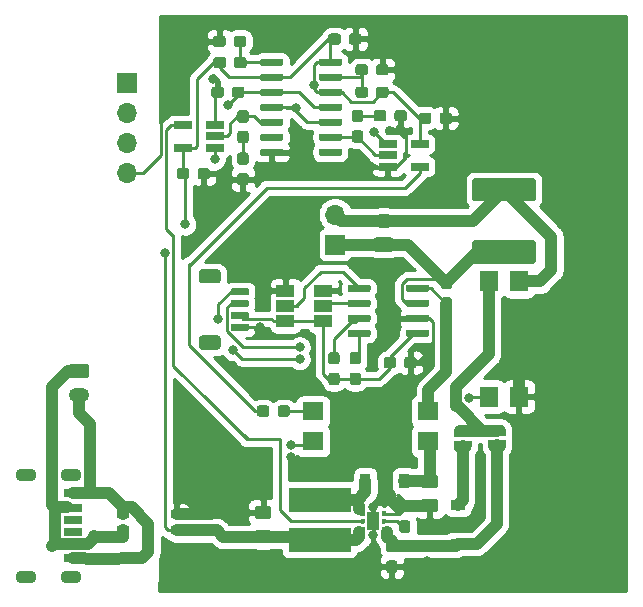
<source format=gtl>
G04 #@! TF.GenerationSoftware,KiCad,Pcbnew,(5.1.5-0)*
G04 #@! TF.CreationDate,2022-02-10T11:07:37-07:00*
G04 #@! TF.ProjectId,TPS61165-heater-v4,54505336-3131-4363-952d-686561746572,rev?*
G04 #@! TF.SameCoordinates,Original*
G04 #@! TF.FileFunction,Copper,L1,Top*
G04 #@! TF.FilePolarity,Positive*
%FSLAX46Y46*%
G04 Gerber Fmt 4.6, Leading zero omitted, Abs format (unit mm)*
G04 Created by KiCad (PCBNEW (5.1.5-0)) date 2022-02-10 11:07:37*
%MOMM*%
%LPD*%
G04 APERTURE LIST*
%ADD10R,1.000000X0.700000*%
%ADD11R,1.600000X1.800000*%
%ADD12C,0.100000*%
%ADD13O,1.700000X1.700000*%
%ADD14R,1.700000X1.700000*%
%ADD15R,1.560000X0.650000*%
%ADD16R,1.200000X0.900000*%
%ADD17R,1.800000X1.600000*%
%ADD18R,5.300000X2.000000*%
%ADD19R,1.500000X1.000000*%
%ADD20R,1.000000X1.600000*%
%ADD21O,1.750000X1.200000*%
%ADD22O,1.800000X1.100000*%
%ADD23R,1.500000X0.800000*%
%ADD24R,1.500000X0.760000*%
%ADD25R,1.500000X0.700000*%
%ADD26R,0.900000X1.200000*%
%ADD27C,0.800000*%
%ADD28C,1.000000*%
%ADD29C,0.250000*%
%ADD30C,0.254000*%
G04 APERTURE END LIST*
D10*
X126700000Y-84200000D03*
X131300000Y-84200000D03*
X131300000Y-82800000D03*
X126700000Y-82800000D03*
D11*
X157730000Y-63124000D03*
X160270000Y-63124000D03*
X160270000Y-72876000D03*
X157730000Y-72876000D03*
G04 #@! TA.AperFunction,SMDPad,CuDef*
D12*
G36*
X138910779Y-73626144D02*
G01*
X138933834Y-73629563D01*
X138956443Y-73635227D01*
X138978387Y-73643079D01*
X138999457Y-73653044D01*
X139019448Y-73665026D01*
X139038168Y-73678910D01*
X139055438Y-73694562D01*
X139071090Y-73711832D01*
X139084974Y-73730552D01*
X139096956Y-73750543D01*
X139106921Y-73771613D01*
X139114773Y-73793557D01*
X139120437Y-73816166D01*
X139123856Y-73839221D01*
X139125000Y-73862500D01*
X139125000Y-74337500D01*
X139123856Y-74360779D01*
X139120437Y-74383834D01*
X139114773Y-74406443D01*
X139106921Y-74428387D01*
X139096956Y-74449457D01*
X139084974Y-74469448D01*
X139071090Y-74488168D01*
X139055438Y-74505438D01*
X139038168Y-74521090D01*
X139019448Y-74534974D01*
X138999457Y-74546956D01*
X138978387Y-74556921D01*
X138956443Y-74564773D01*
X138933834Y-74570437D01*
X138910779Y-74573856D01*
X138887500Y-74575000D01*
X138312500Y-74575000D01*
X138289221Y-74573856D01*
X138266166Y-74570437D01*
X138243557Y-74564773D01*
X138221613Y-74556921D01*
X138200543Y-74546956D01*
X138180552Y-74534974D01*
X138161832Y-74521090D01*
X138144562Y-74505438D01*
X138128910Y-74488168D01*
X138115026Y-74469448D01*
X138103044Y-74449457D01*
X138093079Y-74428387D01*
X138085227Y-74406443D01*
X138079563Y-74383834D01*
X138076144Y-74360779D01*
X138075000Y-74337500D01*
X138075000Y-73862500D01*
X138076144Y-73839221D01*
X138079563Y-73816166D01*
X138085227Y-73793557D01*
X138093079Y-73771613D01*
X138103044Y-73750543D01*
X138115026Y-73730552D01*
X138128910Y-73711832D01*
X138144562Y-73694562D01*
X138161832Y-73678910D01*
X138180552Y-73665026D01*
X138200543Y-73653044D01*
X138221613Y-73643079D01*
X138243557Y-73635227D01*
X138266166Y-73629563D01*
X138289221Y-73626144D01*
X138312500Y-73625000D01*
X138887500Y-73625000D01*
X138910779Y-73626144D01*
G37*
G04 #@! TD.AperFunction*
G04 #@! TA.AperFunction,SMDPad,CuDef*
G36*
X140660779Y-73626144D02*
G01*
X140683834Y-73629563D01*
X140706443Y-73635227D01*
X140728387Y-73643079D01*
X140749457Y-73653044D01*
X140769448Y-73665026D01*
X140788168Y-73678910D01*
X140805438Y-73694562D01*
X140821090Y-73711832D01*
X140834974Y-73730552D01*
X140846956Y-73750543D01*
X140856921Y-73771613D01*
X140864773Y-73793557D01*
X140870437Y-73816166D01*
X140873856Y-73839221D01*
X140875000Y-73862500D01*
X140875000Y-74337500D01*
X140873856Y-74360779D01*
X140870437Y-74383834D01*
X140864773Y-74406443D01*
X140856921Y-74428387D01*
X140846956Y-74449457D01*
X140834974Y-74469448D01*
X140821090Y-74488168D01*
X140805438Y-74505438D01*
X140788168Y-74521090D01*
X140769448Y-74534974D01*
X140749457Y-74546956D01*
X140728387Y-74556921D01*
X140706443Y-74564773D01*
X140683834Y-74570437D01*
X140660779Y-74573856D01*
X140637500Y-74575000D01*
X140062500Y-74575000D01*
X140039221Y-74573856D01*
X140016166Y-74570437D01*
X139993557Y-74564773D01*
X139971613Y-74556921D01*
X139950543Y-74546956D01*
X139930552Y-74534974D01*
X139911832Y-74521090D01*
X139894562Y-74505438D01*
X139878910Y-74488168D01*
X139865026Y-74469448D01*
X139853044Y-74449457D01*
X139843079Y-74428387D01*
X139835227Y-74406443D01*
X139829563Y-74383834D01*
X139826144Y-74360779D01*
X139825000Y-74337500D01*
X139825000Y-73862500D01*
X139826144Y-73839221D01*
X139829563Y-73816166D01*
X139835227Y-73793557D01*
X139843079Y-73771613D01*
X139853044Y-73750543D01*
X139865026Y-73730552D01*
X139878910Y-73711832D01*
X139894562Y-73694562D01*
X139911832Y-73678910D01*
X139930552Y-73665026D01*
X139950543Y-73653044D01*
X139971613Y-73643079D01*
X139993557Y-73635227D01*
X140016166Y-73629563D01*
X140039221Y-73626144D01*
X140062500Y-73625000D01*
X140637500Y-73625000D01*
X140660779Y-73626144D01*
G37*
G04 #@! TD.AperFunction*
G04 #@! TA.AperFunction,SMDPad,CuDef*
G36*
X161474505Y-54376204D02*
G01*
X161498773Y-54379804D01*
X161522572Y-54385765D01*
X161545671Y-54394030D01*
X161567850Y-54404520D01*
X161588893Y-54417132D01*
X161608599Y-54431747D01*
X161626777Y-54448223D01*
X161643253Y-54466401D01*
X161657868Y-54486107D01*
X161670480Y-54507150D01*
X161680970Y-54529329D01*
X161689235Y-54552428D01*
X161695196Y-54576227D01*
X161698796Y-54600495D01*
X161700000Y-54624999D01*
X161700000Y-56100001D01*
X161698796Y-56124505D01*
X161695196Y-56148773D01*
X161689235Y-56172572D01*
X161680970Y-56195671D01*
X161670480Y-56217850D01*
X161657868Y-56238893D01*
X161643253Y-56258599D01*
X161626777Y-56276777D01*
X161608599Y-56293253D01*
X161588893Y-56307868D01*
X161567850Y-56320480D01*
X161545671Y-56330970D01*
X161522572Y-56339235D01*
X161498773Y-56345196D01*
X161474505Y-56348796D01*
X161450001Y-56350000D01*
X156549999Y-56350000D01*
X156525495Y-56348796D01*
X156501227Y-56345196D01*
X156477428Y-56339235D01*
X156454329Y-56330970D01*
X156432150Y-56320480D01*
X156411107Y-56307868D01*
X156391401Y-56293253D01*
X156373223Y-56276777D01*
X156356747Y-56258599D01*
X156342132Y-56238893D01*
X156329520Y-56217850D01*
X156319030Y-56195671D01*
X156310765Y-56172572D01*
X156304804Y-56148773D01*
X156301204Y-56124505D01*
X156300000Y-56100001D01*
X156300000Y-54624999D01*
X156301204Y-54600495D01*
X156304804Y-54576227D01*
X156310765Y-54552428D01*
X156319030Y-54529329D01*
X156329520Y-54507150D01*
X156342132Y-54486107D01*
X156356747Y-54466401D01*
X156373223Y-54448223D01*
X156391401Y-54431747D01*
X156411107Y-54417132D01*
X156432150Y-54404520D01*
X156454329Y-54394030D01*
X156477428Y-54385765D01*
X156501227Y-54379804D01*
X156525495Y-54376204D01*
X156549999Y-54375000D01*
X161450001Y-54375000D01*
X161474505Y-54376204D01*
G37*
G04 #@! TD.AperFunction*
G04 #@! TA.AperFunction,SMDPad,CuDef*
G36*
X161474505Y-59651204D02*
G01*
X161498773Y-59654804D01*
X161522572Y-59660765D01*
X161545671Y-59669030D01*
X161567850Y-59679520D01*
X161588893Y-59692132D01*
X161608599Y-59706747D01*
X161626777Y-59723223D01*
X161643253Y-59741401D01*
X161657868Y-59761107D01*
X161670480Y-59782150D01*
X161680970Y-59804329D01*
X161689235Y-59827428D01*
X161695196Y-59851227D01*
X161698796Y-59875495D01*
X161700000Y-59899999D01*
X161700000Y-61375001D01*
X161698796Y-61399505D01*
X161695196Y-61423773D01*
X161689235Y-61447572D01*
X161680970Y-61470671D01*
X161670480Y-61492850D01*
X161657868Y-61513893D01*
X161643253Y-61533599D01*
X161626777Y-61551777D01*
X161608599Y-61568253D01*
X161588893Y-61582868D01*
X161567850Y-61595480D01*
X161545671Y-61605970D01*
X161522572Y-61614235D01*
X161498773Y-61620196D01*
X161474505Y-61623796D01*
X161450001Y-61625000D01*
X156549999Y-61625000D01*
X156525495Y-61623796D01*
X156501227Y-61620196D01*
X156477428Y-61614235D01*
X156454329Y-61605970D01*
X156432150Y-61595480D01*
X156411107Y-61582868D01*
X156391401Y-61568253D01*
X156373223Y-61551777D01*
X156356747Y-61533599D01*
X156342132Y-61513893D01*
X156329520Y-61492850D01*
X156319030Y-61470671D01*
X156310765Y-61447572D01*
X156304804Y-61423773D01*
X156301204Y-61399505D01*
X156300000Y-61375001D01*
X156300000Y-59899999D01*
X156301204Y-59875495D01*
X156304804Y-59851227D01*
X156310765Y-59827428D01*
X156319030Y-59804329D01*
X156329520Y-59782150D01*
X156342132Y-59761107D01*
X156356747Y-59741401D01*
X156373223Y-59723223D01*
X156391401Y-59706747D01*
X156411107Y-59692132D01*
X156432150Y-59679520D01*
X156454329Y-59669030D01*
X156477428Y-59660765D01*
X156501227Y-59654804D01*
X156525495Y-59651204D01*
X156549999Y-59650000D01*
X161450001Y-59650000D01*
X161474505Y-59651204D01*
G37*
G04 #@! TD.AperFunction*
G04 #@! TA.AperFunction,SMDPad,CuDef*
G36*
X146860779Y-48576144D02*
G01*
X146883834Y-48579563D01*
X146906443Y-48585227D01*
X146928387Y-48593079D01*
X146949457Y-48603044D01*
X146969448Y-48615026D01*
X146988168Y-48628910D01*
X147005438Y-48644562D01*
X147021090Y-48661832D01*
X147034974Y-48680552D01*
X147046956Y-48700543D01*
X147056921Y-48721613D01*
X147064773Y-48743557D01*
X147070437Y-48766166D01*
X147073856Y-48789221D01*
X147075000Y-48812500D01*
X147075000Y-49387500D01*
X147073856Y-49410779D01*
X147070437Y-49433834D01*
X147064773Y-49456443D01*
X147056921Y-49478387D01*
X147046956Y-49499457D01*
X147034974Y-49519448D01*
X147021090Y-49538168D01*
X147005438Y-49555438D01*
X146988168Y-49571090D01*
X146969448Y-49584974D01*
X146949457Y-49596956D01*
X146928387Y-49606921D01*
X146906443Y-49614773D01*
X146883834Y-49620437D01*
X146860779Y-49623856D01*
X146837500Y-49625000D01*
X146362500Y-49625000D01*
X146339221Y-49623856D01*
X146316166Y-49620437D01*
X146293557Y-49614773D01*
X146271613Y-49606921D01*
X146250543Y-49596956D01*
X146230552Y-49584974D01*
X146211832Y-49571090D01*
X146194562Y-49555438D01*
X146178910Y-49538168D01*
X146165026Y-49519448D01*
X146153044Y-49499457D01*
X146143079Y-49478387D01*
X146135227Y-49456443D01*
X146129563Y-49433834D01*
X146126144Y-49410779D01*
X146125000Y-49387500D01*
X146125000Y-48812500D01*
X146126144Y-48789221D01*
X146129563Y-48766166D01*
X146135227Y-48743557D01*
X146143079Y-48721613D01*
X146153044Y-48700543D01*
X146165026Y-48680552D01*
X146178910Y-48661832D01*
X146194562Y-48644562D01*
X146211832Y-48628910D01*
X146230552Y-48615026D01*
X146250543Y-48603044D01*
X146271613Y-48593079D01*
X146293557Y-48585227D01*
X146316166Y-48579563D01*
X146339221Y-48576144D01*
X146362500Y-48575000D01*
X146837500Y-48575000D01*
X146860779Y-48576144D01*
G37*
G04 #@! TD.AperFunction*
G04 #@! TA.AperFunction,SMDPad,CuDef*
G36*
X146860779Y-50326144D02*
G01*
X146883834Y-50329563D01*
X146906443Y-50335227D01*
X146928387Y-50343079D01*
X146949457Y-50353044D01*
X146969448Y-50365026D01*
X146988168Y-50378910D01*
X147005438Y-50394562D01*
X147021090Y-50411832D01*
X147034974Y-50430552D01*
X147046956Y-50450543D01*
X147056921Y-50471613D01*
X147064773Y-50493557D01*
X147070437Y-50516166D01*
X147073856Y-50539221D01*
X147075000Y-50562500D01*
X147075000Y-51137500D01*
X147073856Y-51160779D01*
X147070437Y-51183834D01*
X147064773Y-51206443D01*
X147056921Y-51228387D01*
X147046956Y-51249457D01*
X147034974Y-51269448D01*
X147021090Y-51288168D01*
X147005438Y-51305438D01*
X146988168Y-51321090D01*
X146969448Y-51334974D01*
X146949457Y-51346956D01*
X146928387Y-51356921D01*
X146906443Y-51364773D01*
X146883834Y-51370437D01*
X146860779Y-51373856D01*
X146837500Y-51375000D01*
X146362500Y-51375000D01*
X146339221Y-51373856D01*
X146316166Y-51370437D01*
X146293557Y-51364773D01*
X146271613Y-51356921D01*
X146250543Y-51346956D01*
X146230552Y-51334974D01*
X146211832Y-51321090D01*
X146194562Y-51305438D01*
X146178910Y-51288168D01*
X146165026Y-51269448D01*
X146153044Y-51249457D01*
X146143079Y-51228387D01*
X146135227Y-51206443D01*
X146129563Y-51183834D01*
X146126144Y-51160779D01*
X146125000Y-51137500D01*
X146125000Y-50562500D01*
X146126144Y-50539221D01*
X146129563Y-50516166D01*
X146135227Y-50493557D01*
X146143079Y-50471613D01*
X146153044Y-50450543D01*
X146165026Y-50430552D01*
X146178910Y-50411832D01*
X146194562Y-50394562D01*
X146211832Y-50378910D01*
X146230552Y-50365026D01*
X146250543Y-50353044D01*
X146271613Y-50343079D01*
X146293557Y-50335227D01*
X146316166Y-50329563D01*
X146339221Y-50326144D01*
X146362500Y-50325000D01*
X146837500Y-50325000D01*
X146860779Y-50326144D01*
G37*
G04 #@! TD.AperFunction*
G04 #@! TA.AperFunction,SMDPad,CuDef*
G36*
X137160779Y-50376144D02*
G01*
X137183834Y-50379563D01*
X137206443Y-50385227D01*
X137228387Y-50393079D01*
X137249457Y-50403044D01*
X137269448Y-50415026D01*
X137288168Y-50428910D01*
X137305438Y-50444562D01*
X137321090Y-50461832D01*
X137334974Y-50480552D01*
X137346956Y-50500543D01*
X137356921Y-50521613D01*
X137364773Y-50543557D01*
X137370437Y-50566166D01*
X137373856Y-50589221D01*
X137375000Y-50612500D01*
X137375000Y-51187500D01*
X137373856Y-51210779D01*
X137370437Y-51233834D01*
X137364773Y-51256443D01*
X137356921Y-51278387D01*
X137346956Y-51299457D01*
X137334974Y-51319448D01*
X137321090Y-51338168D01*
X137305438Y-51355438D01*
X137288168Y-51371090D01*
X137269448Y-51384974D01*
X137249457Y-51396956D01*
X137228387Y-51406921D01*
X137206443Y-51414773D01*
X137183834Y-51420437D01*
X137160779Y-51423856D01*
X137137500Y-51425000D01*
X136662500Y-51425000D01*
X136639221Y-51423856D01*
X136616166Y-51420437D01*
X136593557Y-51414773D01*
X136571613Y-51406921D01*
X136550543Y-51396956D01*
X136530552Y-51384974D01*
X136511832Y-51371090D01*
X136494562Y-51355438D01*
X136478910Y-51338168D01*
X136465026Y-51319448D01*
X136453044Y-51299457D01*
X136443079Y-51278387D01*
X136435227Y-51256443D01*
X136429563Y-51233834D01*
X136426144Y-51210779D01*
X136425000Y-51187500D01*
X136425000Y-50612500D01*
X136426144Y-50589221D01*
X136429563Y-50566166D01*
X136435227Y-50543557D01*
X136443079Y-50521613D01*
X136453044Y-50500543D01*
X136465026Y-50480552D01*
X136478910Y-50461832D01*
X136494562Y-50444562D01*
X136511832Y-50428910D01*
X136530552Y-50415026D01*
X136550543Y-50403044D01*
X136571613Y-50393079D01*
X136593557Y-50385227D01*
X136616166Y-50379563D01*
X136639221Y-50376144D01*
X136662500Y-50375000D01*
X137137500Y-50375000D01*
X137160779Y-50376144D01*
G37*
G04 #@! TD.AperFunction*
G04 #@! TA.AperFunction,SMDPad,CuDef*
G36*
X137160779Y-48626144D02*
G01*
X137183834Y-48629563D01*
X137206443Y-48635227D01*
X137228387Y-48643079D01*
X137249457Y-48653044D01*
X137269448Y-48665026D01*
X137288168Y-48678910D01*
X137305438Y-48694562D01*
X137321090Y-48711832D01*
X137334974Y-48730552D01*
X137346956Y-48750543D01*
X137356921Y-48771613D01*
X137364773Y-48793557D01*
X137370437Y-48816166D01*
X137373856Y-48839221D01*
X137375000Y-48862500D01*
X137375000Y-49437500D01*
X137373856Y-49460779D01*
X137370437Y-49483834D01*
X137364773Y-49506443D01*
X137356921Y-49528387D01*
X137346956Y-49549457D01*
X137334974Y-49569448D01*
X137321090Y-49588168D01*
X137305438Y-49605438D01*
X137288168Y-49621090D01*
X137269448Y-49634974D01*
X137249457Y-49646956D01*
X137228387Y-49656921D01*
X137206443Y-49664773D01*
X137183834Y-49670437D01*
X137160779Y-49673856D01*
X137137500Y-49675000D01*
X136662500Y-49675000D01*
X136639221Y-49673856D01*
X136616166Y-49670437D01*
X136593557Y-49664773D01*
X136571613Y-49656921D01*
X136550543Y-49646956D01*
X136530552Y-49634974D01*
X136511832Y-49621090D01*
X136494562Y-49605438D01*
X136478910Y-49588168D01*
X136465026Y-49569448D01*
X136453044Y-49549457D01*
X136443079Y-49528387D01*
X136435227Y-49506443D01*
X136429563Y-49483834D01*
X136426144Y-49460779D01*
X136425000Y-49437500D01*
X136425000Y-48862500D01*
X136426144Y-48839221D01*
X136429563Y-48816166D01*
X136435227Y-48793557D01*
X136443079Y-48771613D01*
X136453044Y-48750543D01*
X136465026Y-48730552D01*
X136478910Y-48711832D01*
X136494562Y-48694562D01*
X136511832Y-48678910D01*
X136530552Y-48665026D01*
X136550543Y-48653044D01*
X136571613Y-48643079D01*
X136593557Y-48635227D01*
X136616166Y-48629563D01*
X136639221Y-48626144D01*
X136662500Y-48625000D01*
X137137500Y-48625000D01*
X137160779Y-48626144D01*
G37*
G04 #@! TD.AperFunction*
G04 #@! TA.AperFunction,SMDPad,CuDef*
G36*
X148810779Y-48626144D02*
G01*
X148833834Y-48629563D01*
X148856443Y-48635227D01*
X148878387Y-48643079D01*
X148899457Y-48653044D01*
X148919448Y-48665026D01*
X148938168Y-48678910D01*
X148955438Y-48694562D01*
X148971090Y-48711832D01*
X148984974Y-48730552D01*
X148996956Y-48750543D01*
X149006921Y-48771613D01*
X149014773Y-48793557D01*
X149020437Y-48816166D01*
X149023856Y-48839221D01*
X149025000Y-48862500D01*
X149025000Y-49337500D01*
X149023856Y-49360779D01*
X149020437Y-49383834D01*
X149014773Y-49406443D01*
X149006921Y-49428387D01*
X148996956Y-49449457D01*
X148984974Y-49469448D01*
X148971090Y-49488168D01*
X148955438Y-49505438D01*
X148938168Y-49521090D01*
X148919448Y-49534974D01*
X148899457Y-49546956D01*
X148878387Y-49556921D01*
X148856443Y-49564773D01*
X148833834Y-49570437D01*
X148810779Y-49573856D01*
X148787500Y-49575000D01*
X148212500Y-49575000D01*
X148189221Y-49573856D01*
X148166166Y-49570437D01*
X148143557Y-49564773D01*
X148121613Y-49556921D01*
X148100543Y-49546956D01*
X148080552Y-49534974D01*
X148061832Y-49521090D01*
X148044562Y-49505438D01*
X148028910Y-49488168D01*
X148015026Y-49469448D01*
X148003044Y-49449457D01*
X147993079Y-49428387D01*
X147985227Y-49406443D01*
X147979563Y-49383834D01*
X147976144Y-49360779D01*
X147975000Y-49337500D01*
X147975000Y-48862500D01*
X147976144Y-48839221D01*
X147979563Y-48816166D01*
X147985227Y-48793557D01*
X147993079Y-48771613D01*
X148003044Y-48750543D01*
X148015026Y-48730552D01*
X148028910Y-48711832D01*
X148044562Y-48694562D01*
X148061832Y-48678910D01*
X148080552Y-48665026D01*
X148100543Y-48653044D01*
X148121613Y-48643079D01*
X148143557Y-48635227D01*
X148166166Y-48629563D01*
X148189221Y-48626144D01*
X148212500Y-48625000D01*
X148787500Y-48625000D01*
X148810779Y-48626144D01*
G37*
G04 #@! TD.AperFunction*
G04 #@! TA.AperFunction,SMDPad,CuDef*
G36*
X150560779Y-48626144D02*
G01*
X150583834Y-48629563D01*
X150606443Y-48635227D01*
X150628387Y-48643079D01*
X150649457Y-48653044D01*
X150669448Y-48665026D01*
X150688168Y-48678910D01*
X150705438Y-48694562D01*
X150721090Y-48711832D01*
X150734974Y-48730552D01*
X150746956Y-48750543D01*
X150756921Y-48771613D01*
X150764773Y-48793557D01*
X150770437Y-48816166D01*
X150773856Y-48839221D01*
X150775000Y-48862500D01*
X150775000Y-49337500D01*
X150773856Y-49360779D01*
X150770437Y-49383834D01*
X150764773Y-49406443D01*
X150756921Y-49428387D01*
X150746956Y-49449457D01*
X150734974Y-49469448D01*
X150721090Y-49488168D01*
X150705438Y-49505438D01*
X150688168Y-49521090D01*
X150669448Y-49534974D01*
X150649457Y-49546956D01*
X150628387Y-49556921D01*
X150606443Y-49564773D01*
X150583834Y-49570437D01*
X150560779Y-49573856D01*
X150537500Y-49575000D01*
X149962500Y-49575000D01*
X149939221Y-49573856D01*
X149916166Y-49570437D01*
X149893557Y-49564773D01*
X149871613Y-49556921D01*
X149850543Y-49546956D01*
X149830552Y-49534974D01*
X149811832Y-49521090D01*
X149794562Y-49505438D01*
X149778910Y-49488168D01*
X149765026Y-49469448D01*
X149753044Y-49449457D01*
X149743079Y-49428387D01*
X149735227Y-49406443D01*
X149729563Y-49383834D01*
X149726144Y-49360779D01*
X149725000Y-49337500D01*
X149725000Y-48862500D01*
X149726144Y-48839221D01*
X149729563Y-48816166D01*
X149735227Y-48793557D01*
X149743079Y-48771613D01*
X149753044Y-48750543D01*
X149765026Y-48730552D01*
X149778910Y-48711832D01*
X149794562Y-48694562D01*
X149811832Y-48678910D01*
X149830552Y-48665026D01*
X149850543Y-48653044D01*
X149871613Y-48643079D01*
X149893557Y-48635227D01*
X149916166Y-48629563D01*
X149939221Y-48626144D01*
X149962500Y-48625000D01*
X150537500Y-48625000D01*
X150560779Y-48626144D01*
G37*
G04 #@! TD.AperFunction*
G04 #@! TA.AperFunction,SMDPad,CuDef*
G36*
X137160779Y-52201144D02*
G01*
X137183834Y-52204563D01*
X137206443Y-52210227D01*
X137228387Y-52218079D01*
X137249457Y-52228044D01*
X137269448Y-52240026D01*
X137288168Y-52253910D01*
X137305438Y-52269562D01*
X137321090Y-52286832D01*
X137334974Y-52305552D01*
X137346956Y-52325543D01*
X137356921Y-52346613D01*
X137364773Y-52368557D01*
X137370437Y-52391166D01*
X137373856Y-52414221D01*
X137375000Y-52437500D01*
X137375000Y-53012500D01*
X137373856Y-53035779D01*
X137370437Y-53058834D01*
X137364773Y-53081443D01*
X137356921Y-53103387D01*
X137346956Y-53124457D01*
X137334974Y-53144448D01*
X137321090Y-53163168D01*
X137305438Y-53180438D01*
X137288168Y-53196090D01*
X137269448Y-53209974D01*
X137249457Y-53221956D01*
X137228387Y-53231921D01*
X137206443Y-53239773D01*
X137183834Y-53245437D01*
X137160779Y-53248856D01*
X137137500Y-53250000D01*
X136662500Y-53250000D01*
X136639221Y-53248856D01*
X136616166Y-53245437D01*
X136593557Y-53239773D01*
X136571613Y-53231921D01*
X136550543Y-53221956D01*
X136530552Y-53209974D01*
X136511832Y-53196090D01*
X136494562Y-53180438D01*
X136478910Y-53163168D01*
X136465026Y-53144448D01*
X136453044Y-53124457D01*
X136443079Y-53103387D01*
X136435227Y-53081443D01*
X136429563Y-53058834D01*
X136426144Y-53035779D01*
X136425000Y-53012500D01*
X136425000Y-52437500D01*
X136426144Y-52414221D01*
X136429563Y-52391166D01*
X136435227Y-52368557D01*
X136443079Y-52346613D01*
X136453044Y-52325543D01*
X136465026Y-52305552D01*
X136478910Y-52286832D01*
X136494562Y-52269562D01*
X136511832Y-52253910D01*
X136530552Y-52240026D01*
X136550543Y-52228044D01*
X136571613Y-52218079D01*
X136593557Y-52210227D01*
X136616166Y-52204563D01*
X136639221Y-52201144D01*
X136662500Y-52200000D01*
X137137500Y-52200000D01*
X137160779Y-52201144D01*
G37*
G04 #@! TD.AperFunction*
G04 #@! TA.AperFunction,SMDPad,CuDef*
G36*
X137160779Y-53951144D02*
G01*
X137183834Y-53954563D01*
X137206443Y-53960227D01*
X137228387Y-53968079D01*
X137249457Y-53978044D01*
X137269448Y-53990026D01*
X137288168Y-54003910D01*
X137305438Y-54019562D01*
X137321090Y-54036832D01*
X137334974Y-54055552D01*
X137346956Y-54075543D01*
X137356921Y-54096613D01*
X137364773Y-54118557D01*
X137370437Y-54141166D01*
X137373856Y-54164221D01*
X137375000Y-54187500D01*
X137375000Y-54762500D01*
X137373856Y-54785779D01*
X137370437Y-54808834D01*
X137364773Y-54831443D01*
X137356921Y-54853387D01*
X137346956Y-54874457D01*
X137334974Y-54894448D01*
X137321090Y-54913168D01*
X137305438Y-54930438D01*
X137288168Y-54946090D01*
X137269448Y-54959974D01*
X137249457Y-54971956D01*
X137228387Y-54981921D01*
X137206443Y-54989773D01*
X137183834Y-54995437D01*
X137160779Y-54998856D01*
X137137500Y-55000000D01*
X136662500Y-55000000D01*
X136639221Y-54998856D01*
X136616166Y-54995437D01*
X136593557Y-54989773D01*
X136571613Y-54981921D01*
X136550543Y-54971956D01*
X136530552Y-54959974D01*
X136511832Y-54946090D01*
X136494562Y-54930438D01*
X136478910Y-54913168D01*
X136465026Y-54894448D01*
X136453044Y-54874457D01*
X136443079Y-54853387D01*
X136435227Y-54831443D01*
X136429563Y-54808834D01*
X136426144Y-54785779D01*
X136425000Y-54762500D01*
X136425000Y-54187500D01*
X136426144Y-54164221D01*
X136429563Y-54141166D01*
X136435227Y-54118557D01*
X136443079Y-54096613D01*
X136453044Y-54075543D01*
X136465026Y-54055552D01*
X136478910Y-54036832D01*
X136494562Y-54019562D01*
X136511832Y-54003910D01*
X136530552Y-53990026D01*
X136550543Y-53978044D01*
X136571613Y-53968079D01*
X136593557Y-53960227D01*
X136616166Y-53954563D01*
X136639221Y-53951144D01*
X136662500Y-53950000D01*
X137137500Y-53950000D01*
X137160779Y-53951144D01*
G37*
G04 #@! TD.AperFunction*
D13*
X127100000Y-53920000D03*
X127100000Y-51380000D03*
X127100000Y-48840000D03*
D14*
X127100000Y-46300000D03*
D15*
X151850000Y-51500000D03*
X151850000Y-53400000D03*
X149150000Y-53400000D03*
X149150000Y-52450000D03*
X149150000Y-51500000D03*
X131800000Y-51800000D03*
X131800000Y-49900000D03*
X134500000Y-49900000D03*
X134500000Y-50850000D03*
X134500000Y-51800000D03*
G04 #@! TA.AperFunction,SMDPad,CuDef*
D12*
G36*
X149010779Y-46626144D02*
G01*
X149033834Y-46629563D01*
X149056443Y-46635227D01*
X149078387Y-46643079D01*
X149099457Y-46653044D01*
X149119448Y-46665026D01*
X149138168Y-46678910D01*
X149155438Y-46694562D01*
X149171090Y-46711832D01*
X149184974Y-46730552D01*
X149196956Y-46750543D01*
X149206921Y-46771613D01*
X149214773Y-46793557D01*
X149220437Y-46816166D01*
X149223856Y-46839221D01*
X149225000Y-46862500D01*
X149225000Y-47337500D01*
X149223856Y-47360779D01*
X149220437Y-47383834D01*
X149214773Y-47406443D01*
X149206921Y-47428387D01*
X149196956Y-47449457D01*
X149184974Y-47469448D01*
X149171090Y-47488168D01*
X149155438Y-47505438D01*
X149138168Y-47521090D01*
X149119448Y-47534974D01*
X149099457Y-47546956D01*
X149078387Y-47556921D01*
X149056443Y-47564773D01*
X149033834Y-47570437D01*
X149010779Y-47573856D01*
X148987500Y-47575000D01*
X148412500Y-47575000D01*
X148389221Y-47573856D01*
X148366166Y-47570437D01*
X148343557Y-47564773D01*
X148321613Y-47556921D01*
X148300543Y-47546956D01*
X148280552Y-47534974D01*
X148261832Y-47521090D01*
X148244562Y-47505438D01*
X148228910Y-47488168D01*
X148215026Y-47469448D01*
X148203044Y-47449457D01*
X148193079Y-47428387D01*
X148185227Y-47406443D01*
X148179563Y-47383834D01*
X148176144Y-47360779D01*
X148175000Y-47337500D01*
X148175000Y-46862500D01*
X148176144Y-46839221D01*
X148179563Y-46816166D01*
X148185227Y-46793557D01*
X148193079Y-46771613D01*
X148203044Y-46750543D01*
X148215026Y-46730552D01*
X148228910Y-46711832D01*
X148244562Y-46694562D01*
X148261832Y-46678910D01*
X148280552Y-46665026D01*
X148300543Y-46653044D01*
X148321613Y-46643079D01*
X148343557Y-46635227D01*
X148366166Y-46629563D01*
X148389221Y-46626144D01*
X148412500Y-46625000D01*
X148987500Y-46625000D01*
X149010779Y-46626144D01*
G37*
G04 #@! TD.AperFunction*
G04 #@! TA.AperFunction,SMDPad,CuDef*
G36*
X147260779Y-46626144D02*
G01*
X147283834Y-46629563D01*
X147306443Y-46635227D01*
X147328387Y-46643079D01*
X147349457Y-46653044D01*
X147369448Y-46665026D01*
X147388168Y-46678910D01*
X147405438Y-46694562D01*
X147421090Y-46711832D01*
X147434974Y-46730552D01*
X147446956Y-46750543D01*
X147456921Y-46771613D01*
X147464773Y-46793557D01*
X147470437Y-46816166D01*
X147473856Y-46839221D01*
X147475000Y-46862500D01*
X147475000Y-47337500D01*
X147473856Y-47360779D01*
X147470437Y-47383834D01*
X147464773Y-47406443D01*
X147456921Y-47428387D01*
X147446956Y-47449457D01*
X147434974Y-47469448D01*
X147421090Y-47488168D01*
X147405438Y-47505438D01*
X147388168Y-47521090D01*
X147369448Y-47534974D01*
X147349457Y-47546956D01*
X147328387Y-47556921D01*
X147306443Y-47564773D01*
X147283834Y-47570437D01*
X147260779Y-47573856D01*
X147237500Y-47575000D01*
X146662500Y-47575000D01*
X146639221Y-47573856D01*
X146616166Y-47570437D01*
X146593557Y-47564773D01*
X146571613Y-47556921D01*
X146550543Y-47546956D01*
X146530552Y-47534974D01*
X146511832Y-47521090D01*
X146494562Y-47505438D01*
X146478910Y-47488168D01*
X146465026Y-47469448D01*
X146453044Y-47449457D01*
X146443079Y-47428387D01*
X146435227Y-47406443D01*
X146429563Y-47383834D01*
X146426144Y-47360779D01*
X146425000Y-47337500D01*
X146425000Y-46862500D01*
X146426144Y-46839221D01*
X146429563Y-46816166D01*
X146435227Y-46793557D01*
X146443079Y-46771613D01*
X146453044Y-46750543D01*
X146465026Y-46730552D01*
X146478910Y-46711832D01*
X146494562Y-46694562D01*
X146511832Y-46678910D01*
X146530552Y-46665026D01*
X146550543Y-46653044D01*
X146571613Y-46643079D01*
X146593557Y-46635227D01*
X146616166Y-46629563D01*
X146639221Y-46626144D01*
X146662500Y-46625000D01*
X147237500Y-46625000D01*
X147260779Y-46626144D01*
G37*
G04 #@! TD.AperFunction*
G04 #@! TA.AperFunction,SMDPad,CuDef*
G36*
X135235779Y-44126144D02*
G01*
X135258834Y-44129563D01*
X135281443Y-44135227D01*
X135303387Y-44143079D01*
X135324457Y-44153044D01*
X135344448Y-44165026D01*
X135363168Y-44178910D01*
X135380438Y-44194562D01*
X135396090Y-44211832D01*
X135409974Y-44230552D01*
X135421956Y-44250543D01*
X135431921Y-44271613D01*
X135439773Y-44293557D01*
X135445437Y-44316166D01*
X135448856Y-44339221D01*
X135450000Y-44362500D01*
X135450000Y-44837500D01*
X135448856Y-44860779D01*
X135445437Y-44883834D01*
X135439773Y-44906443D01*
X135431921Y-44928387D01*
X135421956Y-44949457D01*
X135409974Y-44969448D01*
X135396090Y-44988168D01*
X135380438Y-45005438D01*
X135363168Y-45021090D01*
X135344448Y-45034974D01*
X135324457Y-45046956D01*
X135303387Y-45056921D01*
X135281443Y-45064773D01*
X135258834Y-45070437D01*
X135235779Y-45073856D01*
X135212500Y-45075000D01*
X134637500Y-45075000D01*
X134614221Y-45073856D01*
X134591166Y-45070437D01*
X134568557Y-45064773D01*
X134546613Y-45056921D01*
X134525543Y-45046956D01*
X134505552Y-45034974D01*
X134486832Y-45021090D01*
X134469562Y-45005438D01*
X134453910Y-44988168D01*
X134440026Y-44969448D01*
X134428044Y-44949457D01*
X134418079Y-44928387D01*
X134410227Y-44906443D01*
X134404563Y-44883834D01*
X134401144Y-44860779D01*
X134400000Y-44837500D01*
X134400000Y-44362500D01*
X134401144Y-44339221D01*
X134404563Y-44316166D01*
X134410227Y-44293557D01*
X134418079Y-44271613D01*
X134428044Y-44250543D01*
X134440026Y-44230552D01*
X134453910Y-44211832D01*
X134469562Y-44194562D01*
X134486832Y-44178910D01*
X134505552Y-44165026D01*
X134525543Y-44153044D01*
X134546613Y-44143079D01*
X134568557Y-44135227D01*
X134591166Y-44129563D01*
X134614221Y-44126144D01*
X134637500Y-44125000D01*
X135212500Y-44125000D01*
X135235779Y-44126144D01*
G37*
G04 #@! TD.AperFunction*
G04 #@! TA.AperFunction,SMDPad,CuDef*
G36*
X136985779Y-44126144D02*
G01*
X137008834Y-44129563D01*
X137031443Y-44135227D01*
X137053387Y-44143079D01*
X137074457Y-44153044D01*
X137094448Y-44165026D01*
X137113168Y-44178910D01*
X137130438Y-44194562D01*
X137146090Y-44211832D01*
X137159974Y-44230552D01*
X137171956Y-44250543D01*
X137181921Y-44271613D01*
X137189773Y-44293557D01*
X137195437Y-44316166D01*
X137198856Y-44339221D01*
X137200000Y-44362500D01*
X137200000Y-44837500D01*
X137198856Y-44860779D01*
X137195437Y-44883834D01*
X137189773Y-44906443D01*
X137181921Y-44928387D01*
X137171956Y-44949457D01*
X137159974Y-44969448D01*
X137146090Y-44988168D01*
X137130438Y-45005438D01*
X137113168Y-45021090D01*
X137094448Y-45034974D01*
X137074457Y-45046956D01*
X137053387Y-45056921D01*
X137031443Y-45064773D01*
X137008834Y-45070437D01*
X136985779Y-45073856D01*
X136962500Y-45075000D01*
X136387500Y-45075000D01*
X136364221Y-45073856D01*
X136341166Y-45070437D01*
X136318557Y-45064773D01*
X136296613Y-45056921D01*
X136275543Y-45046956D01*
X136255552Y-45034974D01*
X136236832Y-45021090D01*
X136219562Y-45005438D01*
X136203910Y-44988168D01*
X136190026Y-44969448D01*
X136178044Y-44949457D01*
X136168079Y-44928387D01*
X136160227Y-44906443D01*
X136154563Y-44883834D01*
X136151144Y-44860779D01*
X136150000Y-44837500D01*
X136150000Y-44362500D01*
X136151144Y-44339221D01*
X136154563Y-44316166D01*
X136160227Y-44293557D01*
X136168079Y-44271613D01*
X136178044Y-44250543D01*
X136190026Y-44230552D01*
X136203910Y-44211832D01*
X136219562Y-44194562D01*
X136236832Y-44178910D01*
X136255552Y-44165026D01*
X136275543Y-44153044D01*
X136296613Y-44143079D01*
X136318557Y-44135227D01*
X136341166Y-44129563D01*
X136364221Y-44126144D01*
X136387500Y-44125000D01*
X136962500Y-44125000D01*
X136985779Y-44126144D01*
G37*
G04 #@! TD.AperFunction*
G04 #@! TA.AperFunction,SMDPad,CuDef*
G36*
X136810779Y-46626144D02*
G01*
X136833834Y-46629563D01*
X136856443Y-46635227D01*
X136878387Y-46643079D01*
X136899457Y-46653044D01*
X136919448Y-46665026D01*
X136938168Y-46678910D01*
X136955438Y-46694562D01*
X136971090Y-46711832D01*
X136984974Y-46730552D01*
X136996956Y-46750543D01*
X137006921Y-46771613D01*
X137014773Y-46793557D01*
X137020437Y-46816166D01*
X137023856Y-46839221D01*
X137025000Y-46862500D01*
X137025000Y-47337500D01*
X137023856Y-47360779D01*
X137020437Y-47383834D01*
X137014773Y-47406443D01*
X137006921Y-47428387D01*
X136996956Y-47449457D01*
X136984974Y-47469448D01*
X136971090Y-47488168D01*
X136955438Y-47505438D01*
X136938168Y-47521090D01*
X136919448Y-47534974D01*
X136899457Y-47546956D01*
X136878387Y-47556921D01*
X136856443Y-47564773D01*
X136833834Y-47570437D01*
X136810779Y-47573856D01*
X136787500Y-47575000D01*
X136212500Y-47575000D01*
X136189221Y-47573856D01*
X136166166Y-47570437D01*
X136143557Y-47564773D01*
X136121613Y-47556921D01*
X136100543Y-47546956D01*
X136080552Y-47534974D01*
X136061832Y-47521090D01*
X136044562Y-47505438D01*
X136028910Y-47488168D01*
X136015026Y-47469448D01*
X136003044Y-47449457D01*
X135993079Y-47428387D01*
X135985227Y-47406443D01*
X135979563Y-47383834D01*
X135976144Y-47360779D01*
X135975000Y-47337500D01*
X135975000Y-46862500D01*
X135976144Y-46839221D01*
X135979563Y-46816166D01*
X135985227Y-46793557D01*
X135993079Y-46771613D01*
X136003044Y-46750543D01*
X136015026Y-46730552D01*
X136028910Y-46711832D01*
X136044562Y-46694562D01*
X136061832Y-46678910D01*
X136080552Y-46665026D01*
X136100543Y-46653044D01*
X136121613Y-46643079D01*
X136143557Y-46635227D01*
X136166166Y-46629563D01*
X136189221Y-46626144D01*
X136212500Y-46625000D01*
X136787500Y-46625000D01*
X136810779Y-46626144D01*
G37*
G04 #@! TD.AperFunction*
G04 #@! TA.AperFunction,SMDPad,CuDef*
G36*
X135060779Y-46626144D02*
G01*
X135083834Y-46629563D01*
X135106443Y-46635227D01*
X135128387Y-46643079D01*
X135149457Y-46653044D01*
X135169448Y-46665026D01*
X135188168Y-46678910D01*
X135205438Y-46694562D01*
X135221090Y-46711832D01*
X135234974Y-46730552D01*
X135246956Y-46750543D01*
X135256921Y-46771613D01*
X135264773Y-46793557D01*
X135270437Y-46816166D01*
X135273856Y-46839221D01*
X135275000Y-46862500D01*
X135275000Y-47337500D01*
X135273856Y-47360779D01*
X135270437Y-47383834D01*
X135264773Y-47406443D01*
X135256921Y-47428387D01*
X135246956Y-47449457D01*
X135234974Y-47469448D01*
X135221090Y-47488168D01*
X135205438Y-47505438D01*
X135188168Y-47521090D01*
X135169448Y-47534974D01*
X135149457Y-47546956D01*
X135128387Y-47556921D01*
X135106443Y-47564773D01*
X135083834Y-47570437D01*
X135060779Y-47573856D01*
X135037500Y-47575000D01*
X134462500Y-47575000D01*
X134439221Y-47573856D01*
X134416166Y-47570437D01*
X134393557Y-47564773D01*
X134371613Y-47556921D01*
X134350543Y-47546956D01*
X134330552Y-47534974D01*
X134311832Y-47521090D01*
X134294562Y-47505438D01*
X134278910Y-47488168D01*
X134265026Y-47469448D01*
X134253044Y-47449457D01*
X134243079Y-47428387D01*
X134235227Y-47406443D01*
X134229563Y-47383834D01*
X134226144Y-47360779D01*
X134225000Y-47337500D01*
X134225000Y-46862500D01*
X134226144Y-46839221D01*
X134229563Y-46816166D01*
X134235227Y-46793557D01*
X134243079Y-46771613D01*
X134253044Y-46750543D01*
X134265026Y-46730552D01*
X134278910Y-46711832D01*
X134294562Y-46694562D01*
X134311832Y-46678910D01*
X134330552Y-46665026D01*
X134350543Y-46653044D01*
X134371613Y-46643079D01*
X134393557Y-46635227D01*
X134416166Y-46629563D01*
X134439221Y-46626144D01*
X134462500Y-46625000D01*
X135037500Y-46625000D01*
X135060779Y-46626144D01*
G37*
G04 #@! TD.AperFunction*
G04 #@! TA.AperFunction,SMDPad,CuDef*
G36*
X154385779Y-48826144D02*
G01*
X154408834Y-48829563D01*
X154431443Y-48835227D01*
X154453387Y-48843079D01*
X154474457Y-48853044D01*
X154494448Y-48865026D01*
X154513168Y-48878910D01*
X154530438Y-48894562D01*
X154546090Y-48911832D01*
X154559974Y-48930552D01*
X154571956Y-48950543D01*
X154581921Y-48971613D01*
X154589773Y-48993557D01*
X154595437Y-49016166D01*
X154598856Y-49039221D01*
X154600000Y-49062500D01*
X154600000Y-49537500D01*
X154598856Y-49560779D01*
X154595437Y-49583834D01*
X154589773Y-49606443D01*
X154581921Y-49628387D01*
X154571956Y-49649457D01*
X154559974Y-49669448D01*
X154546090Y-49688168D01*
X154530438Y-49705438D01*
X154513168Y-49721090D01*
X154494448Y-49734974D01*
X154474457Y-49746956D01*
X154453387Y-49756921D01*
X154431443Y-49764773D01*
X154408834Y-49770437D01*
X154385779Y-49773856D01*
X154362500Y-49775000D01*
X153787500Y-49775000D01*
X153764221Y-49773856D01*
X153741166Y-49770437D01*
X153718557Y-49764773D01*
X153696613Y-49756921D01*
X153675543Y-49746956D01*
X153655552Y-49734974D01*
X153636832Y-49721090D01*
X153619562Y-49705438D01*
X153603910Y-49688168D01*
X153590026Y-49669448D01*
X153578044Y-49649457D01*
X153568079Y-49628387D01*
X153560227Y-49606443D01*
X153554563Y-49583834D01*
X153551144Y-49560779D01*
X153550000Y-49537500D01*
X153550000Y-49062500D01*
X153551144Y-49039221D01*
X153554563Y-49016166D01*
X153560227Y-48993557D01*
X153568079Y-48971613D01*
X153578044Y-48950543D01*
X153590026Y-48930552D01*
X153603910Y-48911832D01*
X153619562Y-48894562D01*
X153636832Y-48878910D01*
X153655552Y-48865026D01*
X153675543Y-48853044D01*
X153696613Y-48843079D01*
X153718557Y-48835227D01*
X153741166Y-48829563D01*
X153764221Y-48826144D01*
X153787500Y-48825000D01*
X154362500Y-48825000D01*
X154385779Y-48826144D01*
G37*
G04 #@! TD.AperFunction*
G04 #@! TA.AperFunction,SMDPad,CuDef*
G36*
X152635779Y-48826144D02*
G01*
X152658834Y-48829563D01*
X152681443Y-48835227D01*
X152703387Y-48843079D01*
X152724457Y-48853044D01*
X152744448Y-48865026D01*
X152763168Y-48878910D01*
X152780438Y-48894562D01*
X152796090Y-48911832D01*
X152809974Y-48930552D01*
X152821956Y-48950543D01*
X152831921Y-48971613D01*
X152839773Y-48993557D01*
X152845437Y-49016166D01*
X152848856Y-49039221D01*
X152850000Y-49062500D01*
X152850000Y-49537500D01*
X152848856Y-49560779D01*
X152845437Y-49583834D01*
X152839773Y-49606443D01*
X152831921Y-49628387D01*
X152821956Y-49649457D01*
X152809974Y-49669448D01*
X152796090Y-49688168D01*
X152780438Y-49705438D01*
X152763168Y-49721090D01*
X152744448Y-49734974D01*
X152724457Y-49746956D01*
X152703387Y-49756921D01*
X152681443Y-49764773D01*
X152658834Y-49770437D01*
X152635779Y-49773856D01*
X152612500Y-49775000D01*
X152037500Y-49775000D01*
X152014221Y-49773856D01*
X151991166Y-49770437D01*
X151968557Y-49764773D01*
X151946613Y-49756921D01*
X151925543Y-49746956D01*
X151905552Y-49734974D01*
X151886832Y-49721090D01*
X151869562Y-49705438D01*
X151853910Y-49688168D01*
X151840026Y-49669448D01*
X151828044Y-49649457D01*
X151818079Y-49628387D01*
X151810227Y-49606443D01*
X151804563Y-49583834D01*
X151801144Y-49560779D01*
X151800000Y-49537500D01*
X151800000Y-49062500D01*
X151801144Y-49039221D01*
X151804563Y-49016166D01*
X151810227Y-48993557D01*
X151818079Y-48971613D01*
X151828044Y-48950543D01*
X151840026Y-48930552D01*
X151853910Y-48911832D01*
X151869562Y-48894562D01*
X151886832Y-48878910D01*
X151905552Y-48865026D01*
X151925543Y-48853044D01*
X151946613Y-48843079D01*
X151968557Y-48835227D01*
X151991166Y-48829563D01*
X152014221Y-48826144D01*
X152037500Y-48825000D01*
X152612500Y-48825000D01*
X152635779Y-48826144D01*
G37*
G04 #@! TD.AperFunction*
G04 #@! TA.AperFunction,SMDPad,CuDef*
G36*
X133885779Y-53526144D02*
G01*
X133908834Y-53529563D01*
X133931443Y-53535227D01*
X133953387Y-53543079D01*
X133974457Y-53553044D01*
X133994448Y-53565026D01*
X134013168Y-53578910D01*
X134030438Y-53594562D01*
X134046090Y-53611832D01*
X134059974Y-53630552D01*
X134071956Y-53650543D01*
X134081921Y-53671613D01*
X134089773Y-53693557D01*
X134095437Y-53716166D01*
X134098856Y-53739221D01*
X134100000Y-53762500D01*
X134100000Y-54237500D01*
X134098856Y-54260779D01*
X134095437Y-54283834D01*
X134089773Y-54306443D01*
X134081921Y-54328387D01*
X134071956Y-54349457D01*
X134059974Y-54369448D01*
X134046090Y-54388168D01*
X134030438Y-54405438D01*
X134013168Y-54421090D01*
X133994448Y-54434974D01*
X133974457Y-54446956D01*
X133953387Y-54456921D01*
X133931443Y-54464773D01*
X133908834Y-54470437D01*
X133885779Y-54473856D01*
X133862500Y-54475000D01*
X133287500Y-54475000D01*
X133264221Y-54473856D01*
X133241166Y-54470437D01*
X133218557Y-54464773D01*
X133196613Y-54456921D01*
X133175543Y-54446956D01*
X133155552Y-54434974D01*
X133136832Y-54421090D01*
X133119562Y-54405438D01*
X133103910Y-54388168D01*
X133090026Y-54369448D01*
X133078044Y-54349457D01*
X133068079Y-54328387D01*
X133060227Y-54306443D01*
X133054563Y-54283834D01*
X133051144Y-54260779D01*
X133050000Y-54237500D01*
X133050000Y-53762500D01*
X133051144Y-53739221D01*
X133054563Y-53716166D01*
X133060227Y-53693557D01*
X133068079Y-53671613D01*
X133078044Y-53650543D01*
X133090026Y-53630552D01*
X133103910Y-53611832D01*
X133119562Y-53594562D01*
X133136832Y-53578910D01*
X133155552Y-53565026D01*
X133175543Y-53553044D01*
X133196613Y-53543079D01*
X133218557Y-53535227D01*
X133241166Y-53529563D01*
X133264221Y-53526144D01*
X133287500Y-53525000D01*
X133862500Y-53525000D01*
X133885779Y-53526144D01*
G37*
G04 #@! TD.AperFunction*
G04 #@! TA.AperFunction,SMDPad,CuDef*
G36*
X132135779Y-53526144D02*
G01*
X132158834Y-53529563D01*
X132181443Y-53535227D01*
X132203387Y-53543079D01*
X132224457Y-53553044D01*
X132244448Y-53565026D01*
X132263168Y-53578910D01*
X132280438Y-53594562D01*
X132296090Y-53611832D01*
X132309974Y-53630552D01*
X132321956Y-53650543D01*
X132331921Y-53671613D01*
X132339773Y-53693557D01*
X132345437Y-53716166D01*
X132348856Y-53739221D01*
X132350000Y-53762500D01*
X132350000Y-54237500D01*
X132348856Y-54260779D01*
X132345437Y-54283834D01*
X132339773Y-54306443D01*
X132331921Y-54328387D01*
X132321956Y-54349457D01*
X132309974Y-54369448D01*
X132296090Y-54388168D01*
X132280438Y-54405438D01*
X132263168Y-54421090D01*
X132244448Y-54434974D01*
X132224457Y-54446956D01*
X132203387Y-54456921D01*
X132181443Y-54464773D01*
X132158834Y-54470437D01*
X132135779Y-54473856D01*
X132112500Y-54475000D01*
X131537500Y-54475000D01*
X131514221Y-54473856D01*
X131491166Y-54470437D01*
X131468557Y-54464773D01*
X131446613Y-54456921D01*
X131425543Y-54446956D01*
X131405552Y-54434974D01*
X131386832Y-54421090D01*
X131369562Y-54405438D01*
X131353910Y-54388168D01*
X131340026Y-54369448D01*
X131328044Y-54349457D01*
X131318079Y-54328387D01*
X131310227Y-54306443D01*
X131304563Y-54283834D01*
X131301144Y-54260779D01*
X131300000Y-54237500D01*
X131300000Y-53762500D01*
X131301144Y-53739221D01*
X131304563Y-53716166D01*
X131310227Y-53693557D01*
X131318079Y-53671613D01*
X131328044Y-53650543D01*
X131340026Y-53630552D01*
X131353910Y-53611832D01*
X131369562Y-53594562D01*
X131386832Y-53578910D01*
X131405552Y-53565026D01*
X131425543Y-53553044D01*
X131446613Y-53543079D01*
X131468557Y-53535227D01*
X131491166Y-53529563D01*
X131514221Y-53526144D01*
X131537500Y-53525000D01*
X132112500Y-53525000D01*
X132135779Y-53526144D01*
G37*
G04 #@! TD.AperFunction*
G04 #@! TA.AperFunction,SMDPad,CuDef*
G36*
X149010779Y-44726144D02*
G01*
X149033834Y-44729563D01*
X149056443Y-44735227D01*
X149078387Y-44743079D01*
X149099457Y-44753044D01*
X149119448Y-44765026D01*
X149138168Y-44778910D01*
X149155438Y-44794562D01*
X149171090Y-44811832D01*
X149184974Y-44830552D01*
X149196956Y-44850543D01*
X149206921Y-44871613D01*
X149214773Y-44893557D01*
X149220437Y-44916166D01*
X149223856Y-44939221D01*
X149225000Y-44962500D01*
X149225000Y-45437500D01*
X149223856Y-45460779D01*
X149220437Y-45483834D01*
X149214773Y-45506443D01*
X149206921Y-45528387D01*
X149196956Y-45549457D01*
X149184974Y-45569448D01*
X149171090Y-45588168D01*
X149155438Y-45605438D01*
X149138168Y-45621090D01*
X149119448Y-45634974D01*
X149099457Y-45646956D01*
X149078387Y-45656921D01*
X149056443Y-45664773D01*
X149033834Y-45670437D01*
X149010779Y-45673856D01*
X148987500Y-45675000D01*
X148412500Y-45675000D01*
X148389221Y-45673856D01*
X148366166Y-45670437D01*
X148343557Y-45664773D01*
X148321613Y-45656921D01*
X148300543Y-45646956D01*
X148280552Y-45634974D01*
X148261832Y-45621090D01*
X148244562Y-45605438D01*
X148228910Y-45588168D01*
X148215026Y-45569448D01*
X148203044Y-45549457D01*
X148193079Y-45528387D01*
X148185227Y-45506443D01*
X148179563Y-45483834D01*
X148176144Y-45460779D01*
X148175000Y-45437500D01*
X148175000Y-44962500D01*
X148176144Y-44939221D01*
X148179563Y-44916166D01*
X148185227Y-44893557D01*
X148193079Y-44871613D01*
X148203044Y-44850543D01*
X148215026Y-44830552D01*
X148228910Y-44811832D01*
X148244562Y-44794562D01*
X148261832Y-44778910D01*
X148280552Y-44765026D01*
X148300543Y-44753044D01*
X148321613Y-44743079D01*
X148343557Y-44735227D01*
X148366166Y-44729563D01*
X148389221Y-44726144D01*
X148412500Y-44725000D01*
X148987500Y-44725000D01*
X149010779Y-44726144D01*
G37*
G04 #@! TD.AperFunction*
G04 #@! TA.AperFunction,SMDPad,CuDef*
G36*
X147260779Y-44726144D02*
G01*
X147283834Y-44729563D01*
X147306443Y-44735227D01*
X147328387Y-44743079D01*
X147349457Y-44753044D01*
X147369448Y-44765026D01*
X147388168Y-44778910D01*
X147405438Y-44794562D01*
X147421090Y-44811832D01*
X147434974Y-44830552D01*
X147446956Y-44850543D01*
X147456921Y-44871613D01*
X147464773Y-44893557D01*
X147470437Y-44916166D01*
X147473856Y-44939221D01*
X147475000Y-44962500D01*
X147475000Y-45437500D01*
X147473856Y-45460779D01*
X147470437Y-45483834D01*
X147464773Y-45506443D01*
X147456921Y-45528387D01*
X147446956Y-45549457D01*
X147434974Y-45569448D01*
X147421090Y-45588168D01*
X147405438Y-45605438D01*
X147388168Y-45621090D01*
X147369448Y-45634974D01*
X147349457Y-45646956D01*
X147328387Y-45656921D01*
X147306443Y-45664773D01*
X147283834Y-45670437D01*
X147260779Y-45673856D01*
X147237500Y-45675000D01*
X146662500Y-45675000D01*
X146639221Y-45673856D01*
X146616166Y-45670437D01*
X146593557Y-45664773D01*
X146571613Y-45656921D01*
X146550543Y-45646956D01*
X146530552Y-45634974D01*
X146511832Y-45621090D01*
X146494562Y-45605438D01*
X146478910Y-45588168D01*
X146465026Y-45569448D01*
X146453044Y-45549457D01*
X146443079Y-45528387D01*
X146435227Y-45506443D01*
X146429563Y-45483834D01*
X146426144Y-45460779D01*
X146425000Y-45437500D01*
X146425000Y-44962500D01*
X146426144Y-44939221D01*
X146429563Y-44916166D01*
X146435227Y-44893557D01*
X146443079Y-44871613D01*
X146453044Y-44850543D01*
X146465026Y-44830552D01*
X146478910Y-44811832D01*
X146494562Y-44794562D01*
X146511832Y-44778910D01*
X146530552Y-44765026D01*
X146550543Y-44753044D01*
X146571613Y-44743079D01*
X146593557Y-44735227D01*
X146616166Y-44729563D01*
X146639221Y-44726144D01*
X146662500Y-44725000D01*
X147237500Y-44725000D01*
X147260779Y-44726144D01*
G37*
G04 #@! TD.AperFunction*
G04 #@! TA.AperFunction,SMDPad,CuDef*
G36*
X135210779Y-42326144D02*
G01*
X135233834Y-42329563D01*
X135256443Y-42335227D01*
X135278387Y-42343079D01*
X135299457Y-42353044D01*
X135319448Y-42365026D01*
X135338168Y-42378910D01*
X135355438Y-42394562D01*
X135371090Y-42411832D01*
X135384974Y-42430552D01*
X135396956Y-42450543D01*
X135406921Y-42471613D01*
X135414773Y-42493557D01*
X135420437Y-42516166D01*
X135423856Y-42539221D01*
X135425000Y-42562500D01*
X135425000Y-43037500D01*
X135423856Y-43060779D01*
X135420437Y-43083834D01*
X135414773Y-43106443D01*
X135406921Y-43128387D01*
X135396956Y-43149457D01*
X135384974Y-43169448D01*
X135371090Y-43188168D01*
X135355438Y-43205438D01*
X135338168Y-43221090D01*
X135319448Y-43234974D01*
X135299457Y-43246956D01*
X135278387Y-43256921D01*
X135256443Y-43264773D01*
X135233834Y-43270437D01*
X135210779Y-43273856D01*
X135187500Y-43275000D01*
X134612500Y-43275000D01*
X134589221Y-43273856D01*
X134566166Y-43270437D01*
X134543557Y-43264773D01*
X134521613Y-43256921D01*
X134500543Y-43246956D01*
X134480552Y-43234974D01*
X134461832Y-43221090D01*
X134444562Y-43205438D01*
X134428910Y-43188168D01*
X134415026Y-43169448D01*
X134403044Y-43149457D01*
X134393079Y-43128387D01*
X134385227Y-43106443D01*
X134379563Y-43083834D01*
X134376144Y-43060779D01*
X134375000Y-43037500D01*
X134375000Y-42562500D01*
X134376144Y-42539221D01*
X134379563Y-42516166D01*
X134385227Y-42493557D01*
X134393079Y-42471613D01*
X134403044Y-42450543D01*
X134415026Y-42430552D01*
X134428910Y-42411832D01*
X134444562Y-42394562D01*
X134461832Y-42378910D01*
X134480552Y-42365026D01*
X134500543Y-42353044D01*
X134521613Y-42343079D01*
X134543557Y-42335227D01*
X134566166Y-42329563D01*
X134589221Y-42326144D01*
X134612500Y-42325000D01*
X135187500Y-42325000D01*
X135210779Y-42326144D01*
G37*
G04 #@! TD.AperFunction*
G04 #@! TA.AperFunction,SMDPad,CuDef*
G36*
X136960779Y-42326144D02*
G01*
X136983834Y-42329563D01*
X137006443Y-42335227D01*
X137028387Y-42343079D01*
X137049457Y-42353044D01*
X137069448Y-42365026D01*
X137088168Y-42378910D01*
X137105438Y-42394562D01*
X137121090Y-42411832D01*
X137134974Y-42430552D01*
X137146956Y-42450543D01*
X137156921Y-42471613D01*
X137164773Y-42493557D01*
X137170437Y-42516166D01*
X137173856Y-42539221D01*
X137175000Y-42562500D01*
X137175000Y-43037500D01*
X137173856Y-43060779D01*
X137170437Y-43083834D01*
X137164773Y-43106443D01*
X137156921Y-43128387D01*
X137146956Y-43149457D01*
X137134974Y-43169448D01*
X137121090Y-43188168D01*
X137105438Y-43205438D01*
X137088168Y-43221090D01*
X137069448Y-43234974D01*
X137049457Y-43246956D01*
X137028387Y-43256921D01*
X137006443Y-43264773D01*
X136983834Y-43270437D01*
X136960779Y-43273856D01*
X136937500Y-43275000D01*
X136362500Y-43275000D01*
X136339221Y-43273856D01*
X136316166Y-43270437D01*
X136293557Y-43264773D01*
X136271613Y-43256921D01*
X136250543Y-43246956D01*
X136230552Y-43234974D01*
X136211832Y-43221090D01*
X136194562Y-43205438D01*
X136178910Y-43188168D01*
X136165026Y-43169448D01*
X136153044Y-43149457D01*
X136143079Y-43128387D01*
X136135227Y-43106443D01*
X136129563Y-43083834D01*
X136126144Y-43060779D01*
X136125000Y-43037500D01*
X136125000Y-42562500D01*
X136126144Y-42539221D01*
X136129563Y-42516166D01*
X136135227Y-42493557D01*
X136143079Y-42471613D01*
X136153044Y-42450543D01*
X136165026Y-42430552D01*
X136178910Y-42411832D01*
X136194562Y-42394562D01*
X136211832Y-42378910D01*
X136230552Y-42365026D01*
X136250543Y-42353044D01*
X136271613Y-42343079D01*
X136293557Y-42335227D01*
X136316166Y-42329563D01*
X136339221Y-42326144D01*
X136362500Y-42325000D01*
X136937500Y-42325000D01*
X136960779Y-42326144D01*
G37*
G04 #@! TD.AperFunction*
G04 #@! TA.AperFunction,SMDPad,CuDef*
G36*
X146710779Y-42126144D02*
G01*
X146733834Y-42129563D01*
X146756443Y-42135227D01*
X146778387Y-42143079D01*
X146799457Y-42153044D01*
X146819448Y-42165026D01*
X146838168Y-42178910D01*
X146855438Y-42194562D01*
X146871090Y-42211832D01*
X146884974Y-42230552D01*
X146896956Y-42250543D01*
X146906921Y-42271613D01*
X146914773Y-42293557D01*
X146920437Y-42316166D01*
X146923856Y-42339221D01*
X146925000Y-42362500D01*
X146925000Y-42837500D01*
X146923856Y-42860779D01*
X146920437Y-42883834D01*
X146914773Y-42906443D01*
X146906921Y-42928387D01*
X146896956Y-42949457D01*
X146884974Y-42969448D01*
X146871090Y-42988168D01*
X146855438Y-43005438D01*
X146838168Y-43021090D01*
X146819448Y-43034974D01*
X146799457Y-43046956D01*
X146778387Y-43056921D01*
X146756443Y-43064773D01*
X146733834Y-43070437D01*
X146710779Y-43073856D01*
X146687500Y-43075000D01*
X146112500Y-43075000D01*
X146089221Y-43073856D01*
X146066166Y-43070437D01*
X146043557Y-43064773D01*
X146021613Y-43056921D01*
X146000543Y-43046956D01*
X145980552Y-43034974D01*
X145961832Y-43021090D01*
X145944562Y-43005438D01*
X145928910Y-42988168D01*
X145915026Y-42969448D01*
X145903044Y-42949457D01*
X145893079Y-42928387D01*
X145885227Y-42906443D01*
X145879563Y-42883834D01*
X145876144Y-42860779D01*
X145875000Y-42837500D01*
X145875000Y-42362500D01*
X145876144Y-42339221D01*
X145879563Y-42316166D01*
X145885227Y-42293557D01*
X145893079Y-42271613D01*
X145903044Y-42250543D01*
X145915026Y-42230552D01*
X145928910Y-42211832D01*
X145944562Y-42194562D01*
X145961832Y-42178910D01*
X145980552Y-42165026D01*
X146000543Y-42153044D01*
X146021613Y-42143079D01*
X146043557Y-42135227D01*
X146066166Y-42129563D01*
X146089221Y-42126144D01*
X146112500Y-42125000D01*
X146687500Y-42125000D01*
X146710779Y-42126144D01*
G37*
G04 #@! TD.AperFunction*
G04 #@! TA.AperFunction,SMDPad,CuDef*
G36*
X144960779Y-42126144D02*
G01*
X144983834Y-42129563D01*
X145006443Y-42135227D01*
X145028387Y-42143079D01*
X145049457Y-42153044D01*
X145069448Y-42165026D01*
X145088168Y-42178910D01*
X145105438Y-42194562D01*
X145121090Y-42211832D01*
X145134974Y-42230552D01*
X145146956Y-42250543D01*
X145156921Y-42271613D01*
X145164773Y-42293557D01*
X145170437Y-42316166D01*
X145173856Y-42339221D01*
X145175000Y-42362500D01*
X145175000Y-42837500D01*
X145173856Y-42860779D01*
X145170437Y-42883834D01*
X145164773Y-42906443D01*
X145156921Y-42928387D01*
X145146956Y-42949457D01*
X145134974Y-42969448D01*
X145121090Y-42988168D01*
X145105438Y-43005438D01*
X145088168Y-43021090D01*
X145069448Y-43034974D01*
X145049457Y-43046956D01*
X145028387Y-43056921D01*
X145006443Y-43064773D01*
X144983834Y-43070437D01*
X144960779Y-43073856D01*
X144937500Y-43075000D01*
X144362500Y-43075000D01*
X144339221Y-43073856D01*
X144316166Y-43070437D01*
X144293557Y-43064773D01*
X144271613Y-43056921D01*
X144250543Y-43046956D01*
X144230552Y-43034974D01*
X144211832Y-43021090D01*
X144194562Y-43005438D01*
X144178910Y-42988168D01*
X144165026Y-42969448D01*
X144153044Y-42949457D01*
X144143079Y-42928387D01*
X144135227Y-42906443D01*
X144129563Y-42883834D01*
X144126144Y-42860779D01*
X144125000Y-42837500D01*
X144125000Y-42362500D01*
X144126144Y-42339221D01*
X144129563Y-42316166D01*
X144135227Y-42293557D01*
X144143079Y-42271613D01*
X144153044Y-42250543D01*
X144165026Y-42230552D01*
X144178910Y-42211832D01*
X144194562Y-42194562D01*
X144211832Y-42178910D01*
X144230552Y-42165026D01*
X144250543Y-42153044D01*
X144271613Y-42143079D01*
X144293557Y-42135227D01*
X144316166Y-42129563D01*
X144339221Y-42126144D01*
X144362500Y-42125000D01*
X144937500Y-42125000D01*
X144960779Y-42126144D01*
G37*
G04 #@! TD.AperFunction*
G04 #@! TA.AperFunction,SMDPad,CuDef*
G36*
X145139703Y-44260722D02*
G01*
X145154264Y-44262882D01*
X145168543Y-44266459D01*
X145182403Y-44271418D01*
X145195710Y-44277712D01*
X145208336Y-44285280D01*
X145220159Y-44294048D01*
X145231066Y-44303934D01*
X145240952Y-44314841D01*
X145249720Y-44326664D01*
X145257288Y-44339290D01*
X145263582Y-44352597D01*
X145268541Y-44366457D01*
X145272118Y-44380736D01*
X145274278Y-44395297D01*
X145275000Y-44410000D01*
X145275000Y-44710000D01*
X145274278Y-44724703D01*
X145272118Y-44739264D01*
X145268541Y-44753543D01*
X145263582Y-44767403D01*
X145257288Y-44780710D01*
X145249720Y-44793336D01*
X145240952Y-44805159D01*
X145231066Y-44816066D01*
X145220159Y-44825952D01*
X145208336Y-44834720D01*
X145195710Y-44842288D01*
X145182403Y-44848582D01*
X145168543Y-44853541D01*
X145154264Y-44857118D01*
X145139703Y-44859278D01*
X145125000Y-44860000D01*
X143475000Y-44860000D01*
X143460297Y-44859278D01*
X143445736Y-44857118D01*
X143431457Y-44853541D01*
X143417597Y-44848582D01*
X143404290Y-44842288D01*
X143391664Y-44834720D01*
X143379841Y-44825952D01*
X143368934Y-44816066D01*
X143359048Y-44805159D01*
X143350280Y-44793336D01*
X143342712Y-44780710D01*
X143336418Y-44767403D01*
X143331459Y-44753543D01*
X143327882Y-44739264D01*
X143325722Y-44724703D01*
X143325000Y-44710000D01*
X143325000Y-44410000D01*
X143325722Y-44395297D01*
X143327882Y-44380736D01*
X143331459Y-44366457D01*
X143336418Y-44352597D01*
X143342712Y-44339290D01*
X143350280Y-44326664D01*
X143359048Y-44314841D01*
X143368934Y-44303934D01*
X143379841Y-44294048D01*
X143391664Y-44285280D01*
X143404290Y-44277712D01*
X143417597Y-44271418D01*
X143431457Y-44266459D01*
X143445736Y-44262882D01*
X143460297Y-44260722D01*
X143475000Y-44260000D01*
X145125000Y-44260000D01*
X145139703Y-44260722D01*
G37*
G04 #@! TD.AperFunction*
G04 #@! TA.AperFunction,SMDPad,CuDef*
G36*
X145139703Y-45530722D02*
G01*
X145154264Y-45532882D01*
X145168543Y-45536459D01*
X145182403Y-45541418D01*
X145195710Y-45547712D01*
X145208336Y-45555280D01*
X145220159Y-45564048D01*
X145231066Y-45573934D01*
X145240952Y-45584841D01*
X145249720Y-45596664D01*
X145257288Y-45609290D01*
X145263582Y-45622597D01*
X145268541Y-45636457D01*
X145272118Y-45650736D01*
X145274278Y-45665297D01*
X145275000Y-45680000D01*
X145275000Y-45980000D01*
X145274278Y-45994703D01*
X145272118Y-46009264D01*
X145268541Y-46023543D01*
X145263582Y-46037403D01*
X145257288Y-46050710D01*
X145249720Y-46063336D01*
X145240952Y-46075159D01*
X145231066Y-46086066D01*
X145220159Y-46095952D01*
X145208336Y-46104720D01*
X145195710Y-46112288D01*
X145182403Y-46118582D01*
X145168543Y-46123541D01*
X145154264Y-46127118D01*
X145139703Y-46129278D01*
X145125000Y-46130000D01*
X143475000Y-46130000D01*
X143460297Y-46129278D01*
X143445736Y-46127118D01*
X143431457Y-46123541D01*
X143417597Y-46118582D01*
X143404290Y-46112288D01*
X143391664Y-46104720D01*
X143379841Y-46095952D01*
X143368934Y-46086066D01*
X143359048Y-46075159D01*
X143350280Y-46063336D01*
X143342712Y-46050710D01*
X143336418Y-46037403D01*
X143331459Y-46023543D01*
X143327882Y-46009264D01*
X143325722Y-45994703D01*
X143325000Y-45980000D01*
X143325000Y-45680000D01*
X143325722Y-45665297D01*
X143327882Y-45650736D01*
X143331459Y-45636457D01*
X143336418Y-45622597D01*
X143342712Y-45609290D01*
X143350280Y-45596664D01*
X143359048Y-45584841D01*
X143368934Y-45573934D01*
X143379841Y-45564048D01*
X143391664Y-45555280D01*
X143404290Y-45547712D01*
X143417597Y-45541418D01*
X143431457Y-45536459D01*
X143445736Y-45532882D01*
X143460297Y-45530722D01*
X143475000Y-45530000D01*
X145125000Y-45530000D01*
X145139703Y-45530722D01*
G37*
G04 #@! TD.AperFunction*
G04 #@! TA.AperFunction,SMDPad,CuDef*
G36*
X145139703Y-46800722D02*
G01*
X145154264Y-46802882D01*
X145168543Y-46806459D01*
X145182403Y-46811418D01*
X145195710Y-46817712D01*
X145208336Y-46825280D01*
X145220159Y-46834048D01*
X145231066Y-46843934D01*
X145240952Y-46854841D01*
X145249720Y-46866664D01*
X145257288Y-46879290D01*
X145263582Y-46892597D01*
X145268541Y-46906457D01*
X145272118Y-46920736D01*
X145274278Y-46935297D01*
X145275000Y-46950000D01*
X145275000Y-47250000D01*
X145274278Y-47264703D01*
X145272118Y-47279264D01*
X145268541Y-47293543D01*
X145263582Y-47307403D01*
X145257288Y-47320710D01*
X145249720Y-47333336D01*
X145240952Y-47345159D01*
X145231066Y-47356066D01*
X145220159Y-47365952D01*
X145208336Y-47374720D01*
X145195710Y-47382288D01*
X145182403Y-47388582D01*
X145168543Y-47393541D01*
X145154264Y-47397118D01*
X145139703Y-47399278D01*
X145125000Y-47400000D01*
X143475000Y-47400000D01*
X143460297Y-47399278D01*
X143445736Y-47397118D01*
X143431457Y-47393541D01*
X143417597Y-47388582D01*
X143404290Y-47382288D01*
X143391664Y-47374720D01*
X143379841Y-47365952D01*
X143368934Y-47356066D01*
X143359048Y-47345159D01*
X143350280Y-47333336D01*
X143342712Y-47320710D01*
X143336418Y-47307403D01*
X143331459Y-47293543D01*
X143327882Y-47279264D01*
X143325722Y-47264703D01*
X143325000Y-47250000D01*
X143325000Y-46950000D01*
X143325722Y-46935297D01*
X143327882Y-46920736D01*
X143331459Y-46906457D01*
X143336418Y-46892597D01*
X143342712Y-46879290D01*
X143350280Y-46866664D01*
X143359048Y-46854841D01*
X143368934Y-46843934D01*
X143379841Y-46834048D01*
X143391664Y-46825280D01*
X143404290Y-46817712D01*
X143417597Y-46811418D01*
X143431457Y-46806459D01*
X143445736Y-46802882D01*
X143460297Y-46800722D01*
X143475000Y-46800000D01*
X145125000Y-46800000D01*
X145139703Y-46800722D01*
G37*
G04 #@! TD.AperFunction*
G04 #@! TA.AperFunction,SMDPad,CuDef*
G36*
X145139703Y-48070722D02*
G01*
X145154264Y-48072882D01*
X145168543Y-48076459D01*
X145182403Y-48081418D01*
X145195710Y-48087712D01*
X145208336Y-48095280D01*
X145220159Y-48104048D01*
X145231066Y-48113934D01*
X145240952Y-48124841D01*
X145249720Y-48136664D01*
X145257288Y-48149290D01*
X145263582Y-48162597D01*
X145268541Y-48176457D01*
X145272118Y-48190736D01*
X145274278Y-48205297D01*
X145275000Y-48220000D01*
X145275000Y-48520000D01*
X145274278Y-48534703D01*
X145272118Y-48549264D01*
X145268541Y-48563543D01*
X145263582Y-48577403D01*
X145257288Y-48590710D01*
X145249720Y-48603336D01*
X145240952Y-48615159D01*
X145231066Y-48626066D01*
X145220159Y-48635952D01*
X145208336Y-48644720D01*
X145195710Y-48652288D01*
X145182403Y-48658582D01*
X145168543Y-48663541D01*
X145154264Y-48667118D01*
X145139703Y-48669278D01*
X145125000Y-48670000D01*
X143475000Y-48670000D01*
X143460297Y-48669278D01*
X143445736Y-48667118D01*
X143431457Y-48663541D01*
X143417597Y-48658582D01*
X143404290Y-48652288D01*
X143391664Y-48644720D01*
X143379841Y-48635952D01*
X143368934Y-48626066D01*
X143359048Y-48615159D01*
X143350280Y-48603336D01*
X143342712Y-48590710D01*
X143336418Y-48577403D01*
X143331459Y-48563543D01*
X143327882Y-48549264D01*
X143325722Y-48534703D01*
X143325000Y-48520000D01*
X143325000Y-48220000D01*
X143325722Y-48205297D01*
X143327882Y-48190736D01*
X143331459Y-48176457D01*
X143336418Y-48162597D01*
X143342712Y-48149290D01*
X143350280Y-48136664D01*
X143359048Y-48124841D01*
X143368934Y-48113934D01*
X143379841Y-48104048D01*
X143391664Y-48095280D01*
X143404290Y-48087712D01*
X143417597Y-48081418D01*
X143431457Y-48076459D01*
X143445736Y-48072882D01*
X143460297Y-48070722D01*
X143475000Y-48070000D01*
X145125000Y-48070000D01*
X145139703Y-48070722D01*
G37*
G04 #@! TD.AperFunction*
G04 #@! TA.AperFunction,SMDPad,CuDef*
G36*
X145139703Y-49340722D02*
G01*
X145154264Y-49342882D01*
X145168543Y-49346459D01*
X145182403Y-49351418D01*
X145195710Y-49357712D01*
X145208336Y-49365280D01*
X145220159Y-49374048D01*
X145231066Y-49383934D01*
X145240952Y-49394841D01*
X145249720Y-49406664D01*
X145257288Y-49419290D01*
X145263582Y-49432597D01*
X145268541Y-49446457D01*
X145272118Y-49460736D01*
X145274278Y-49475297D01*
X145275000Y-49490000D01*
X145275000Y-49790000D01*
X145274278Y-49804703D01*
X145272118Y-49819264D01*
X145268541Y-49833543D01*
X145263582Y-49847403D01*
X145257288Y-49860710D01*
X145249720Y-49873336D01*
X145240952Y-49885159D01*
X145231066Y-49896066D01*
X145220159Y-49905952D01*
X145208336Y-49914720D01*
X145195710Y-49922288D01*
X145182403Y-49928582D01*
X145168543Y-49933541D01*
X145154264Y-49937118D01*
X145139703Y-49939278D01*
X145125000Y-49940000D01*
X143475000Y-49940000D01*
X143460297Y-49939278D01*
X143445736Y-49937118D01*
X143431457Y-49933541D01*
X143417597Y-49928582D01*
X143404290Y-49922288D01*
X143391664Y-49914720D01*
X143379841Y-49905952D01*
X143368934Y-49896066D01*
X143359048Y-49885159D01*
X143350280Y-49873336D01*
X143342712Y-49860710D01*
X143336418Y-49847403D01*
X143331459Y-49833543D01*
X143327882Y-49819264D01*
X143325722Y-49804703D01*
X143325000Y-49790000D01*
X143325000Y-49490000D01*
X143325722Y-49475297D01*
X143327882Y-49460736D01*
X143331459Y-49446457D01*
X143336418Y-49432597D01*
X143342712Y-49419290D01*
X143350280Y-49406664D01*
X143359048Y-49394841D01*
X143368934Y-49383934D01*
X143379841Y-49374048D01*
X143391664Y-49365280D01*
X143404290Y-49357712D01*
X143417597Y-49351418D01*
X143431457Y-49346459D01*
X143445736Y-49342882D01*
X143460297Y-49340722D01*
X143475000Y-49340000D01*
X145125000Y-49340000D01*
X145139703Y-49340722D01*
G37*
G04 #@! TD.AperFunction*
G04 #@! TA.AperFunction,SMDPad,CuDef*
G36*
X145139703Y-50610722D02*
G01*
X145154264Y-50612882D01*
X145168543Y-50616459D01*
X145182403Y-50621418D01*
X145195710Y-50627712D01*
X145208336Y-50635280D01*
X145220159Y-50644048D01*
X145231066Y-50653934D01*
X145240952Y-50664841D01*
X145249720Y-50676664D01*
X145257288Y-50689290D01*
X145263582Y-50702597D01*
X145268541Y-50716457D01*
X145272118Y-50730736D01*
X145274278Y-50745297D01*
X145275000Y-50760000D01*
X145275000Y-51060000D01*
X145274278Y-51074703D01*
X145272118Y-51089264D01*
X145268541Y-51103543D01*
X145263582Y-51117403D01*
X145257288Y-51130710D01*
X145249720Y-51143336D01*
X145240952Y-51155159D01*
X145231066Y-51166066D01*
X145220159Y-51175952D01*
X145208336Y-51184720D01*
X145195710Y-51192288D01*
X145182403Y-51198582D01*
X145168543Y-51203541D01*
X145154264Y-51207118D01*
X145139703Y-51209278D01*
X145125000Y-51210000D01*
X143475000Y-51210000D01*
X143460297Y-51209278D01*
X143445736Y-51207118D01*
X143431457Y-51203541D01*
X143417597Y-51198582D01*
X143404290Y-51192288D01*
X143391664Y-51184720D01*
X143379841Y-51175952D01*
X143368934Y-51166066D01*
X143359048Y-51155159D01*
X143350280Y-51143336D01*
X143342712Y-51130710D01*
X143336418Y-51117403D01*
X143331459Y-51103543D01*
X143327882Y-51089264D01*
X143325722Y-51074703D01*
X143325000Y-51060000D01*
X143325000Y-50760000D01*
X143325722Y-50745297D01*
X143327882Y-50730736D01*
X143331459Y-50716457D01*
X143336418Y-50702597D01*
X143342712Y-50689290D01*
X143350280Y-50676664D01*
X143359048Y-50664841D01*
X143368934Y-50653934D01*
X143379841Y-50644048D01*
X143391664Y-50635280D01*
X143404290Y-50627712D01*
X143417597Y-50621418D01*
X143431457Y-50616459D01*
X143445736Y-50612882D01*
X143460297Y-50610722D01*
X143475000Y-50610000D01*
X145125000Y-50610000D01*
X145139703Y-50610722D01*
G37*
G04 #@! TD.AperFunction*
G04 #@! TA.AperFunction,SMDPad,CuDef*
G36*
X145139703Y-51880722D02*
G01*
X145154264Y-51882882D01*
X145168543Y-51886459D01*
X145182403Y-51891418D01*
X145195710Y-51897712D01*
X145208336Y-51905280D01*
X145220159Y-51914048D01*
X145231066Y-51923934D01*
X145240952Y-51934841D01*
X145249720Y-51946664D01*
X145257288Y-51959290D01*
X145263582Y-51972597D01*
X145268541Y-51986457D01*
X145272118Y-52000736D01*
X145274278Y-52015297D01*
X145275000Y-52030000D01*
X145275000Y-52330000D01*
X145274278Y-52344703D01*
X145272118Y-52359264D01*
X145268541Y-52373543D01*
X145263582Y-52387403D01*
X145257288Y-52400710D01*
X145249720Y-52413336D01*
X145240952Y-52425159D01*
X145231066Y-52436066D01*
X145220159Y-52445952D01*
X145208336Y-52454720D01*
X145195710Y-52462288D01*
X145182403Y-52468582D01*
X145168543Y-52473541D01*
X145154264Y-52477118D01*
X145139703Y-52479278D01*
X145125000Y-52480000D01*
X143475000Y-52480000D01*
X143460297Y-52479278D01*
X143445736Y-52477118D01*
X143431457Y-52473541D01*
X143417597Y-52468582D01*
X143404290Y-52462288D01*
X143391664Y-52454720D01*
X143379841Y-52445952D01*
X143368934Y-52436066D01*
X143359048Y-52425159D01*
X143350280Y-52413336D01*
X143342712Y-52400710D01*
X143336418Y-52387403D01*
X143331459Y-52373543D01*
X143327882Y-52359264D01*
X143325722Y-52344703D01*
X143325000Y-52330000D01*
X143325000Y-52030000D01*
X143325722Y-52015297D01*
X143327882Y-52000736D01*
X143331459Y-51986457D01*
X143336418Y-51972597D01*
X143342712Y-51959290D01*
X143350280Y-51946664D01*
X143359048Y-51934841D01*
X143368934Y-51923934D01*
X143379841Y-51914048D01*
X143391664Y-51905280D01*
X143404290Y-51897712D01*
X143417597Y-51891418D01*
X143431457Y-51886459D01*
X143445736Y-51882882D01*
X143460297Y-51880722D01*
X143475000Y-51880000D01*
X145125000Y-51880000D01*
X145139703Y-51880722D01*
G37*
G04 #@! TD.AperFunction*
G04 #@! TA.AperFunction,SMDPad,CuDef*
G36*
X140189703Y-51880722D02*
G01*
X140204264Y-51882882D01*
X140218543Y-51886459D01*
X140232403Y-51891418D01*
X140245710Y-51897712D01*
X140258336Y-51905280D01*
X140270159Y-51914048D01*
X140281066Y-51923934D01*
X140290952Y-51934841D01*
X140299720Y-51946664D01*
X140307288Y-51959290D01*
X140313582Y-51972597D01*
X140318541Y-51986457D01*
X140322118Y-52000736D01*
X140324278Y-52015297D01*
X140325000Y-52030000D01*
X140325000Y-52330000D01*
X140324278Y-52344703D01*
X140322118Y-52359264D01*
X140318541Y-52373543D01*
X140313582Y-52387403D01*
X140307288Y-52400710D01*
X140299720Y-52413336D01*
X140290952Y-52425159D01*
X140281066Y-52436066D01*
X140270159Y-52445952D01*
X140258336Y-52454720D01*
X140245710Y-52462288D01*
X140232403Y-52468582D01*
X140218543Y-52473541D01*
X140204264Y-52477118D01*
X140189703Y-52479278D01*
X140175000Y-52480000D01*
X138525000Y-52480000D01*
X138510297Y-52479278D01*
X138495736Y-52477118D01*
X138481457Y-52473541D01*
X138467597Y-52468582D01*
X138454290Y-52462288D01*
X138441664Y-52454720D01*
X138429841Y-52445952D01*
X138418934Y-52436066D01*
X138409048Y-52425159D01*
X138400280Y-52413336D01*
X138392712Y-52400710D01*
X138386418Y-52387403D01*
X138381459Y-52373543D01*
X138377882Y-52359264D01*
X138375722Y-52344703D01*
X138375000Y-52330000D01*
X138375000Y-52030000D01*
X138375722Y-52015297D01*
X138377882Y-52000736D01*
X138381459Y-51986457D01*
X138386418Y-51972597D01*
X138392712Y-51959290D01*
X138400280Y-51946664D01*
X138409048Y-51934841D01*
X138418934Y-51923934D01*
X138429841Y-51914048D01*
X138441664Y-51905280D01*
X138454290Y-51897712D01*
X138467597Y-51891418D01*
X138481457Y-51886459D01*
X138495736Y-51882882D01*
X138510297Y-51880722D01*
X138525000Y-51880000D01*
X140175000Y-51880000D01*
X140189703Y-51880722D01*
G37*
G04 #@! TD.AperFunction*
G04 #@! TA.AperFunction,SMDPad,CuDef*
G36*
X140189703Y-50610722D02*
G01*
X140204264Y-50612882D01*
X140218543Y-50616459D01*
X140232403Y-50621418D01*
X140245710Y-50627712D01*
X140258336Y-50635280D01*
X140270159Y-50644048D01*
X140281066Y-50653934D01*
X140290952Y-50664841D01*
X140299720Y-50676664D01*
X140307288Y-50689290D01*
X140313582Y-50702597D01*
X140318541Y-50716457D01*
X140322118Y-50730736D01*
X140324278Y-50745297D01*
X140325000Y-50760000D01*
X140325000Y-51060000D01*
X140324278Y-51074703D01*
X140322118Y-51089264D01*
X140318541Y-51103543D01*
X140313582Y-51117403D01*
X140307288Y-51130710D01*
X140299720Y-51143336D01*
X140290952Y-51155159D01*
X140281066Y-51166066D01*
X140270159Y-51175952D01*
X140258336Y-51184720D01*
X140245710Y-51192288D01*
X140232403Y-51198582D01*
X140218543Y-51203541D01*
X140204264Y-51207118D01*
X140189703Y-51209278D01*
X140175000Y-51210000D01*
X138525000Y-51210000D01*
X138510297Y-51209278D01*
X138495736Y-51207118D01*
X138481457Y-51203541D01*
X138467597Y-51198582D01*
X138454290Y-51192288D01*
X138441664Y-51184720D01*
X138429841Y-51175952D01*
X138418934Y-51166066D01*
X138409048Y-51155159D01*
X138400280Y-51143336D01*
X138392712Y-51130710D01*
X138386418Y-51117403D01*
X138381459Y-51103543D01*
X138377882Y-51089264D01*
X138375722Y-51074703D01*
X138375000Y-51060000D01*
X138375000Y-50760000D01*
X138375722Y-50745297D01*
X138377882Y-50730736D01*
X138381459Y-50716457D01*
X138386418Y-50702597D01*
X138392712Y-50689290D01*
X138400280Y-50676664D01*
X138409048Y-50664841D01*
X138418934Y-50653934D01*
X138429841Y-50644048D01*
X138441664Y-50635280D01*
X138454290Y-50627712D01*
X138467597Y-50621418D01*
X138481457Y-50616459D01*
X138495736Y-50612882D01*
X138510297Y-50610722D01*
X138525000Y-50610000D01*
X140175000Y-50610000D01*
X140189703Y-50610722D01*
G37*
G04 #@! TD.AperFunction*
G04 #@! TA.AperFunction,SMDPad,CuDef*
G36*
X140189703Y-49340722D02*
G01*
X140204264Y-49342882D01*
X140218543Y-49346459D01*
X140232403Y-49351418D01*
X140245710Y-49357712D01*
X140258336Y-49365280D01*
X140270159Y-49374048D01*
X140281066Y-49383934D01*
X140290952Y-49394841D01*
X140299720Y-49406664D01*
X140307288Y-49419290D01*
X140313582Y-49432597D01*
X140318541Y-49446457D01*
X140322118Y-49460736D01*
X140324278Y-49475297D01*
X140325000Y-49490000D01*
X140325000Y-49790000D01*
X140324278Y-49804703D01*
X140322118Y-49819264D01*
X140318541Y-49833543D01*
X140313582Y-49847403D01*
X140307288Y-49860710D01*
X140299720Y-49873336D01*
X140290952Y-49885159D01*
X140281066Y-49896066D01*
X140270159Y-49905952D01*
X140258336Y-49914720D01*
X140245710Y-49922288D01*
X140232403Y-49928582D01*
X140218543Y-49933541D01*
X140204264Y-49937118D01*
X140189703Y-49939278D01*
X140175000Y-49940000D01*
X138525000Y-49940000D01*
X138510297Y-49939278D01*
X138495736Y-49937118D01*
X138481457Y-49933541D01*
X138467597Y-49928582D01*
X138454290Y-49922288D01*
X138441664Y-49914720D01*
X138429841Y-49905952D01*
X138418934Y-49896066D01*
X138409048Y-49885159D01*
X138400280Y-49873336D01*
X138392712Y-49860710D01*
X138386418Y-49847403D01*
X138381459Y-49833543D01*
X138377882Y-49819264D01*
X138375722Y-49804703D01*
X138375000Y-49790000D01*
X138375000Y-49490000D01*
X138375722Y-49475297D01*
X138377882Y-49460736D01*
X138381459Y-49446457D01*
X138386418Y-49432597D01*
X138392712Y-49419290D01*
X138400280Y-49406664D01*
X138409048Y-49394841D01*
X138418934Y-49383934D01*
X138429841Y-49374048D01*
X138441664Y-49365280D01*
X138454290Y-49357712D01*
X138467597Y-49351418D01*
X138481457Y-49346459D01*
X138495736Y-49342882D01*
X138510297Y-49340722D01*
X138525000Y-49340000D01*
X140175000Y-49340000D01*
X140189703Y-49340722D01*
G37*
G04 #@! TD.AperFunction*
G04 #@! TA.AperFunction,SMDPad,CuDef*
G36*
X140189703Y-48070722D02*
G01*
X140204264Y-48072882D01*
X140218543Y-48076459D01*
X140232403Y-48081418D01*
X140245710Y-48087712D01*
X140258336Y-48095280D01*
X140270159Y-48104048D01*
X140281066Y-48113934D01*
X140290952Y-48124841D01*
X140299720Y-48136664D01*
X140307288Y-48149290D01*
X140313582Y-48162597D01*
X140318541Y-48176457D01*
X140322118Y-48190736D01*
X140324278Y-48205297D01*
X140325000Y-48220000D01*
X140325000Y-48520000D01*
X140324278Y-48534703D01*
X140322118Y-48549264D01*
X140318541Y-48563543D01*
X140313582Y-48577403D01*
X140307288Y-48590710D01*
X140299720Y-48603336D01*
X140290952Y-48615159D01*
X140281066Y-48626066D01*
X140270159Y-48635952D01*
X140258336Y-48644720D01*
X140245710Y-48652288D01*
X140232403Y-48658582D01*
X140218543Y-48663541D01*
X140204264Y-48667118D01*
X140189703Y-48669278D01*
X140175000Y-48670000D01*
X138525000Y-48670000D01*
X138510297Y-48669278D01*
X138495736Y-48667118D01*
X138481457Y-48663541D01*
X138467597Y-48658582D01*
X138454290Y-48652288D01*
X138441664Y-48644720D01*
X138429841Y-48635952D01*
X138418934Y-48626066D01*
X138409048Y-48615159D01*
X138400280Y-48603336D01*
X138392712Y-48590710D01*
X138386418Y-48577403D01*
X138381459Y-48563543D01*
X138377882Y-48549264D01*
X138375722Y-48534703D01*
X138375000Y-48520000D01*
X138375000Y-48220000D01*
X138375722Y-48205297D01*
X138377882Y-48190736D01*
X138381459Y-48176457D01*
X138386418Y-48162597D01*
X138392712Y-48149290D01*
X138400280Y-48136664D01*
X138409048Y-48124841D01*
X138418934Y-48113934D01*
X138429841Y-48104048D01*
X138441664Y-48095280D01*
X138454290Y-48087712D01*
X138467597Y-48081418D01*
X138481457Y-48076459D01*
X138495736Y-48072882D01*
X138510297Y-48070722D01*
X138525000Y-48070000D01*
X140175000Y-48070000D01*
X140189703Y-48070722D01*
G37*
G04 #@! TD.AperFunction*
G04 #@! TA.AperFunction,SMDPad,CuDef*
G36*
X140189703Y-46800722D02*
G01*
X140204264Y-46802882D01*
X140218543Y-46806459D01*
X140232403Y-46811418D01*
X140245710Y-46817712D01*
X140258336Y-46825280D01*
X140270159Y-46834048D01*
X140281066Y-46843934D01*
X140290952Y-46854841D01*
X140299720Y-46866664D01*
X140307288Y-46879290D01*
X140313582Y-46892597D01*
X140318541Y-46906457D01*
X140322118Y-46920736D01*
X140324278Y-46935297D01*
X140325000Y-46950000D01*
X140325000Y-47250000D01*
X140324278Y-47264703D01*
X140322118Y-47279264D01*
X140318541Y-47293543D01*
X140313582Y-47307403D01*
X140307288Y-47320710D01*
X140299720Y-47333336D01*
X140290952Y-47345159D01*
X140281066Y-47356066D01*
X140270159Y-47365952D01*
X140258336Y-47374720D01*
X140245710Y-47382288D01*
X140232403Y-47388582D01*
X140218543Y-47393541D01*
X140204264Y-47397118D01*
X140189703Y-47399278D01*
X140175000Y-47400000D01*
X138525000Y-47400000D01*
X138510297Y-47399278D01*
X138495736Y-47397118D01*
X138481457Y-47393541D01*
X138467597Y-47388582D01*
X138454290Y-47382288D01*
X138441664Y-47374720D01*
X138429841Y-47365952D01*
X138418934Y-47356066D01*
X138409048Y-47345159D01*
X138400280Y-47333336D01*
X138392712Y-47320710D01*
X138386418Y-47307403D01*
X138381459Y-47293543D01*
X138377882Y-47279264D01*
X138375722Y-47264703D01*
X138375000Y-47250000D01*
X138375000Y-46950000D01*
X138375722Y-46935297D01*
X138377882Y-46920736D01*
X138381459Y-46906457D01*
X138386418Y-46892597D01*
X138392712Y-46879290D01*
X138400280Y-46866664D01*
X138409048Y-46854841D01*
X138418934Y-46843934D01*
X138429841Y-46834048D01*
X138441664Y-46825280D01*
X138454290Y-46817712D01*
X138467597Y-46811418D01*
X138481457Y-46806459D01*
X138495736Y-46802882D01*
X138510297Y-46800722D01*
X138525000Y-46800000D01*
X140175000Y-46800000D01*
X140189703Y-46800722D01*
G37*
G04 #@! TD.AperFunction*
G04 #@! TA.AperFunction,SMDPad,CuDef*
G36*
X140189703Y-45530722D02*
G01*
X140204264Y-45532882D01*
X140218543Y-45536459D01*
X140232403Y-45541418D01*
X140245710Y-45547712D01*
X140258336Y-45555280D01*
X140270159Y-45564048D01*
X140281066Y-45573934D01*
X140290952Y-45584841D01*
X140299720Y-45596664D01*
X140307288Y-45609290D01*
X140313582Y-45622597D01*
X140318541Y-45636457D01*
X140322118Y-45650736D01*
X140324278Y-45665297D01*
X140325000Y-45680000D01*
X140325000Y-45980000D01*
X140324278Y-45994703D01*
X140322118Y-46009264D01*
X140318541Y-46023543D01*
X140313582Y-46037403D01*
X140307288Y-46050710D01*
X140299720Y-46063336D01*
X140290952Y-46075159D01*
X140281066Y-46086066D01*
X140270159Y-46095952D01*
X140258336Y-46104720D01*
X140245710Y-46112288D01*
X140232403Y-46118582D01*
X140218543Y-46123541D01*
X140204264Y-46127118D01*
X140189703Y-46129278D01*
X140175000Y-46130000D01*
X138525000Y-46130000D01*
X138510297Y-46129278D01*
X138495736Y-46127118D01*
X138481457Y-46123541D01*
X138467597Y-46118582D01*
X138454290Y-46112288D01*
X138441664Y-46104720D01*
X138429841Y-46095952D01*
X138418934Y-46086066D01*
X138409048Y-46075159D01*
X138400280Y-46063336D01*
X138392712Y-46050710D01*
X138386418Y-46037403D01*
X138381459Y-46023543D01*
X138377882Y-46009264D01*
X138375722Y-45994703D01*
X138375000Y-45980000D01*
X138375000Y-45680000D01*
X138375722Y-45665297D01*
X138377882Y-45650736D01*
X138381459Y-45636457D01*
X138386418Y-45622597D01*
X138392712Y-45609290D01*
X138400280Y-45596664D01*
X138409048Y-45584841D01*
X138418934Y-45573934D01*
X138429841Y-45564048D01*
X138441664Y-45555280D01*
X138454290Y-45547712D01*
X138467597Y-45541418D01*
X138481457Y-45536459D01*
X138495736Y-45532882D01*
X138510297Y-45530722D01*
X138525000Y-45530000D01*
X140175000Y-45530000D01*
X140189703Y-45530722D01*
G37*
G04 #@! TD.AperFunction*
G04 #@! TA.AperFunction,SMDPad,CuDef*
G36*
X140189703Y-44260722D02*
G01*
X140204264Y-44262882D01*
X140218543Y-44266459D01*
X140232403Y-44271418D01*
X140245710Y-44277712D01*
X140258336Y-44285280D01*
X140270159Y-44294048D01*
X140281066Y-44303934D01*
X140290952Y-44314841D01*
X140299720Y-44326664D01*
X140307288Y-44339290D01*
X140313582Y-44352597D01*
X140318541Y-44366457D01*
X140322118Y-44380736D01*
X140324278Y-44395297D01*
X140325000Y-44410000D01*
X140325000Y-44710000D01*
X140324278Y-44724703D01*
X140322118Y-44739264D01*
X140318541Y-44753543D01*
X140313582Y-44767403D01*
X140307288Y-44780710D01*
X140299720Y-44793336D01*
X140290952Y-44805159D01*
X140281066Y-44816066D01*
X140270159Y-44825952D01*
X140258336Y-44834720D01*
X140245710Y-44842288D01*
X140232403Y-44848582D01*
X140218543Y-44853541D01*
X140204264Y-44857118D01*
X140189703Y-44859278D01*
X140175000Y-44860000D01*
X138525000Y-44860000D01*
X138510297Y-44859278D01*
X138495736Y-44857118D01*
X138481457Y-44853541D01*
X138467597Y-44848582D01*
X138454290Y-44842288D01*
X138441664Y-44834720D01*
X138429841Y-44825952D01*
X138418934Y-44816066D01*
X138409048Y-44805159D01*
X138400280Y-44793336D01*
X138392712Y-44780710D01*
X138386418Y-44767403D01*
X138381459Y-44753543D01*
X138377882Y-44739264D01*
X138375722Y-44724703D01*
X138375000Y-44710000D01*
X138375000Y-44410000D01*
X138375722Y-44395297D01*
X138377882Y-44380736D01*
X138381459Y-44366457D01*
X138386418Y-44352597D01*
X138392712Y-44339290D01*
X138400280Y-44326664D01*
X138409048Y-44314841D01*
X138418934Y-44303934D01*
X138429841Y-44294048D01*
X138441664Y-44285280D01*
X138454290Y-44277712D01*
X138467597Y-44271418D01*
X138481457Y-44266459D01*
X138495736Y-44262882D01*
X138510297Y-44260722D01*
X138525000Y-44260000D01*
X140175000Y-44260000D01*
X140189703Y-44260722D01*
G37*
G04 #@! TD.AperFunction*
G04 #@! TA.AperFunction,SMDPad,CuDef*
G36*
X152514703Y-63395722D02*
G01*
X152529264Y-63397882D01*
X152543543Y-63401459D01*
X152557403Y-63406418D01*
X152570710Y-63412712D01*
X152583336Y-63420280D01*
X152595159Y-63429048D01*
X152606066Y-63438934D01*
X152615952Y-63449841D01*
X152624720Y-63461664D01*
X152632288Y-63474290D01*
X152638582Y-63487597D01*
X152643541Y-63501457D01*
X152647118Y-63515736D01*
X152649278Y-63530297D01*
X152650000Y-63545000D01*
X152650000Y-63845000D01*
X152649278Y-63859703D01*
X152647118Y-63874264D01*
X152643541Y-63888543D01*
X152638582Y-63902403D01*
X152632288Y-63915710D01*
X152624720Y-63928336D01*
X152615952Y-63940159D01*
X152606066Y-63951066D01*
X152595159Y-63960952D01*
X152583336Y-63969720D01*
X152570710Y-63977288D01*
X152557403Y-63983582D01*
X152543543Y-63988541D01*
X152529264Y-63992118D01*
X152514703Y-63994278D01*
X152500000Y-63995000D01*
X150850000Y-63995000D01*
X150835297Y-63994278D01*
X150820736Y-63992118D01*
X150806457Y-63988541D01*
X150792597Y-63983582D01*
X150779290Y-63977288D01*
X150766664Y-63969720D01*
X150754841Y-63960952D01*
X150743934Y-63951066D01*
X150734048Y-63940159D01*
X150725280Y-63928336D01*
X150717712Y-63915710D01*
X150711418Y-63902403D01*
X150706459Y-63888543D01*
X150702882Y-63874264D01*
X150700722Y-63859703D01*
X150700000Y-63845000D01*
X150700000Y-63545000D01*
X150700722Y-63530297D01*
X150702882Y-63515736D01*
X150706459Y-63501457D01*
X150711418Y-63487597D01*
X150717712Y-63474290D01*
X150725280Y-63461664D01*
X150734048Y-63449841D01*
X150743934Y-63438934D01*
X150754841Y-63429048D01*
X150766664Y-63420280D01*
X150779290Y-63412712D01*
X150792597Y-63406418D01*
X150806457Y-63401459D01*
X150820736Y-63397882D01*
X150835297Y-63395722D01*
X150850000Y-63395000D01*
X152500000Y-63395000D01*
X152514703Y-63395722D01*
G37*
G04 #@! TD.AperFunction*
G04 #@! TA.AperFunction,SMDPad,CuDef*
G36*
X152514703Y-64665722D02*
G01*
X152529264Y-64667882D01*
X152543543Y-64671459D01*
X152557403Y-64676418D01*
X152570710Y-64682712D01*
X152583336Y-64690280D01*
X152595159Y-64699048D01*
X152606066Y-64708934D01*
X152615952Y-64719841D01*
X152624720Y-64731664D01*
X152632288Y-64744290D01*
X152638582Y-64757597D01*
X152643541Y-64771457D01*
X152647118Y-64785736D01*
X152649278Y-64800297D01*
X152650000Y-64815000D01*
X152650000Y-65115000D01*
X152649278Y-65129703D01*
X152647118Y-65144264D01*
X152643541Y-65158543D01*
X152638582Y-65172403D01*
X152632288Y-65185710D01*
X152624720Y-65198336D01*
X152615952Y-65210159D01*
X152606066Y-65221066D01*
X152595159Y-65230952D01*
X152583336Y-65239720D01*
X152570710Y-65247288D01*
X152557403Y-65253582D01*
X152543543Y-65258541D01*
X152529264Y-65262118D01*
X152514703Y-65264278D01*
X152500000Y-65265000D01*
X150850000Y-65265000D01*
X150835297Y-65264278D01*
X150820736Y-65262118D01*
X150806457Y-65258541D01*
X150792597Y-65253582D01*
X150779290Y-65247288D01*
X150766664Y-65239720D01*
X150754841Y-65230952D01*
X150743934Y-65221066D01*
X150734048Y-65210159D01*
X150725280Y-65198336D01*
X150717712Y-65185710D01*
X150711418Y-65172403D01*
X150706459Y-65158543D01*
X150702882Y-65144264D01*
X150700722Y-65129703D01*
X150700000Y-65115000D01*
X150700000Y-64815000D01*
X150700722Y-64800297D01*
X150702882Y-64785736D01*
X150706459Y-64771457D01*
X150711418Y-64757597D01*
X150717712Y-64744290D01*
X150725280Y-64731664D01*
X150734048Y-64719841D01*
X150743934Y-64708934D01*
X150754841Y-64699048D01*
X150766664Y-64690280D01*
X150779290Y-64682712D01*
X150792597Y-64676418D01*
X150806457Y-64671459D01*
X150820736Y-64667882D01*
X150835297Y-64665722D01*
X150850000Y-64665000D01*
X152500000Y-64665000D01*
X152514703Y-64665722D01*
G37*
G04 #@! TD.AperFunction*
G04 #@! TA.AperFunction,SMDPad,CuDef*
G36*
X152514703Y-65935722D02*
G01*
X152529264Y-65937882D01*
X152543543Y-65941459D01*
X152557403Y-65946418D01*
X152570710Y-65952712D01*
X152583336Y-65960280D01*
X152595159Y-65969048D01*
X152606066Y-65978934D01*
X152615952Y-65989841D01*
X152624720Y-66001664D01*
X152632288Y-66014290D01*
X152638582Y-66027597D01*
X152643541Y-66041457D01*
X152647118Y-66055736D01*
X152649278Y-66070297D01*
X152650000Y-66085000D01*
X152650000Y-66385000D01*
X152649278Y-66399703D01*
X152647118Y-66414264D01*
X152643541Y-66428543D01*
X152638582Y-66442403D01*
X152632288Y-66455710D01*
X152624720Y-66468336D01*
X152615952Y-66480159D01*
X152606066Y-66491066D01*
X152595159Y-66500952D01*
X152583336Y-66509720D01*
X152570710Y-66517288D01*
X152557403Y-66523582D01*
X152543543Y-66528541D01*
X152529264Y-66532118D01*
X152514703Y-66534278D01*
X152500000Y-66535000D01*
X150850000Y-66535000D01*
X150835297Y-66534278D01*
X150820736Y-66532118D01*
X150806457Y-66528541D01*
X150792597Y-66523582D01*
X150779290Y-66517288D01*
X150766664Y-66509720D01*
X150754841Y-66500952D01*
X150743934Y-66491066D01*
X150734048Y-66480159D01*
X150725280Y-66468336D01*
X150717712Y-66455710D01*
X150711418Y-66442403D01*
X150706459Y-66428543D01*
X150702882Y-66414264D01*
X150700722Y-66399703D01*
X150700000Y-66385000D01*
X150700000Y-66085000D01*
X150700722Y-66070297D01*
X150702882Y-66055736D01*
X150706459Y-66041457D01*
X150711418Y-66027597D01*
X150717712Y-66014290D01*
X150725280Y-66001664D01*
X150734048Y-65989841D01*
X150743934Y-65978934D01*
X150754841Y-65969048D01*
X150766664Y-65960280D01*
X150779290Y-65952712D01*
X150792597Y-65946418D01*
X150806457Y-65941459D01*
X150820736Y-65937882D01*
X150835297Y-65935722D01*
X150850000Y-65935000D01*
X152500000Y-65935000D01*
X152514703Y-65935722D01*
G37*
G04 #@! TD.AperFunction*
G04 #@! TA.AperFunction,SMDPad,CuDef*
G36*
X152514703Y-67205722D02*
G01*
X152529264Y-67207882D01*
X152543543Y-67211459D01*
X152557403Y-67216418D01*
X152570710Y-67222712D01*
X152583336Y-67230280D01*
X152595159Y-67239048D01*
X152606066Y-67248934D01*
X152615952Y-67259841D01*
X152624720Y-67271664D01*
X152632288Y-67284290D01*
X152638582Y-67297597D01*
X152643541Y-67311457D01*
X152647118Y-67325736D01*
X152649278Y-67340297D01*
X152650000Y-67355000D01*
X152650000Y-67655000D01*
X152649278Y-67669703D01*
X152647118Y-67684264D01*
X152643541Y-67698543D01*
X152638582Y-67712403D01*
X152632288Y-67725710D01*
X152624720Y-67738336D01*
X152615952Y-67750159D01*
X152606066Y-67761066D01*
X152595159Y-67770952D01*
X152583336Y-67779720D01*
X152570710Y-67787288D01*
X152557403Y-67793582D01*
X152543543Y-67798541D01*
X152529264Y-67802118D01*
X152514703Y-67804278D01*
X152500000Y-67805000D01*
X150850000Y-67805000D01*
X150835297Y-67804278D01*
X150820736Y-67802118D01*
X150806457Y-67798541D01*
X150792597Y-67793582D01*
X150779290Y-67787288D01*
X150766664Y-67779720D01*
X150754841Y-67770952D01*
X150743934Y-67761066D01*
X150734048Y-67750159D01*
X150725280Y-67738336D01*
X150717712Y-67725710D01*
X150711418Y-67712403D01*
X150706459Y-67698543D01*
X150702882Y-67684264D01*
X150700722Y-67669703D01*
X150700000Y-67655000D01*
X150700000Y-67355000D01*
X150700722Y-67340297D01*
X150702882Y-67325736D01*
X150706459Y-67311457D01*
X150711418Y-67297597D01*
X150717712Y-67284290D01*
X150725280Y-67271664D01*
X150734048Y-67259841D01*
X150743934Y-67248934D01*
X150754841Y-67239048D01*
X150766664Y-67230280D01*
X150779290Y-67222712D01*
X150792597Y-67216418D01*
X150806457Y-67211459D01*
X150820736Y-67207882D01*
X150835297Y-67205722D01*
X150850000Y-67205000D01*
X152500000Y-67205000D01*
X152514703Y-67205722D01*
G37*
G04 #@! TD.AperFunction*
G04 #@! TA.AperFunction,SMDPad,CuDef*
G36*
X147564703Y-67205722D02*
G01*
X147579264Y-67207882D01*
X147593543Y-67211459D01*
X147607403Y-67216418D01*
X147620710Y-67222712D01*
X147633336Y-67230280D01*
X147645159Y-67239048D01*
X147656066Y-67248934D01*
X147665952Y-67259841D01*
X147674720Y-67271664D01*
X147682288Y-67284290D01*
X147688582Y-67297597D01*
X147693541Y-67311457D01*
X147697118Y-67325736D01*
X147699278Y-67340297D01*
X147700000Y-67355000D01*
X147700000Y-67655000D01*
X147699278Y-67669703D01*
X147697118Y-67684264D01*
X147693541Y-67698543D01*
X147688582Y-67712403D01*
X147682288Y-67725710D01*
X147674720Y-67738336D01*
X147665952Y-67750159D01*
X147656066Y-67761066D01*
X147645159Y-67770952D01*
X147633336Y-67779720D01*
X147620710Y-67787288D01*
X147607403Y-67793582D01*
X147593543Y-67798541D01*
X147579264Y-67802118D01*
X147564703Y-67804278D01*
X147550000Y-67805000D01*
X145900000Y-67805000D01*
X145885297Y-67804278D01*
X145870736Y-67802118D01*
X145856457Y-67798541D01*
X145842597Y-67793582D01*
X145829290Y-67787288D01*
X145816664Y-67779720D01*
X145804841Y-67770952D01*
X145793934Y-67761066D01*
X145784048Y-67750159D01*
X145775280Y-67738336D01*
X145767712Y-67725710D01*
X145761418Y-67712403D01*
X145756459Y-67698543D01*
X145752882Y-67684264D01*
X145750722Y-67669703D01*
X145750000Y-67655000D01*
X145750000Y-67355000D01*
X145750722Y-67340297D01*
X145752882Y-67325736D01*
X145756459Y-67311457D01*
X145761418Y-67297597D01*
X145767712Y-67284290D01*
X145775280Y-67271664D01*
X145784048Y-67259841D01*
X145793934Y-67248934D01*
X145804841Y-67239048D01*
X145816664Y-67230280D01*
X145829290Y-67222712D01*
X145842597Y-67216418D01*
X145856457Y-67211459D01*
X145870736Y-67207882D01*
X145885297Y-67205722D01*
X145900000Y-67205000D01*
X147550000Y-67205000D01*
X147564703Y-67205722D01*
G37*
G04 #@! TD.AperFunction*
G04 #@! TA.AperFunction,SMDPad,CuDef*
G36*
X147564703Y-65935722D02*
G01*
X147579264Y-65937882D01*
X147593543Y-65941459D01*
X147607403Y-65946418D01*
X147620710Y-65952712D01*
X147633336Y-65960280D01*
X147645159Y-65969048D01*
X147656066Y-65978934D01*
X147665952Y-65989841D01*
X147674720Y-66001664D01*
X147682288Y-66014290D01*
X147688582Y-66027597D01*
X147693541Y-66041457D01*
X147697118Y-66055736D01*
X147699278Y-66070297D01*
X147700000Y-66085000D01*
X147700000Y-66385000D01*
X147699278Y-66399703D01*
X147697118Y-66414264D01*
X147693541Y-66428543D01*
X147688582Y-66442403D01*
X147682288Y-66455710D01*
X147674720Y-66468336D01*
X147665952Y-66480159D01*
X147656066Y-66491066D01*
X147645159Y-66500952D01*
X147633336Y-66509720D01*
X147620710Y-66517288D01*
X147607403Y-66523582D01*
X147593543Y-66528541D01*
X147579264Y-66532118D01*
X147564703Y-66534278D01*
X147550000Y-66535000D01*
X145900000Y-66535000D01*
X145885297Y-66534278D01*
X145870736Y-66532118D01*
X145856457Y-66528541D01*
X145842597Y-66523582D01*
X145829290Y-66517288D01*
X145816664Y-66509720D01*
X145804841Y-66500952D01*
X145793934Y-66491066D01*
X145784048Y-66480159D01*
X145775280Y-66468336D01*
X145767712Y-66455710D01*
X145761418Y-66442403D01*
X145756459Y-66428543D01*
X145752882Y-66414264D01*
X145750722Y-66399703D01*
X145750000Y-66385000D01*
X145750000Y-66085000D01*
X145750722Y-66070297D01*
X145752882Y-66055736D01*
X145756459Y-66041457D01*
X145761418Y-66027597D01*
X145767712Y-66014290D01*
X145775280Y-66001664D01*
X145784048Y-65989841D01*
X145793934Y-65978934D01*
X145804841Y-65969048D01*
X145816664Y-65960280D01*
X145829290Y-65952712D01*
X145842597Y-65946418D01*
X145856457Y-65941459D01*
X145870736Y-65937882D01*
X145885297Y-65935722D01*
X145900000Y-65935000D01*
X147550000Y-65935000D01*
X147564703Y-65935722D01*
G37*
G04 #@! TD.AperFunction*
G04 #@! TA.AperFunction,SMDPad,CuDef*
G36*
X147564703Y-64665722D02*
G01*
X147579264Y-64667882D01*
X147593543Y-64671459D01*
X147607403Y-64676418D01*
X147620710Y-64682712D01*
X147633336Y-64690280D01*
X147645159Y-64699048D01*
X147656066Y-64708934D01*
X147665952Y-64719841D01*
X147674720Y-64731664D01*
X147682288Y-64744290D01*
X147688582Y-64757597D01*
X147693541Y-64771457D01*
X147697118Y-64785736D01*
X147699278Y-64800297D01*
X147700000Y-64815000D01*
X147700000Y-65115000D01*
X147699278Y-65129703D01*
X147697118Y-65144264D01*
X147693541Y-65158543D01*
X147688582Y-65172403D01*
X147682288Y-65185710D01*
X147674720Y-65198336D01*
X147665952Y-65210159D01*
X147656066Y-65221066D01*
X147645159Y-65230952D01*
X147633336Y-65239720D01*
X147620710Y-65247288D01*
X147607403Y-65253582D01*
X147593543Y-65258541D01*
X147579264Y-65262118D01*
X147564703Y-65264278D01*
X147550000Y-65265000D01*
X145900000Y-65265000D01*
X145885297Y-65264278D01*
X145870736Y-65262118D01*
X145856457Y-65258541D01*
X145842597Y-65253582D01*
X145829290Y-65247288D01*
X145816664Y-65239720D01*
X145804841Y-65230952D01*
X145793934Y-65221066D01*
X145784048Y-65210159D01*
X145775280Y-65198336D01*
X145767712Y-65185710D01*
X145761418Y-65172403D01*
X145756459Y-65158543D01*
X145752882Y-65144264D01*
X145750722Y-65129703D01*
X145750000Y-65115000D01*
X145750000Y-64815000D01*
X145750722Y-64800297D01*
X145752882Y-64785736D01*
X145756459Y-64771457D01*
X145761418Y-64757597D01*
X145767712Y-64744290D01*
X145775280Y-64731664D01*
X145784048Y-64719841D01*
X145793934Y-64708934D01*
X145804841Y-64699048D01*
X145816664Y-64690280D01*
X145829290Y-64682712D01*
X145842597Y-64676418D01*
X145856457Y-64671459D01*
X145870736Y-64667882D01*
X145885297Y-64665722D01*
X145900000Y-64665000D01*
X147550000Y-64665000D01*
X147564703Y-64665722D01*
G37*
G04 #@! TD.AperFunction*
G04 #@! TA.AperFunction,SMDPad,CuDef*
G36*
X147564703Y-63395722D02*
G01*
X147579264Y-63397882D01*
X147593543Y-63401459D01*
X147607403Y-63406418D01*
X147620710Y-63412712D01*
X147633336Y-63420280D01*
X147645159Y-63429048D01*
X147656066Y-63438934D01*
X147665952Y-63449841D01*
X147674720Y-63461664D01*
X147682288Y-63474290D01*
X147688582Y-63487597D01*
X147693541Y-63501457D01*
X147697118Y-63515736D01*
X147699278Y-63530297D01*
X147700000Y-63545000D01*
X147700000Y-63845000D01*
X147699278Y-63859703D01*
X147697118Y-63874264D01*
X147693541Y-63888543D01*
X147688582Y-63902403D01*
X147682288Y-63915710D01*
X147674720Y-63928336D01*
X147665952Y-63940159D01*
X147656066Y-63951066D01*
X147645159Y-63960952D01*
X147633336Y-63969720D01*
X147620710Y-63977288D01*
X147607403Y-63983582D01*
X147593543Y-63988541D01*
X147579264Y-63992118D01*
X147564703Y-63994278D01*
X147550000Y-63995000D01*
X145900000Y-63995000D01*
X145885297Y-63994278D01*
X145870736Y-63992118D01*
X145856457Y-63988541D01*
X145842597Y-63983582D01*
X145829290Y-63977288D01*
X145816664Y-63969720D01*
X145804841Y-63960952D01*
X145793934Y-63951066D01*
X145784048Y-63940159D01*
X145775280Y-63928336D01*
X145767712Y-63915710D01*
X145761418Y-63902403D01*
X145756459Y-63888543D01*
X145752882Y-63874264D01*
X145750722Y-63859703D01*
X145750000Y-63845000D01*
X145750000Y-63545000D01*
X145750722Y-63530297D01*
X145752882Y-63515736D01*
X145756459Y-63501457D01*
X145761418Y-63487597D01*
X145767712Y-63474290D01*
X145775280Y-63461664D01*
X145784048Y-63449841D01*
X145793934Y-63438934D01*
X145804841Y-63429048D01*
X145816664Y-63420280D01*
X145829290Y-63412712D01*
X145842597Y-63406418D01*
X145856457Y-63401459D01*
X145870736Y-63397882D01*
X145885297Y-63395722D01*
X145900000Y-63395000D01*
X147550000Y-63395000D01*
X147564703Y-63395722D01*
G37*
G04 #@! TD.AperFunction*
G04 #@! TA.AperFunction,SMDPad,CuDef*
G36*
X154750602Y-75800000D02*
G01*
X154750602Y-75775466D01*
X154755412Y-75726635D01*
X154764984Y-75678510D01*
X154779228Y-75631555D01*
X154798005Y-75586222D01*
X154821136Y-75542949D01*
X154848396Y-75502150D01*
X154879524Y-75464221D01*
X154914221Y-75429524D01*
X154952150Y-75398396D01*
X154992949Y-75371136D01*
X155036222Y-75348005D01*
X155081555Y-75329228D01*
X155128510Y-75314984D01*
X155176635Y-75305412D01*
X155225466Y-75300602D01*
X155250000Y-75300602D01*
X155250000Y-75300000D01*
X155750000Y-75300000D01*
X155750000Y-75300602D01*
X155774534Y-75300602D01*
X155823365Y-75305412D01*
X155871490Y-75314984D01*
X155918445Y-75329228D01*
X155963778Y-75348005D01*
X156007051Y-75371136D01*
X156047850Y-75398396D01*
X156085779Y-75429524D01*
X156120476Y-75464221D01*
X156151604Y-75502150D01*
X156178864Y-75542949D01*
X156201995Y-75586222D01*
X156220772Y-75631555D01*
X156235016Y-75678510D01*
X156244588Y-75726635D01*
X156249398Y-75775466D01*
X156249398Y-75800000D01*
X156250000Y-75800000D01*
X156250000Y-76300000D01*
X154750000Y-76300000D01*
X154750000Y-75800000D01*
X154750602Y-75800000D01*
G37*
G04 #@! TD.AperFunction*
G04 #@! TA.AperFunction,SMDPad,CuDef*
G36*
X156250000Y-76600000D02*
G01*
X156250000Y-77100000D01*
X156249398Y-77100000D01*
X156249398Y-77124534D01*
X156244588Y-77173365D01*
X156235016Y-77221490D01*
X156220772Y-77268445D01*
X156201995Y-77313778D01*
X156178864Y-77357051D01*
X156151604Y-77397850D01*
X156120476Y-77435779D01*
X156085779Y-77470476D01*
X156047850Y-77501604D01*
X156007051Y-77528864D01*
X155963778Y-77551995D01*
X155918445Y-77570772D01*
X155871490Y-77585016D01*
X155823365Y-77594588D01*
X155774534Y-77599398D01*
X155750000Y-77599398D01*
X155750000Y-77600000D01*
X155250000Y-77600000D01*
X155250000Y-77599398D01*
X155225466Y-77599398D01*
X155176635Y-77594588D01*
X155128510Y-77585016D01*
X155081555Y-77570772D01*
X155036222Y-77551995D01*
X154992949Y-77528864D01*
X154952150Y-77501604D01*
X154914221Y-77470476D01*
X154879524Y-77435779D01*
X154848396Y-77397850D01*
X154821136Y-77357051D01*
X154798005Y-77313778D01*
X154779228Y-77268445D01*
X154764984Y-77221490D01*
X154755412Y-77173365D01*
X154750602Y-77124534D01*
X154750602Y-77100000D01*
X154750000Y-77100000D01*
X154750000Y-76600000D01*
X156250000Y-76600000D01*
G37*
G04 #@! TD.AperFunction*
G04 #@! TA.AperFunction,SMDPad,CuDef*
G36*
X157650602Y-75750000D02*
G01*
X157650602Y-75725466D01*
X157655412Y-75676635D01*
X157664984Y-75628510D01*
X157679228Y-75581555D01*
X157698005Y-75536222D01*
X157721136Y-75492949D01*
X157748396Y-75452150D01*
X157779524Y-75414221D01*
X157814221Y-75379524D01*
X157852150Y-75348396D01*
X157892949Y-75321136D01*
X157936222Y-75298005D01*
X157981555Y-75279228D01*
X158028510Y-75264984D01*
X158076635Y-75255412D01*
X158125466Y-75250602D01*
X158150000Y-75250602D01*
X158150000Y-75250000D01*
X158650000Y-75250000D01*
X158650000Y-75250602D01*
X158674534Y-75250602D01*
X158723365Y-75255412D01*
X158771490Y-75264984D01*
X158818445Y-75279228D01*
X158863778Y-75298005D01*
X158907051Y-75321136D01*
X158947850Y-75348396D01*
X158985779Y-75379524D01*
X159020476Y-75414221D01*
X159051604Y-75452150D01*
X159078864Y-75492949D01*
X159101995Y-75536222D01*
X159120772Y-75581555D01*
X159135016Y-75628510D01*
X159144588Y-75676635D01*
X159149398Y-75725466D01*
X159149398Y-75750000D01*
X159150000Y-75750000D01*
X159150000Y-76250000D01*
X157650000Y-76250000D01*
X157650000Y-75750000D01*
X157650602Y-75750000D01*
G37*
G04 #@! TD.AperFunction*
G04 #@! TA.AperFunction,SMDPad,CuDef*
G36*
X159150000Y-76550000D02*
G01*
X159150000Y-77050000D01*
X159149398Y-77050000D01*
X159149398Y-77074534D01*
X159144588Y-77123365D01*
X159135016Y-77171490D01*
X159120772Y-77218445D01*
X159101995Y-77263778D01*
X159078864Y-77307051D01*
X159051604Y-77347850D01*
X159020476Y-77385779D01*
X158985779Y-77420476D01*
X158947850Y-77451604D01*
X158907051Y-77478864D01*
X158863778Y-77501995D01*
X158818445Y-77520772D01*
X158771490Y-77535016D01*
X158723365Y-77544588D01*
X158674534Y-77549398D01*
X158650000Y-77549398D01*
X158650000Y-77550000D01*
X158150000Y-77550000D01*
X158150000Y-77549398D01*
X158125466Y-77549398D01*
X158076635Y-77544588D01*
X158028510Y-77535016D01*
X157981555Y-77520772D01*
X157936222Y-77501995D01*
X157892949Y-77478864D01*
X157852150Y-77451604D01*
X157814221Y-77420476D01*
X157779524Y-77385779D01*
X157748396Y-77347850D01*
X157721136Y-77307051D01*
X157698005Y-77263778D01*
X157679228Y-77218445D01*
X157664984Y-77171490D01*
X157655412Y-77123365D01*
X157650602Y-77074534D01*
X157650602Y-77050000D01*
X157650000Y-77050000D01*
X157650000Y-76550000D01*
X159150000Y-76550000D01*
G37*
G04 #@! TD.AperFunction*
D16*
X155100000Y-85350000D03*
X155100000Y-82050000D03*
D17*
X152576000Y-74130000D03*
X152576000Y-76670000D03*
X142824000Y-76670000D03*
X142824000Y-74130000D03*
D18*
X143400000Y-81600000D03*
X143400000Y-85000000D03*
D19*
X143700000Y-66500000D03*
X143700000Y-65200000D03*
X143700000Y-63900000D03*
X140500000Y-66500000D03*
X140500000Y-65200000D03*
X140500000Y-63900000D03*
G04 #@! TA.AperFunction,SMDPad,CuDef*
D12*
G36*
X146660779Y-70851144D02*
G01*
X146683834Y-70854563D01*
X146706443Y-70860227D01*
X146728387Y-70868079D01*
X146749457Y-70878044D01*
X146769448Y-70890026D01*
X146788168Y-70903910D01*
X146805438Y-70919562D01*
X146821090Y-70936832D01*
X146834974Y-70955552D01*
X146846956Y-70975543D01*
X146856921Y-70996613D01*
X146864773Y-71018557D01*
X146870437Y-71041166D01*
X146873856Y-71064221D01*
X146875000Y-71087500D01*
X146875000Y-71662500D01*
X146873856Y-71685779D01*
X146870437Y-71708834D01*
X146864773Y-71731443D01*
X146856921Y-71753387D01*
X146846956Y-71774457D01*
X146834974Y-71794448D01*
X146821090Y-71813168D01*
X146805438Y-71830438D01*
X146788168Y-71846090D01*
X146769448Y-71859974D01*
X146749457Y-71871956D01*
X146728387Y-71881921D01*
X146706443Y-71889773D01*
X146683834Y-71895437D01*
X146660779Y-71898856D01*
X146637500Y-71900000D01*
X146162500Y-71900000D01*
X146139221Y-71898856D01*
X146116166Y-71895437D01*
X146093557Y-71889773D01*
X146071613Y-71881921D01*
X146050543Y-71871956D01*
X146030552Y-71859974D01*
X146011832Y-71846090D01*
X145994562Y-71830438D01*
X145978910Y-71813168D01*
X145965026Y-71794448D01*
X145953044Y-71774457D01*
X145943079Y-71753387D01*
X145935227Y-71731443D01*
X145929563Y-71708834D01*
X145926144Y-71685779D01*
X145925000Y-71662500D01*
X145925000Y-71087500D01*
X145926144Y-71064221D01*
X145929563Y-71041166D01*
X145935227Y-71018557D01*
X145943079Y-70996613D01*
X145953044Y-70975543D01*
X145965026Y-70955552D01*
X145978910Y-70936832D01*
X145994562Y-70919562D01*
X146011832Y-70903910D01*
X146030552Y-70890026D01*
X146050543Y-70878044D01*
X146071613Y-70868079D01*
X146093557Y-70860227D01*
X146116166Y-70854563D01*
X146139221Y-70851144D01*
X146162500Y-70850000D01*
X146637500Y-70850000D01*
X146660779Y-70851144D01*
G37*
G04 #@! TD.AperFunction*
G04 #@! TA.AperFunction,SMDPad,CuDef*
G36*
X146660779Y-69101144D02*
G01*
X146683834Y-69104563D01*
X146706443Y-69110227D01*
X146728387Y-69118079D01*
X146749457Y-69128044D01*
X146769448Y-69140026D01*
X146788168Y-69153910D01*
X146805438Y-69169562D01*
X146821090Y-69186832D01*
X146834974Y-69205552D01*
X146846956Y-69225543D01*
X146856921Y-69246613D01*
X146864773Y-69268557D01*
X146870437Y-69291166D01*
X146873856Y-69314221D01*
X146875000Y-69337500D01*
X146875000Y-69912500D01*
X146873856Y-69935779D01*
X146870437Y-69958834D01*
X146864773Y-69981443D01*
X146856921Y-70003387D01*
X146846956Y-70024457D01*
X146834974Y-70044448D01*
X146821090Y-70063168D01*
X146805438Y-70080438D01*
X146788168Y-70096090D01*
X146769448Y-70109974D01*
X146749457Y-70121956D01*
X146728387Y-70131921D01*
X146706443Y-70139773D01*
X146683834Y-70145437D01*
X146660779Y-70148856D01*
X146637500Y-70150000D01*
X146162500Y-70150000D01*
X146139221Y-70148856D01*
X146116166Y-70145437D01*
X146093557Y-70139773D01*
X146071613Y-70131921D01*
X146050543Y-70121956D01*
X146030552Y-70109974D01*
X146011832Y-70096090D01*
X145994562Y-70080438D01*
X145978910Y-70063168D01*
X145965026Y-70044448D01*
X145953044Y-70024457D01*
X145943079Y-70003387D01*
X145935227Y-69981443D01*
X145929563Y-69958834D01*
X145926144Y-69935779D01*
X145925000Y-69912500D01*
X145925000Y-69337500D01*
X145926144Y-69314221D01*
X145929563Y-69291166D01*
X145935227Y-69268557D01*
X145943079Y-69246613D01*
X145953044Y-69225543D01*
X145965026Y-69205552D01*
X145978910Y-69186832D01*
X145994562Y-69169562D01*
X146011832Y-69153910D01*
X146030552Y-69140026D01*
X146050543Y-69128044D01*
X146071613Y-69118079D01*
X146093557Y-69110227D01*
X146116166Y-69104563D01*
X146139221Y-69101144D01*
X146162500Y-69100000D01*
X146637500Y-69100000D01*
X146660779Y-69101144D01*
G37*
G04 #@! TD.AperFunction*
G04 #@! TA.AperFunction,SMDPad,CuDef*
G36*
X144860779Y-70851144D02*
G01*
X144883834Y-70854563D01*
X144906443Y-70860227D01*
X144928387Y-70868079D01*
X144949457Y-70878044D01*
X144969448Y-70890026D01*
X144988168Y-70903910D01*
X145005438Y-70919562D01*
X145021090Y-70936832D01*
X145034974Y-70955552D01*
X145046956Y-70975543D01*
X145056921Y-70996613D01*
X145064773Y-71018557D01*
X145070437Y-71041166D01*
X145073856Y-71064221D01*
X145075000Y-71087500D01*
X145075000Y-71662500D01*
X145073856Y-71685779D01*
X145070437Y-71708834D01*
X145064773Y-71731443D01*
X145056921Y-71753387D01*
X145046956Y-71774457D01*
X145034974Y-71794448D01*
X145021090Y-71813168D01*
X145005438Y-71830438D01*
X144988168Y-71846090D01*
X144969448Y-71859974D01*
X144949457Y-71871956D01*
X144928387Y-71881921D01*
X144906443Y-71889773D01*
X144883834Y-71895437D01*
X144860779Y-71898856D01*
X144837500Y-71900000D01*
X144362500Y-71900000D01*
X144339221Y-71898856D01*
X144316166Y-71895437D01*
X144293557Y-71889773D01*
X144271613Y-71881921D01*
X144250543Y-71871956D01*
X144230552Y-71859974D01*
X144211832Y-71846090D01*
X144194562Y-71830438D01*
X144178910Y-71813168D01*
X144165026Y-71794448D01*
X144153044Y-71774457D01*
X144143079Y-71753387D01*
X144135227Y-71731443D01*
X144129563Y-71708834D01*
X144126144Y-71685779D01*
X144125000Y-71662500D01*
X144125000Y-71087500D01*
X144126144Y-71064221D01*
X144129563Y-71041166D01*
X144135227Y-71018557D01*
X144143079Y-70996613D01*
X144153044Y-70975543D01*
X144165026Y-70955552D01*
X144178910Y-70936832D01*
X144194562Y-70919562D01*
X144211832Y-70903910D01*
X144230552Y-70890026D01*
X144250543Y-70878044D01*
X144271613Y-70868079D01*
X144293557Y-70860227D01*
X144316166Y-70854563D01*
X144339221Y-70851144D01*
X144362500Y-70850000D01*
X144837500Y-70850000D01*
X144860779Y-70851144D01*
G37*
G04 #@! TD.AperFunction*
G04 #@! TA.AperFunction,SMDPad,CuDef*
G36*
X144860779Y-69101144D02*
G01*
X144883834Y-69104563D01*
X144906443Y-69110227D01*
X144928387Y-69118079D01*
X144949457Y-69128044D01*
X144969448Y-69140026D01*
X144988168Y-69153910D01*
X145005438Y-69169562D01*
X145021090Y-69186832D01*
X145034974Y-69205552D01*
X145046956Y-69225543D01*
X145056921Y-69246613D01*
X145064773Y-69268557D01*
X145070437Y-69291166D01*
X145073856Y-69314221D01*
X145075000Y-69337500D01*
X145075000Y-69912500D01*
X145073856Y-69935779D01*
X145070437Y-69958834D01*
X145064773Y-69981443D01*
X145056921Y-70003387D01*
X145046956Y-70024457D01*
X145034974Y-70044448D01*
X145021090Y-70063168D01*
X145005438Y-70080438D01*
X144988168Y-70096090D01*
X144969448Y-70109974D01*
X144949457Y-70121956D01*
X144928387Y-70131921D01*
X144906443Y-70139773D01*
X144883834Y-70145437D01*
X144860779Y-70148856D01*
X144837500Y-70150000D01*
X144362500Y-70150000D01*
X144339221Y-70148856D01*
X144316166Y-70145437D01*
X144293557Y-70139773D01*
X144271613Y-70131921D01*
X144250543Y-70121956D01*
X144230552Y-70109974D01*
X144211832Y-70096090D01*
X144194562Y-70080438D01*
X144178910Y-70063168D01*
X144165026Y-70044448D01*
X144153044Y-70024457D01*
X144143079Y-70003387D01*
X144135227Y-69981443D01*
X144129563Y-69958834D01*
X144126144Y-69935779D01*
X144125000Y-69912500D01*
X144125000Y-69337500D01*
X144126144Y-69314221D01*
X144129563Y-69291166D01*
X144135227Y-69268557D01*
X144143079Y-69246613D01*
X144153044Y-69225543D01*
X144165026Y-69205552D01*
X144178910Y-69186832D01*
X144194562Y-69169562D01*
X144211832Y-69153910D01*
X144230552Y-69140026D01*
X144250543Y-69128044D01*
X144271613Y-69118079D01*
X144293557Y-69110227D01*
X144316166Y-69104563D01*
X144339221Y-69101144D01*
X144362500Y-69100000D01*
X144837500Y-69100000D01*
X144860779Y-69101144D01*
G37*
G04 #@! TD.AperFunction*
G04 #@! TA.AperFunction,SMDPad,CuDef*
G36*
X154360779Y-64476144D02*
G01*
X154383834Y-64479563D01*
X154406443Y-64485227D01*
X154428387Y-64493079D01*
X154449457Y-64503044D01*
X154469448Y-64515026D01*
X154488168Y-64528910D01*
X154505438Y-64544562D01*
X154521090Y-64561832D01*
X154534974Y-64580552D01*
X154546956Y-64600543D01*
X154556921Y-64621613D01*
X154564773Y-64643557D01*
X154570437Y-64666166D01*
X154573856Y-64689221D01*
X154575000Y-64712500D01*
X154575000Y-65287500D01*
X154573856Y-65310779D01*
X154570437Y-65333834D01*
X154564773Y-65356443D01*
X154556921Y-65378387D01*
X154546956Y-65399457D01*
X154534974Y-65419448D01*
X154521090Y-65438168D01*
X154505438Y-65455438D01*
X154488168Y-65471090D01*
X154469448Y-65484974D01*
X154449457Y-65496956D01*
X154428387Y-65506921D01*
X154406443Y-65514773D01*
X154383834Y-65520437D01*
X154360779Y-65523856D01*
X154337500Y-65525000D01*
X153862500Y-65525000D01*
X153839221Y-65523856D01*
X153816166Y-65520437D01*
X153793557Y-65514773D01*
X153771613Y-65506921D01*
X153750543Y-65496956D01*
X153730552Y-65484974D01*
X153711832Y-65471090D01*
X153694562Y-65455438D01*
X153678910Y-65438168D01*
X153665026Y-65419448D01*
X153653044Y-65399457D01*
X153643079Y-65378387D01*
X153635227Y-65356443D01*
X153629563Y-65333834D01*
X153626144Y-65310779D01*
X153625000Y-65287500D01*
X153625000Y-64712500D01*
X153626144Y-64689221D01*
X153629563Y-64666166D01*
X153635227Y-64643557D01*
X153643079Y-64621613D01*
X153653044Y-64600543D01*
X153665026Y-64580552D01*
X153678910Y-64561832D01*
X153694562Y-64544562D01*
X153711832Y-64528910D01*
X153730552Y-64515026D01*
X153750543Y-64503044D01*
X153771613Y-64493079D01*
X153793557Y-64485227D01*
X153816166Y-64479563D01*
X153839221Y-64476144D01*
X153862500Y-64475000D01*
X154337500Y-64475000D01*
X154360779Y-64476144D01*
G37*
G04 #@! TD.AperFunction*
G04 #@! TA.AperFunction,SMDPad,CuDef*
G36*
X154360779Y-62726144D02*
G01*
X154383834Y-62729563D01*
X154406443Y-62735227D01*
X154428387Y-62743079D01*
X154449457Y-62753044D01*
X154469448Y-62765026D01*
X154488168Y-62778910D01*
X154505438Y-62794562D01*
X154521090Y-62811832D01*
X154534974Y-62830552D01*
X154546956Y-62850543D01*
X154556921Y-62871613D01*
X154564773Y-62893557D01*
X154570437Y-62916166D01*
X154573856Y-62939221D01*
X154575000Y-62962500D01*
X154575000Y-63537500D01*
X154573856Y-63560779D01*
X154570437Y-63583834D01*
X154564773Y-63606443D01*
X154556921Y-63628387D01*
X154546956Y-63649457D01*
X154534974Y-63669448D01*
X154521090Y-63688168D01*
X154505438Y-63705438D01*
X154488168Y-63721090D01*
X154469448Y-63734974D01*
X154449457Y-63746956D01*
X154428387Y-63756921D01*
X154406443Y-63764773D01*
X154383834Y-63770437D01*
X154360779Y-63773856D01*
X154337500Y-63775000D01*
X153862500Y-63775000D01*
X153839221Y-63773856D01*
X153816166Y-63770437D01*
X153793557Y-63764773D01*
X153771613Y-63756921D01*
X153750543Y-63746956D01*
X153730552Y-63734974D01*
X153711832Y-63721090D01*
X153694562Y-63705438D01*
X153678910Y-63688168D01*
X153665026Y-63669448D01*
X153653044Y-63649457D01*
X153643079Y-63628387D01*
X153635227Y-63606443D01*
X153629563Y-63583834D01*
X153626144Y-63560779D01*
X153625000Y-63537500D01*
X153625000Y-62962500D01*
X153626144Y-62939221D01*
X153629563Y-62916166D01*
X153635227Y-62893557D01*
X153643079Y-62871613D01*
X153653044Y-62850543D01*
X153665026Y-62830552D01*
X153678910Y-62811832D01*
X153694562Y-62794562D01*
X153711832Y-62778910D01*
X153730552Y-62765026D01*
X153750543Y-62753044D01*
X153771613Y-62743079D01*
X153793557Y-62735227D01*
X153816166Y-62729563D01*
X153839221Y-62726144D01*
X153862500Y-62725000D01*
X154337500Y-62725000D01*
X154360779Y-62726144D01*
G37*
G04 #@! TD.AperFunction*
G04 #@! TA.AperFunction,SMDPad,CuDef*
G36*
X134774505Y-62101204D02*
G01*
X134798773Y-62104804D01*
X134822572Y-62110765D01*
X134845671Y-62119030D01*
X134867850Y-62129520D01*
X134888893Y-62142132D01*
X134908599Y-62156747D01*
X134926777Y-62173223D01*
X134943253Y-62191401D01*
X134957868Y-62211107D01*
X134970480Y-62232150D01*
X134980970Y-62254329D01*
X134989235Y-62277428D01*
X134995196Y-62301227D01*
X134998796Y-62325495D01*
X135000000Y-62349999D01*
X135000000Y-63050001D01*
X134998796Y-63074505D01*
X134995196Y-63098773D01*
X134989235Y-63122572D01*
X134980970Y-63145671D01*
X134970480Y-63167850D01*
X134957868Y-63188893D01*
X134943253Y-63208599D01*
X134926777Y-63226777D01*
X134908599Y-63243253D01*
X134888893Y-63257868D01*
X134867850Y-63270480D01*
X134845671Y-63280970D01*
X134822572Y-63289235D01*
X134798773Y-63295196D01*
X134774505Y-63298796D01*
X134750001Y-63300000D01*
X133449999Y-63300000D01*
X133425495Y-63298796D01*
X133401227Y-63295196D01*
X133377428Y-63289235D01*
X133354329Y-63280970D01*
X133332150Y-63270480D01*
X133311107Y-63257868D01*
X133291401Y-63243253D01*
X133273223Y-63226777D01*
X133256747Y-63208599D01*
X133242132Y-63188893D01*
X133229520Y-63167850D01*
X133219030Y-63145671D01*
X133210765Y-63122572D01*
X133204804Y-63098773D01*
X133201204Y-63074505D01*
X133200000Y-63050001D01*
X133200000Y-62349999D01*
X133201204Y-62325495D01*
X133204804Y-62301227D01*
X133210765Y-62277428D01*
X133219030Y-62254329D01*
X133229520Y-62232150D01*
X133242132Y-62211107D01*
X133256747Y-62191401D01*
X133273223Y-62173223D01*
X133291401Y-62156747D01*
X133311107Y-62142132D01*
X133332150Y-62129520D01*
X133354329Y-62119030D01*
X133377428Y-62110765D01*
X133401227Y-62104804D01*
X133425495Y-62101204D01*
X133449999Y-62100000D01*
X134750001Y-62100000D01*
X134774505Y-62101204D01*
G37*
G04 #@! TD.AperFunction*
G04 #@! TA.AperFunction,SMDPad,CuDef*
G36*
X134774505Y-67701204D02*
G01*
X134798773Y-67704804D01*
X134822572Y-67710765D01*
X134845671Y-67719030D01*
X134867850Y-67729520D01*
X134888893Y-67742132D01*
X134908599Y-67756747D01*
X134926777Y-67773223D01*
X134943253Y-67791401D01*
X134957868Y-67811107D01*
X134970480Y-67832150D01*
X134980970Y-67854329D01*
X134989235Y-67877428D01*
X134995196Y-67901227D01*
X134998796Y-67925495D01*
X135000000Y-67949999D01*
X135000000Y-68650001D01*
X134998796Y-68674505D01*
X134995196Y-68698773D01*
X134989235Y-68722572D01*
X134980970Y-68745671D01*
X134970480Y-68767850D01*
X134957868Y-68788893D01*
X134943253Y-68808599D01*
X134926777Y-68826777D01*
X134908599Y-68843253D01*
X134888893Y-68857868D01*
X134867850Y-68870480D01*
X134845671Y-68880970D01*
X134822572Y-68889235D01*
X134798773Y-68895196D01*
X134774505Y-68898796D01*
X134750001Y-68900000D01*
X133449999Y-68900000D01*
X133425495Y-68898796D01*
X133401227Y-68895196D01*
X133377428Y-68889235D01*
X133354329Y-68880970D01*
X133332150Y-68870480D01*
X133311107Y-68857868D01*
X133291401Y-68843253D01*
X133273223Y-68826777D01*
X133256747Y-68808599D01*
X133242132Y-68788893D01*
X133229520Y-68767850D01*
X133219030Y-68745671D01*
X133210765Y-68722572D01*
X133204804Y-68698773D01*
X133201204Y-68674505D01*
X133200000Y-68650001D01*
X133200000Y-67949999D01*
X133201204Y-67925495D01*
X133204804Y-67901227D01*
X133210765Y-67877428D01*
X133219030Y-67854329D01*
X133229520Y-67832150D01*
X133242132Y-67811107D01*
X133256747Y-67791401D01*
X133273223Y-67773223D01*
X133291401Y-67756747D01*
X133311107Y-67742132D01*
X133332150Y-67729520D01*
X133354329Y-67719030D01*
X133377428Y-67710765D01*
X133401227Y-67704804D01*
X133425495Y-67701204D01*
X133449999Y-67700000D01*
X134750001Y-67700000D01*
X134774505Y-67701204D01*
G37*
G04 #@! TD.AperFunction*
G04 #@! TA.AperFunction,SMDPad,CuDef*
G36*
X137264703Y-63700722D02*
G01*
X137279264Y-63702882D01*
X137293543Y-63706459D01*
X137307403Y-63711418D01*
X137320710Y-63717712D01*
X137333336Y-63725280D01*
X137345159Y-63734048D01*
X137356066Y-63743934D01*
X137365952Y-63754841D01*
X137374720Y-63766664D01*
X137382288Y-63779290D01*
X137388582Y-63792597D01*
X137393541Y-63806457D01*
X137397118Y-63820736D01*
X137399278Y-63835297D01*
X137400000Y-63850000D01*
X137400000Y-64150000D01*
X137399278Y-64164703D01*
X137397118Y-64179264D01*
X137393541Y-64193543D01*
X137388582Y-64207403D01*
X137382288Y-64220710D01*
X137374720Y-64233336D01*
X137365952Y-64245159D01*
X137356066Y-64256066D01*
X137345159Y-64265952D01*
X137333336Y-64274720D01*
X137320710Y-64282288D01*
X137307403Y-64288582D01*
X137293543Y-64293541D01*
X137279264Y-64297118D01*
X137264703Y-64299278D01*
X137250000Y-64300000D01*
X136000000Y-64300000D01*
X135985297Y-64299278D01*
X135970736Y-64297118D01*
X135956457Y-64293541D01*
X135942597Y-64288582D01*
X135929290Y-64282288D01*
X135916664Y-64274720D01*
X135904841Y-64265952D01*
X135893934Y-64256066D01*
X135884048Y-64245159D01*
X135875280Y-64233336D01*
X135867712Y-64220710D01*
X135861418Y-64207403D01*
X135856459Y-64193543D01*
X135852882Y-64179264D01*
X135850722Y-64164703D01*
X135850000Y-64150000D01*
X135850000Y-63850000D01*
X135850722Y-63835297D01*
X135852882Y-63820736D01*
X135856459Y-63806457D01*
X135861418Y-63792597D01*
X135867712Y-63779290D01*
X135875280Y-63766664D01*
X135884048Y-63754841D01*
X135893934Y-63743934D01*
X135904841Y-63734048D01*
X135916664Y-63725280D01*
X135929290Y-63717712D01*
X135942597Y-63711418D01*
X135956457Y-63706459D01*
X135970736Y-63702882D01*
X135985297Y-63700722D01*
X136000000Y-63700000D01*
X137250000Y-63700000D01*
X137264703Y-63700722D01*
G37*
G04 #@! TD.AperFunction*
G04 #@! TA.AperFunction,SMDPad,CuDef*
G36*
X137264703Y-64700722D02*
G01*
X137279264Y-64702882D01*
X137293543Y-64706459D01*
X137307403Y-64711418D01*
X137320710Y-64717712D01*
X137333336Y-64725280D01*
X137345159Y-64734048D01*
X137356066Y-64743934D01*
X137365952Y-64754841D01*
X137374720Y-64766664D01*
X137382288Y-64779290D01*
X137388582Y-64792597D01*
X137393541Y-64806457D01*
X137397118Y-64820736D01*
X137399278Y-64835297D01*
X137400000Y-64850000D01*
X137400000Y-65150000D01*
X137399278Y-65164703D01*
X137397118Y-65179264D01*
X137393541Y-65193543D01*
X137388582Y-65207403D01*
X137382288Y-65220710D01*
X137374720Y-65233336D01*
X137365952Y-65245159D01*
X137356066Y-65256066D01*
X137345159Y-65265952D01*
X137333336Y-65274720D01*
X137320710Y-65282288D01*
X137307403Y-65288582D01*
X137293543Y-65293541D01*
X137279264Y-65297118D01*
X137264703Y-65299278D01*
X137250000Y-65300000D01*
X136000000Y-65300000D01*
X135985297Y-65299278D01*
X135970736Y-65297118D01*
X135956457Y-65293541D01*
X135942597Y-65288582D01*
X135929290Y-65282288D01*
X135916664Y-65274720D01*
X135904841Y-65265952D01*
X135893934Y-65256066D01*
X135884048Y-65245159D01*
X135875280Y-65233336D01*
X135867712Y-65220710D01*
X135861418Y-65207403D01*
X135856459Y-65193543D01*
X135852882Y-65179264D01*
X135850722Y-65164703D01*
X135850000Y-65150000D01*
X135850000Y-64850000D01*
X135850722Y-64835297D01*
X135852882Y-64820736D01*
X135856459Y-64806457D01*
X135861418Y-64792597D01*
X135867712Y-64779290D01*
X135875280Y-64766664D01*
X135884048Y-64754841D01*
X135893934Y-64743934D01*
X135904841Y-64734048D01*
X135916664Y-64725280D01*
X135929290Y-64717712D01*
X135942597Y-64711418D01*
X135956457Y-64706459D01*
X135970736Y-64702882D01*
X135985297Y-64700722D01*
X136000000Y-64700000D01*
X137250000Y-64700000D01*
X137264703Y-64700722D01*
G37*
G04 #@! TD.AperFunction*
G04 #@! TA.AperFunction,SMDPad,CuDef*
G36*
X137264703Y-65700722D02*
G01*
X137279264Y-65702882D01*
X137293543Y-65706459D01*
X137307403Y-65711418D01*
X137320710Y-65717712D01*
X137333336Y-65725280D01*
X137345159Y-65734048D01*
X137356066Y-65743934D01*
X137365952Y-65754841D01*
X137374720Y-65766664D01*
X137382288Y-65779290D01*
X137388582Y-65792597D01*
X137393541Y-65806457D01*
X137397118Y-65820736D01*
X137399278Y-65835297D01*
X137400000Y-65850000D01*
X137400000Y-66150000D01*
X137399278Y-66164703D01*
X137397118Y-66179264D01*
X137393541Y-66193543D01*
X137388582Y-66207403D01*
X137382288Y-66220710D01*
X137374720Y-66233336D01*
X137365952Y-66245159D01*
X137356066Y-66256066D01*
X137345159Y-66265952D01*
X137333336Y-66274720D01*
X137320710Y-66282288D01*
X137307403Y-66288582D01*
X137293543Y-66293541D01*
X137279264Y-66297118D01*
X137264703Y-66299278D01*
X137250000Y-66300000D01*
X136000000Y-66300000D01*
X135985297Y-66299278D01*
X135970736Y-66297118D01*
X135956457Y-66293541D01*
X135942597Y-66288582D01*
X135929290Y-66282288D01*
X135916664Y-66274720D01*
X135904841Y-66265952D01*
X135893934Y-66256066D01*
X135884048Y-66245159D01*
X135875280Y-66233336D01*
X135867712Y-66220710D01*
X135861418Y-66207403D01*
X135856459Y-66193543D01*
X135852882Y-66179264D01*
X135850722Y-66164703D01*
X135850000Y-66150000D01*
X135850000Y-65850000D01*
X135850722Y-65835297D01*
X135852882Y-65820736D01*
X135856459Y-65806457D01*
X135861418Y-65792597D01*
X135867712Y-65779290D01*
X135875280Y-65766664D01*
X135884048Y-65754841D01*
X135893934Y-65743934D01*
X135904841Y-65734048D01*
X135916664Y-65725280D01*
X135929290Y-65717712D01*
X135942597Y-65711418D01*
X135956457Y-65706459D01*
X135970736Y-65702882D01*
X135985297Y-65700722D01*
X136000000Y-65700000D01*
X137250000Y-65700000D01*
X137264703Y-65700722D01*
G37*
G04 #@! TD.AperFunction*
G04 #@! TA.AperFunction,SMDPad,CuDef*
G36*
X137264703Y-66700722D02*
G01*
X137279264Y-66702882D01*
X137293543Y-66706459D01*
X137307403Y-66711418D01*
X137320710Y-66717712D01*
X137333336Y-66725280D01*
X137345159Y-66734048D01*
X137356066Y-66743934D01*
X137365952Y-66754841D01*
X137374720Y-66766664D01*
X137382288Y-66779290D01*
X137388582Y-66792597D01*
X137393541Y-66806457D01*
X137397118Y-66820736D01*
X137399278Y-66835297D01*
X137400000Y-66850000D01*
X137400000Y-67150000D01*
X137399278Y-67164703D01*
X137397118Y-67179264D01*
X137393541Y-67193543D01*
X137388582Y-67207403D01*
X137382288Y-67220710D01*
X137374720Y-67233336D01*
X137365952Y-67245159D01*
X137356066Y-67256066D01*
X137345159Y-67265952D01*
X137333336Y-67274720D01*
X137320710Y-67282288D01*
X137307403Y-67288582D01*
X137293543Y-67293541D01*
X137279264Y-67297118D01*
X137264703Y-67299278D01*
X137250000Y-67300000D01*
X136000000Y-67300000D01*
X135985297Y-67299278D01*
X135970736Y-67297118D01*
X135956457Y-67293541D01*
X135942597Y-67288582D01*
X135929290Y-67282288D01*
X135916664Y-67274720D01*
X135904841Y-67265952D01*
X135893934Y-67256066D01*
X135884048Y-67245159D01*
X135875280Y-67233336D01*
X135867712Y-67220710D01*
X135861418Y-67207403D01*
X135856459Y-67193543D01*
X135852882Y-67179264D01*
X135850722Y-67164703D01*
X135850000Y-67150000D01*
X135850000Y-66850000D01*
X135850722Y-66835297D01*
X135852882Y-66820736D01*
X135856459Y-66806457D01*
X135861418Y-66792597D01*
X135867712Y-66779290D01*
X135875280Y-66766664D01*
X135884048Y-66754841D01*
X135893934Y-66743934D01*
X135904841Y-66734048D01*
X135916664Y-66725280D01*
X135929290Y-66717712D01*
X135942597Y-66711418D01*
X135956457Y-66706459D01*
X135970736Y-66702882D01*
X135985297Y-66700722D01*
X136000000Y-66700000D01*
X137250000Y-66700000D01*
X137264703Y-66700722D01*
G37*
G04 #@! TD.AperFunction*
G04 #@! TA.AperFunction,SMDPad,CuDef*
G36*
X151385779Y-69526144D02*
G01*
X151408834Y-69529563D01*
X151431443Y-69535227D01*
X151453387Y-69543079D01*
X151474457Y-69553044D01*
X151494448Y-69565026D01*
X151513168Y-69578910D01*
X151530438Y-69594562D01*
X151546090Y-69611832D01*
X151559974Y-69630552D01*
X151571956Y-69650543D01*
X151581921Y-69671613D01*
X151589773Y-69693557D01*
X151595437Y-69716166D01*
X151598856Y-69739221D01*
X151600000Y-69762500D01*
X151600000Y-70237500D01*
X151598856Y-70260779D01*
X151595437Y-70283834D01*
X151589773Y-70306443D01*
X151581921Y-70328387D01*
X151571956Y-70349457D01*
X151559974Y-70369448D01*
X151546090Y-70388168D01*
X151530438Y-70405438D01*
X151513168Y-70421090D01*
X151494448Y-70434974D01*
X151474457Y-70446956D01*
X151453387Y-70456921D01*
X151431443Y-70464773D01*
X151408834Y-70470437D01*
X151385779Y-70473856D01*
X151362500Y-70475000D01*
X150787500Y-70475000D01*
X150764221Y-70473856D01*
X150741166Y-70470437D01*
X150718557Y-70464773D01*
X150696613Y-70456921D01*
X150675543Y-70446956D01*
X150655552Y-70434974D01*
X150636832Y-70421090D01*
X150619562Y-70405438D01*
X150603910Y-70388168D01*
X150590026Y-70369448D01*
X150578044Y-70349457D01*
X150568079Y-70328387D01*
X150560227Y-70306443D01*
X150554563Y-70283834D01*
X150551144Y-70260779D01*
X150550000Y-70237500D01*
X150550000Y-69762500D01*
X150551144Y-69739221D01*
X150554563Y-69716166D01*
X150560227Y-69693557D01*
X150568079Y-69671613D01*
X150578044Y-69650543D01*
X150590026Y-69630552D01*
X150603910Y-69611832D01*
X150619562Y-69594562D01*
X150636832Y-69578910D01*
X150655552Y-69565026D01*
X150675543Y-69553044D01*
X150696613Y-69543079D01*
X150718557Y-69535227D01*
X150741166Y-69529563D01*
X150764221Y-69526144D01*
X150787500Y-69525000D01*
X151362500Y-69525000D01*
X151385779Y-69526144D01*
G37*
G04 #@! TD.AperFunction*
G04 #@! TA.AperFunction,SMDPad,CuDef*
G36*
X149635779Y-69526144D02*
G01*
X149658834Y-69529563D01*
X149681443Y-69535227D01*
X149703387Y-69543079D01*
X149724457Y-69553044D01*
X149744448Y-69565026D01*
X149763168Y-69578910D01*
X149780438Y-69594562D01*
X149796090Y-69611832D01*
X149809974Y-69630552D01*
X149821956Y-69650543D01*
X149831921Y-69671613D01*
X149839773Y-69693557D01*
X149845437Y-69716166D01*
X149848856Y-69739221D01*
X149850000Y-69762500D01*
X149850000Y-70237500D01*
X149848856Y-70260779D01*
X149845437Y-70283834D01*
X149839773Y-70306443D01*
X149831921Y-70328387D01*
X149821956Y-70349457D01*
X149809974Y-70369448D01*
X149796090Y-70388168D01*
X149780438Y-70405438D01*
X149763168Y-70421090D01*
X149744448Y-70434974D01*
X149724457Y-70446956D01*
X149703387Y-70456921D01*
X149681443Y-70464773D01*
X149658834Y-70470437D01*
X149635779Y-70473856D01*
X149612500Y-70475000D01*
X149037500Y-70475000D01*
X149014221Y-70473856D01*
X148991166Y-70470437D01*
X148968557Y-70464773D01*
X148946613Y-70456921D01*
X148925543Y-70446956D01*
X148905552Y-70434974D01*
X148886832Y-70421090D01*
X148869562Y-70405438D01*
X148853910Y-70388168D01*
X148840026Y-70369448D01*
X148828044Y-70349457D01*
X148818079Y-70328387D01*
X148810227Y-70306443D01*
X148804563Y-70283834D01*
X148801144Y-70260779D01*
X148800000Y-70237500D01*
X148800000Y-69762500D01*
X148801144Y-69739221D01*
X148804563Y-69716166D01*
X148810227Y-69693557D01*
X148818079Y-69671613D01*
X148828044Y-69650543D01*
X148840026Y-69630552D01*
X148853910Y-69611832D01*
X148869562Y-69594562D01*
X148886832Y-69578910D01*
X148905552Y-69565026D01*
X148925543Y-69553044D01*
X148946613Y-69543079D01*
X148968557Y-69535227D01*
X148991166Y-69529563D01*
X149014221Y-69526144D01*
X149037500Y-69525000D01*
X149612500Y-69525000D01*
X149635779Y-69526144D01*
G37*
G04 #@! TD.AperFunction*
D20*
X147930000Y-83430000D03*
G04 #@! TA.AperFunction,SMDPad,CuDef*
D12*
G36*
X147145439Y-83880451D02*
G01*
X147154540Y-83881801D01*
X147163464Y-83884037D01*
X147172127Y-83887136D01*
X147180443Y-83891070D01*
X147188335Y-83895800D01*
X147195724Y-83901280D01*
X147202541Y-83907459D01*
X147208720Y-83914276D01*
X147214200Y-83921665D01*
X147218930Y-83929557D01*
X147222864Y-83937873D01*
X147225963Y-83946536D01*
X147228199Y-83955460D01*
X147229549Y-83964561D01*
X147230000Y-83973750D01*
X147230000Y-84186250D01*
X147229549Y-84195439D01*
X147228199Y-84204540D01*
X147225963Y-84213464D01*
X147222864Y-84222127D01*
X147218930Y-84230443D01*
X147214200Y-84238335D01*
X147208720Y-84245724D01*
X147202541Y-84252541D01*
X147195724Y-84258720D01*
X147188335Y-84264200D01*
X147180443Y-84268930D01*
X147172127Y-84272864D01*
X147163464Y-84275963D01*
X147154540Y-84278199D01*
X147145439Y-84279549D01*
X147136250Y-84280000D01*
X146948750Y-84280000D01*
X146939561Y-84279549D01*
X146930460Y-84278199D01*
X146921536Y-84275963D01*
X146912873Y-84272864D01*
X146904557Y-84268930D01*
X146896665Y-84264200D01*
X146889276Y-84258720D01*
X146882459Y-84252541D01*
X146876280Y-84245724D01*
X146870800Y-84238335D01*
X146866070Y-84230443D01*
X146862136Y-84222127D01*
X146859037Y-84213464D01*
X146856801Y-84204540D01*
X146855451Y-84195439D01*
X146855000Y-84186250D01*
X146855000Y-83973750D01*
X146855451Y-83964561D01*
X146856801Y-83955460D01*
X146859037Y-83946536D01*
X146862136Y-83937873D01*
X146866070Y-83929557D01*
X146870800Y-83921665D01*
X146876280Y-83914276D01*
X146882459Y-83907459D01*
X146889276Y-83901280D01*
X146896665Y-83895800D01*
X146904557Y-83891070D01*
X146912873Y-83887136D01*
X146921536Y-83884037D01*
X146930460Y-83881801D01*
X146939561Y-83880451D01*
X146948750Y-83880000D01*
X147136250Y-83880000D01*
X147145439Y-83880451D01*
G37*
G04 #@! TD.AperFunction*
G04 #@! TA.AperFunction,SMDPad,CuDef*
G36*
X147145439Y-83230451D02*
G01*
X147154540Y-83231801D01*
X147163464Y-83234037D01*
X147172127Y-83237136D01*
X147180443Y-83241070D01*
X147188335Y-83245800D01*
X147195724Y-83251280D01*
X147202541Y-83257459D01*
X147208720Y-83264276D01*
X147214200Y-83271665D01*
X147218930Y-83279557D01*
X147222864Y-83287873D01*
X147225963Y-83296536D01*
X147228199Y-83305460D01*
X147229549Y-83314561D01*
X147230000Y-83323750D01*
X147230000Y-83536250D01*
X147229549Y-83545439D01*
X147228199Y-83554540D01*
X147225963Y-83563464D01*
X147222864Y-83572127D01*
X147218930Y-83580443D01*
X147214200Y-83588335D01*
X147208720Y-83595724D01*
X147202541Y-83602541D01*
X147195724Y-83608720D01*
X147188335Y-83614200D01*
X147180443Y-83618930D01*
X147172127Y-83622864D01*
X147163464Y-83625963D01*
X147154540Y-83628199D01*
X147145439Y-83629549D01*
X147136250Y-83630000D01*
X146948750Y-83630000D01*
X146939561Y-83629549D01*
X146930460Y-83628199D01*
X146921536Y-83625963D01*
X146912873Y-83622864D01*
X146904557Y-83618930D01*
X146896665Y-83614200D01*
X146889276Y-83608720D01*
X146882459Y-83602541D01*
X146876280Y-83595724D01*
X146870800Y-83588335D01*
X146866070Y-83580443D01*
X146862136Y-83572127D01*
X146859037Y-83563464D01*
X146856801Y-83554540D01*
X146855451Y-83545439D01*
X146855000Y-83536250D01*
X146855000Y-83323750D01*
X146855451Y-83314561D01*
X146856801Y-83305460D01*
X146859037Y-83296536D01*
X146862136Y-83287873D01*
X146866070Y-83279557D01*
X146870800Y-83271665D01*
X146876280Y-83264276D01*
X146882459Y-83257459D01*
X146889276Y-83251280D01*
X146896665Y-83245800D01*
X146904557Y-83241070D01*
X146912873Y-83237136D01*
X146921536Y-83234037D01*
X146930460Y-83231801D01*
X146939561Y-83230451D01*
X146948750Y-83230000D01*
X147136250Y-83230000D01*
X147145439Y-83230451D01*
G37*
G04 #@! TD.AperFunction*
G04 #@! TA.AperFunction,SMDPad,CuDef*
G36*
X147145439Y-82580451D02*
G01*
X147154540Y-82581801D01*
X147163464Y-82584037D01*
X147172127Y-82587136D01*
X147180443Y-82591070D01*
X147188335Y-82595800D01*
X147195724Y-82601280D01*
X147202541Y-82607459D01*
X147208720Y-82614276D01*
X147214200Y-82621665D01*
X147218930Y-82629557D01*
X147222864Y-82637873D01*
X147225963Y-82646536D01*
X147228199Y-82655460D01*
X147229549Y-82664561D01*
X147230000Y-82673750D01*
X147230000Y-82886250D01*
X147229549Y-82895439D01*
X147228199Y-82904540D01*
X147225963Y-82913464D01*
X147222864Y-82922127D01*
X147218930Y-82930443D01*
X147214200Y-82938335D01*
X147208720Y-82945724D01*
X147202541Y-82952541D01*
X147195724Y-82958720D01*
X147188335Y-82964200D01*
X147180443Y-82968930D01*
X147172127Y-82972864D01*
X147163464Y-82975963D01*
X147154540Y-82978199D01*
X147145439Y-82979549D01*
X147136250Y-82980000D01*
X146948750Y-82980000D01*
X146939561Y-82979549D01*
X146930460Y-82978199D01*
X146921536Y-82975963D01*
X146912873Y-82972864D01*
X146904557Y-82968930D01*
X146896665Y-82964200D01*
X146889276Y-82958720D01*
X146882459Y-82952541D01*
X146876280Y-82945724D01*
X146870800Y-82938335D01*
X146866070Y-82930443D01*
X146862136Y-82922127D01*
X146859037Y-82913464D01*
X146856801Y-82904540D01*
X146855451Y-82895439D01*
X146855000Y-82886250D01*
X146855000Y-82673750D01*
X146855451Y-82664561D01*
X146856801Y-82655460D01*
X146859037Y-82646536D01*
X146862136Y-82637873D01*
X146866070Y-82629557D01*
X146870800Y-82621665D01*
X146876280Y-82614276D01*
X146882459Y-82607459D01*
X146889276Y-82601280D01*
X146896665Y-82595800D01*
X146904557Y-82591070D01*
X146912873Y-82587136D01*
X146921536Y-82584037D01*
X146930460Y-82581801D01*
X146939561Y-82580451D01*
X146948750Y-82580000D01*
X147136250Y-82580000D01*
X147145439Y-82580451D01*
G37*
G04 #@! TD.AperFunction*
G04 #@! TA.AperFunction,SMDPad,CuDef*
G36*
X148920439Y-82580451D02*
G01*
X148929540Y-82581801D01*
X148938464Y-82584037D01*
X148947127Y-82587136D01*
X148955443Y-82591070D01*
X148963335Y-82595800D01*
X148970724Y-82601280D01*
X148977541Y-82607459D01*
X148983720Y-82614276D01*
X148989200Y-82621665D01*
X148993930Y-82629557D01*
X148997864Y-82637873D01*
X149000963Y-82646536D01*
X149003199Y-82655460D01*
X149004549Y-82664561D01*
X149005000Y-82673750D01*
X149005000Y-82886250D01*
X149004549Y-82895439D01*
X149003199Y-82904540D01*
X149000963Y-82913464D01*
X148997864Y-82922127D01*
X148993930Y-82930443D01*
X148989200Y-82938335D01*
X148983720Y-82945724D01*
X148977541Y-82952541D01*
X148970724Y-82958720D01*
X148963335Y-82964200D01*
X148955443Y-82968930D01*
X148947127Y-82972864D01*
X148938464Y-82975963D01*
X148929540Y-82978199D01*
X148920439Y-82979549D01*
X148911250Y-82980000D01*
X148723750Y-82980000D01*
X148714561Y-82979549D01*
X148705460Y-82978199D01*
X148696536Y-82975963D01*
X148687873Y-82972864D01*
X148679557Y-82968930D01*
X148671665Y-82964200D01*
X148664276Y-82958720D01*
X148657459Y-82952541D01*
X148651280Y-82945724D01*
X148645800Y-82938335D01*
X148641070Y-82930443D01*
X148637136Y-82922127D01*
X148634037Y-82913464D01*
X148631801Y-82904540D01*
X148630451Y-82895439D01*
X148630000Y-82886250D01*
X148630000Y-82673750D01*
X148630451Y-82664561D01*
X148631801Y-82655460D01*
X148634037Y-82646536D01*
X148637136Y-82637873D01*
X148641070Y-82629557D01*
X148645800Y-82621665D01*
X148651280Y-82614276D01*
X148657459Y-82607459D01*
X148664276Y-82601280D01*
X148671665Y-82595800D01*
X148679557Y-82591070D01*
X148687873Y-82587136D01*
X148696536Y-82584037D01*
X148705460Y-82581801D01*
X148714561Y-82580451D01*
X148723750Y-82580000D01*
X148911250Y-82580000D01*
X148920439Y-82580451D01*
G37*
G04 #@! TD.AperFunction*
G04 #@! TA.AperFunction,SMDPad,CuDef*
G36*
X148920439Y-83230451D02*
G01*
X148929540Y-83231801D01*
X148938464Y-83234037D01*
X148947127Y-83237136D01*
X148955443Y-83241070D01*
X148963335Y-83245800D01*
X148970724Y-83251280D01*
X148977541Y-83257459D01*
X148983720Y-83264276D01*
X148989200Y-83271665D01*
X148993930Y-83279557D01*
X148997864Y-83287873D01*
X149000963Y-83296536D01*
X149003199Y-83305460D01*
X149004549Y-83314561D01*
X149005000Y-83323750D01*
X149005000Y-83536250D01*
X149004549Y-83545439D01*
X149003199Y-83554540D01*
X149000963Y-83563464D01*
X148997864Y-83572127D01*
X148993930Y-83580443D01*
X148989200Y-83588335D01*
X148983720Y-83595724D01*
X148977541Y-83602541D01*
X148970724Y-83608720D01*
X148963335Y-83614200D01*
X148955443Y-83618930D01*
X148947127Y-83622864D01*
X148938464Y-83625963D01*
X148929540Y-83628199D01*
X148920439Y-83629549D01*
X148911250Y-83630000D01*
X148723750Y-83630000D01*
X148714561Y-83629549D01*
X148705460Y-83628199D01*
X148696536Y-83625963D01*
X148687873Y-83622864D01*
X148679557Y-83618930D01*
X148671665Y-83614200D01*
X148664276Y-83608720D01*
X148657459Y-83602541D01*
X148651280Y-83595724D01*
X148645800Y-83588335D01*
X148641070Y-83580443D01*
X148637136Y-83572127D01*
X148634037Y-83563464D01*
X148631801Y-83554540D01*
X148630451Y-83545439D01*
X148630000Y-83536250D01*
X148630000Y-83323750D01*
X148630451Y-83314561D01*
X148631801Y-83305460D01*
X148634037Y-83296536D01*
X148637136Y-83287873D01*
X148641070Y-83279557D01*
X148645800Y-83271665D01*
X148651280Y-83264276D01*
X148657459Y-83257459D01*
X148664276Y-83251280D01*
X148671665Y-83245800D01*
X148679557Y-83241070D01*
X148687873Y-83237136D01*
X148696536Y-83234037D01*
X148705460Y-83231801D01*
X148714561Y-83230451D01*
X148723750Y-83230000D01*
X148911250Y-83230000D01*
X148920439Y-83230451D01*
G37*
G04 #@! TD.AperFunction*
G04 #@! TA.AperFunction,SMDPad,CuDef*
G36*
X148920439Y-83880451D02*
G01*
X148929540Y-83881801D01*
X148938464Y-83884037D01*
X148947127Y-83887136D01*
X148955443Y-83891070D01*
X148963335Y-83895800D01*
X148970724Y-83901280D01*
X148977541Y-83907459D01*
X148983720Y-83914276D01*
X148989200Y-83921665D01*
X148993930Y-83929557D01*
X148997864Y-83937873D01*
X149000963Y-83946536D01*
X149003199Y-83955460D01*
X149004549Y-83964561D01*
X149005000Y-83973750D01*
X149005000Y-84186250D01*
X149004549Y-84195439D01*
X149003199Y-84204540D01*
X149000963Y-84213464D01*
X148997864Y-84222127D01*
X148993930Y-84230443D01*
X148989200Y-84238335D01*
X148983720Y-84245724D01*
X148977541Y-84252541D01*
X148970724Y-84258720D01*
X148963335Y-84264200D01*
X148955443Y-84268930D01*
X148947127Y-84272864D01*
X148938464Y-84275963D01*
X148929540Y-84278199D01*
X148920439Y-84279549D01*
X148911250Y-84280000D01*
X148723750Y-84280000D01*
X148714561Y-84279549D01*
X148705460Y-84278199D01*
X148696536Y-84275963D01*
X148687873Y-84272864D01*
X148679557Y-84268930D01*
X148671665Y-84264200D01*
X148664276Y-84258720D01*
X148657459Y-84252541D01*
X148651280Y-84245724D01*
X148645800Y-84238335D01*
X148641070Y-84230443D01*
X148637136Y-84222127D01*
X148634037Y-84213464D01*
X148631801Y-84204540D01*
X148630451Y-84195439D01*
X148630000Y-84186250D01*
X148630000Y-83973750D01*
X148630451Y-83964561D01*
X148631801Y-83955460D01*
X148634037Y-83946536D01*
X148637136Y-83937873D01*
X148641070Y-83929557D01*
X148645800Y-83921665D01*
X148651280Y-83914276D01*
X148657459Y-83907459D01*
X148664276Y-83901280D01*
X148671665Y-83895800D01*
X148679557Y-83891070D01*
X148687873Y-83887136D01*
X148696536Y-83884037D01*
X148705460Y-83881801D01*
X148714561Y-83880451D01*
X148723750Y-83880000D01*
X148911250Y-83880000D01*
X148920439Y-83880451D01*
G37*
G04 #@! TD.AperFunction*
G04 #@! TA.AperFunction,SMDPad,CuDef*
G36*
X149760779Y-86751144D02*
G01*
X149783834Y-86754563D01*
X149806443Y-86760227D01*
X149828387Y-86768079D01*
X149849457Y-86778044D01*
X149869448Y-86790026D01*
X149888168Y-86803910D01*
X149905438Y-86819562D01*
X149921090Y-86836832D01*
X149934974Y-86855552D01*
X149946956Y-86875543D01*
X149956921Y-86896613D01*
X149964773Y-86918557D01*
X149970437Y-86941166D01*
X149973856Y-86964221D01*
X149975000Y-86987500D01*
X149975000Y-87562500D01*
X149973856Y-87585779D01*
X149970437Y-87608834D01*
X149964773Y-87631443D01*
X149956921Y-87653387D01*
X149946956Y-87674457D01*
X149934974Y-87694448D01*
X149921090Y-87713168D01*
X149905438Y-87730438D01*
X149888168Y-87746090D01*
X149869448Y-87759974D01*
X149849457Y-87771956D01*
X149828387Y-87781921D01*
X149806443Y-87789773D01*
X149783834Y-87795437D01*
X149760779Y-87798856D01*
X149737500Y-87800000D01*
X149262500Y-87800000D01*
X149239221Y-87798856D01*
X149216166Y-87795437D01*
X149193557Y-87789773D01*
X149171613Y-87781921D01*
X149150543Y-87771956D01*
X149130552Y-87759974D01*
X149111832Y-87746090D01*
X149094562Y-87730438D01*
X149078910Y-87713168D01*
X149065026Y-87694448D01*
X149053044Y-87674457D01*
X149043079Y-87653387D01*
X149035227Y-87631443D01*
X149029563Y-87608834D01*
X149026144Y-87585779D01*
X149025000Y-87562500D01*
X149025000Y-86987500D01*
X149026144Y-86964221D01*
X149029563Y-86941166D01*
X149035227Y-86918557D01*
X149043079Y-86896613D01*
X149053044Y-86875543D01*
X149065026Y-86855552D01*
X149078910Y-86836832D01*
X149094562Y-86819562D01*
X149111832Y-86803910D01*
X149130552Y-86790026D01*
X149150543Y-86778044D01*
X149171613Y-86768079D01*
X149193557Y-86760227D01*
X149216166Y-86754563D01*
X149239221Y-86751144D01*
X149262500Y-86750000D01*
X149737500Y-86750000D01*
X149760779Y-86751144D01*
G37*
G04 #@! TD.AperFunction*
G04 #@! TA.AperFunction,SMDPad,CuDef*
G36*
X149760779Y-85001144D02*
G01*
X149783834Y-85004563D01*
X149806443Y-85010227D01*
X149828387Y-85018079D01*
X149849457Y-85028044D01*
X149869448Y-85040026D01*
X149888168Y-85053910D01*
X149905438Y-85069562D01*
X149921090Y-85086832D01*
X149934974Y-85105552D01*
X149946956Y-85125543D01*
X149956921Y-85146613D01*
X149964773Y-85168557D01*
X149970437Y-85191166D01*
X149973856Y-85214221D01*
X149975000Y-85237500D01*
X149975000Y-85812500D01*
X149973856Y-85835779D01*
X149970437Y-85858834D01*
X149964773Y-85881443D01*
X149956921Y-85903387D01*
X149946956Y-85924457D01*
X149934974Y-85944448D01*
X149921090Y-85963168D01*
X149905438Y-85980438D01*
X149888168Y-85996090D01*
X149869448Y-86009974D01*
X149849457Y-86021956D01*
X149828387Y-86031921D01*
X149806443Y-86039773D01*
X149783834Y-86045437D01*
X149760779Y-86048856D01*
X149737500Y-86050000D01*
X149262500Y-86050000D01*
X149239221Y-86048856D01*
X149216166Y-86045437D01*
X149193557Y-86039773D01*
X149171613Y-86031921D01*
X149150543Y-86021956D01*
X149130552Y-86009974D01*
X149111832Y-85996090D01*
X149094562Y-85980438D01*
X149078910Y-85963168D01*
X149065026Y-85944448D01*
X149053044Y-85924457D01*
X149043079Y-85903387D01*
X149035227Y-85881443D01*
X149029563Y-85858834D01*
X149026144Y-85835779D01*
X149025000Y-85812500D01*
X149025000Y-85237500D01*
X149026144Y-85214221D01*
X149029563Y-85191166D01*
X149035227Y-85168557D01*
X149043079Y-85146613D01*
X149053044Y-85125543D01*
X149065026Y-85105552D01*
X149078910Y-85086832D01*
X149094562Y-85069562D01*
X149111832Y-85053910D01*
X149130552Y-85040026D01*
X149150543Y-85028044D01*
X149171613Y-85018079D01*
X149193557Y-85010227D01*
X149216166Y-85004563D01*
X149239221Y-85001144D01*
X149262500Y-85000000D01*
X149737500Y-85000000D01*
X149760779Y-85001144D01*
G37*
G04 #@! TD.AperFunction*
D21*
X148800000Y-58000000D03*
G04 #@! TA.AperFunction,ComponentPad*
D12*
G36*
X149449505Y-59401204D02*
G01*
X149473773Y-59404804D01*
X149497572Y-59410765D01*
X149520671Y-59419030D01*
X149542850Y-59429520D01*
X149563893Y-59442132D01*
X149583599Y-59456747D01*
X149601777Y-59473223D01*
X149618253Y-59491401D01*
X149632868Y-59511107D01*
X149645480Y-59532150D01*
X149655970Y-59554329D01*
X149664235Y-59577428D01*
X149670196Y-59601227D01*
X149673796Y-59625495D01*
X149675000Y-59649999D01*
X149675000Y-60350001D01*
X149673796Y-60374505D01*
X149670196Y-60398773D01*
X149664235Y-60422572D01*
X149655970Y-60445671D01*
X149645480Y-60467850D01*
X149632868Y-60488893D01*
X149618253Y-60508599D01*
X149601777Y-60526777D01*
X149583599Y-60543253D01*
X149563893Y-60557868D01*
X149542850Y-60570480D01*
X149520671Y-60580970D01*
X149497572Y-60589235D01*
X149473773Y-60595196D01*
X149449505Y-60598796D01*
X149425001Y-60600000D01*
X148174999Y-60600000D01*
X148150495Y-60598796D01*
X148126227Y-60595196D01*
X148102428Y-60589235D01*
X148079329Y-60580970D01*
X148057150Y-60570480D01*
X148036107Y-60557868D01*
X148016401Y-60543253D01*
X147998223Y-60526777D01*
X147981747Y-60508599D01*
X147967132Y-60488893D01*
X147954520Y-60467850D01*
X147944030Y-60445671D01*
X147935765Y-60422572D01*
X147929804Y-60398773D01*
X147926204Y-60374505D01*
X147925000Y-60350001D01*
X147925000Y-59649999D01*
X147926204Y-59625495D01*
X147929804Y-59601227D01*
X147935765Y-59577428D01*
X147944030Y-59554329D01*
X147954520Y-59532150D01*
X147967132Y-59511107D01*
X147981747Y-59491401D01*
X147998223Y-59473223D01*
X148016401Y-59456747D01*
X148036107Y-59442132D01*
X148057150Y-59429520D01*
X148079329Y-59419030D01*
X148102428Y-59410765D01*
X148126227Y-59404804D01*
X148150495Y-59401204D01*
X148174999Y-59400000D01*
X149425001Y-59400000D01*
X149449505Y-59401204D01*
G37*
G04 #@! TD.AperFunction*
D13*
X144700000Y-57460000D03*
D14*
X144700000Y-60000000D03*
D21*
X123000000Y-72700000D03*
G04 #@! TA.AperFunction,ComponentPad*
D12*
G36*
X123649505Y-70101204D02*
G01*
X123673773Y-70104804D01*
X123697572Y-70110765D01*
X123720671Y-70119030D01*
X123742850Y-70129520D01*
X123763893Y-70142132D01*
X123783599Y-70156747D01*
X123801777Y-70173223D01*
X123818253Y-70191401D01*
X123832868Y-70211107D01*
X123845480Y-70232150D01*
X123855970Y-70254329D01*
X123864235Y-70277428D01*
X123870196Y-70301227D01*
X123873796Y-70325495D01*
X123875000Y-70349999D01*
X123875000Y-71050001D01*
X123873796Y-71074505D01*
X123870196Y-71098773D01*
X123864235Y-71122572D01*
X123855970Y-71145671D01*
X123845480Y-71167850D01*
X123832868Y-71188893D01*
X123818253Y-71208599D01*
X123801777Y-71226777D01*
X123783599Y-71243253D01*
X123763893Y-71257868D01*
X123742850Y-71270480D01*
X123720671Y-71280970D01*
X123697572Y-71289235D01*
X123673773Y-71295196D01*
X123649505Y-71298796D01*
X123625001Y-71300000D01*
X122374999Y-71300000D01*
X122350495Y-71298796D01*
X122326227Y-71295196D01*
X122302428Y-71289235D01*
X122279329Y-71280970D01*
X122257150Y-71270480D01*
X122236107Y-71257868D01*
X122216401Y-71243253D01*
X122198223Y-71226777D01*
X122181747Y-71208599D01*
X122167132Y-71188893D01*
X122154520Y-71167850D01*
X122144030Y-71145671D01*
X122135765Y-71122572D01*
X122129804Y-71098773D01*
X122126204Y-71074505D01*
X122125000Y-71050001D01*
X122125000Y-70349999D01*
X122126204Y-70325495D01*
X122129804Y-70301227D01*
X122135765Y-70277428D01*
X122144030Y-70254329D01*
X122154520Y-70232150D01*
X122167132Y-70211107D01*
X122181747Y-70191401D01*
X122198223Y-70173223D01*
X122216401Y-70156747D01*
X122236107Y-70142132D01*
X122257150Y-70129520D01*
X122279329Y-70119030D01*
X122302428Y-70110765D01*
X122326227Y-70104804D01*
X122350495Y-70101204D01*
X122374999Y-70100000D01*
X123625001Y-70100000D01*
X123649505Y-70101204D01*
G37*
G04 #@! TD.AperFunction*
D22*
X118525000Y-79480000D03*
X118525000Y-88120000D03*
X122325000Y-79480000D03*
X122325000Y-88120000D03*
D23*
X122475000Y-81050000D03*
D24*
X122475000Y-82280000D03*
D25*
X122475000Y-83300000D03*
X122475000Y-84300000D03*
D24*
X122475000Y-85320000D03*
D23*
X122475000Y-86550000D03*
D26*
X147250000Y-80000000D03*
X150550000Y-80000000D03*
G04 #@! TA.AperFunction,SMDPad,CuDef*
D12*
G36*
X139074505Y-82101204D02*
G01*
X139098773Y-82104804D01*
X139122572Y-82110765D01*
X139145671Y-82119030D01*
X139167850Y-82129520D01*
X139188893Y-82142132D01*
X139208599Y-82156747D01*
X139226777Y-82173223D01*
X139243253Y-82191401D01*
X139257868Y-82211107D01*
X139270480Y-82232150D01*
X139280970Y-82254329D01*
X139289235Y-82277428D01*
X139295196Y-82301227D01*
X139298796Y-82325495D01*
X139300000Y-82349999D01*
X139300000Y-83000001D01*
X139298796Y-83024505D01*
X139295196Y-83048773D01*
X139289235Y-83072572D01*
X139280970Y-83095671D01*
X139270480Y-83117850D01*
X139257868Y-83138893D01*
X139243253Y-83158599D01*
X139226777Y-83176777D01*
X139208599Y-83193253D01*
X139188893Y-83207868D01*
X139167850Y-83220480D01*
X139145671Y-83230970D01*
X139122572Y-83239235D01*
X139098773Y-83245196D01*
X139074505Y-83248796D01*
X139050001Y-83250000D01*
X138149999Y-83250000D01*
X138125495Y-83248796D01*
X138101227Y-83245196D01*
X138077428Y-83239235D01*
X138054329Y-83230970D01*
X138032150Y-83220480D01*
X138011107Y-83207868D01*
X137991401Y-83193253D01*
X137973223Y-83176777D01*
X137956747Y-83158599D01*
X137942132Y-83138893D01*
X137929520Y-83117850D01*
X137919030Y-83095671D01*
X137910765Y-83072572D01*
X137904804Y-83048773D01*
X137901204Y-83024505D01*
X137900000Y-83000001D01*
X137900000Y-82349999D01*
X137901204Y-82325495D01*
X137904804Y-82301227D01*
X137910765Y-82277428D01*
X137919030Y-82254329D01*
X137929520Y-82232150D01*
X137942132Y-82211107D01*
X137956747Y-82191401D01*
X137973223Y-82173223D01*
X137991401Y-82156747D01*
X138011107Y-82142132D01*
X138032150Y-82129520D01*
X138054329Y-82119030D01*
X138077428Y-82110765D01*
X138101227Y-82104804D01*
X138125495Y-82101204D01*
X138149999Y-82100000D01*
X139050001Y-82100000D01*
X139074505Y-82101204D01*
G37*
G04 #@! TD.AperFunction*
G04 #@! TA.AperFunction,SMDPad,CuDef*
G36*
X139074505Y-84151204D02*
G01*
X139098773Y-84154804D01*
X139122572Y-84160765D01*
X139145671Y-84169030D01*
X139167850Y-84179520D01*
X139188893Y-84192132D01*
X139208599Y-84206747D01*
X139226777Y-84223223D01*
X139243253Y-84241401D01*
X139257868Y-84261107D01*
X139270480Y-84282150D01*
X139280970Y-84304329D01*
X139289235Y-84327428D01*
X139295196Y-84351227D01*
X139298796Y-84375495D01*
X139300000Y-84399999D01*
X139300000Y-85050001D01*
X139298796Y-85074505D01*
X139295196Y-85098773D01*
X139289235Y-85122572D01*
X139280970Y-85145671D01*
X139270480Y-85167850D01*
X139257868Y-85188893D01*
X139243253Y-85208599D01*
X139226777Y-85226777D01*
X139208599Y-85243253D01*
X139188893Y-85257868D01*
X139167850Y-85270480D01*
X139145671Y-85280970D01*
X139122572Y-85289235D01*
X139098773Y-85295196D01*
X139074505Y-85298796D01*
X139050001Y-85300000D01*
X138149999Y-85300000D01*
X138125495Y-85298796D01*
X138101227Y-85295196D01*
X138077428Y-85289235D01*
X138054329Y-85280970D01*
X138032150Y-85270480D01*
X138011107Y-85257868D01*
X137991401Y-85243253D01*
X137973223Y-85226777D01*
X137956747Y-85208599D01*
X137942132Y-85188893D01*
X137929520Y-85167850D01*
X137919030Y-85145671D01*
X137910765Y-85122572D01*
X137904804Y-85098773D01*
X137901204Y-85074505D01*
X137900000Y-85050001D01*
X137900000Y-84399999D01*
X137901204Y-84375495D01*
X137904804Y-84351227D01*
X137910765Y-84327428D01*
X137919030Y-84304329D01*
X137929520Y-84282150D01*
X137942132Y-84261107D01*
X137956747Y-84241401D01*
X137973223Y-84223223D01*
X137991401Y-84206747D01*
X138011107Y-84192132D01*
X138032150Y-84179520D01*
X138054329Y-84169030D01*
X138077428Y-84160765D01*
X138101227Y-84154804D01*
X138125495Y-84151204D01*
X138149999Y-84150000D01*
X139050001Y-84150000D01*
X139074505Y-84151204D01*
G37*
G04 #@! TD.AperFunction*
G04 #@! TA.AperFunction,SMDPad,CuDef*
G36*
X153174505Y-81526204D02*
G01*
X153198773Y-81529804D01*
X153222572Y-81535765D01*
X153245671Y-81544030D01*
X153267850Y-81554520D01*
X153288893Y-81567132D01*
X153308599Y-81581747D01*
X153326777Y-81598223D01*
X153343253Y-81616401D01*
X153357868Y-81636107D01*
X153370480Y-81657150D01*
X153380970Y-81679329D01*
X153389235Y-81702428D01*
X153395196Y-81726227D01*
X153398796Y-81750495D01*
X153400000Y-81774999D01*
X153400000Y-82425001D01*
X153398796Y-82449505D01*
X153395196Y-82473773D01*
X153389235Y-82497572D01*
X153380970Y-82520671D01*
X153370480Y-82542850D01*
X153357868Y-82563893D01*
X153343253Y-82583599D01*
X153326777Y-82601777D01*
X153308599Y-82618253D01*
X153288893Y-82632868D01*
X153267850Y-82645480D01*
X153245671Y-82655970D01*
X153222572Y-82664235D01*
X153198773Y-82670196D01*
X153174505Y-82673796D01*
X153150001Y-82675000D01*
X152249999Y-82675000D01*
X152225495Y-82673796D01*
X152201227Y-82670196D01*
X152177428Y-82664235D01*
X152154329Y-82655970D01*
X152132150Y-82645480D01*
X152111107Y-82632868D01*
X152091401Y-82618253D01*
X152073223Y-82601777D01*
X152056747Y-82583599D01*
X152042132Y-82563893D01*
X152029520Y-82542850D01*
X152019030Y-82520671D01*
X152010765Y-82497572D01*
X152004804Y-82473773D01*
X152001204Y-82449505D01*
X152000000Y-82425001D01*
X152000000Y-81774999D01*
X152001204Y-81750495D01*
X152004804Y-81726227D01*
X152010765Y-81702428D01*
X152019030Y-81679329D01*
X152029520Y-81657150D01*
X152042132Y-81636107D01*
X152056747Y-81616401D01*
X152073223Y-81598223D01*
X152091401Y-81581747D01*
X152111107Y-81567132D01*
X152132150Y-81554520D01*
X152154329Y-81544030D01*
X152177428Y-81535765D01*
X152201227Y-81529804D01*
X152225495Y-81526204D01*
X152249999Y-81525000D01*
X153150001Y-81525000D01*
X153174505Y-81526204D01*
G37*
G04 #@! TD.AperFunction*
G04 #@! TA.AperFunction,SMDPad,CuDef*
G36*
X153174505Y-79476204D02*
G01*
X153198773Y-79479804D01*
X153222572Y-79485765D01*
X153245671Y-79494030D01*
X153267850Y-79504520D01*
X153288893Y-79517132D01*
X153308599Y-79531747D01*
X153326777Y-79548223D01*
X153343253Y-79566401D01*
X153357868Y-79586107D01*
X153370480Y-79607150D01*
X153380970Y-79629329D01*
X153389235Y-79652428D01*
X153395196Y-79676227D01*
X153398796Y-79700495D01*
X153400000Y-79724999D01*
X153400000Y-80375001D01*
X153398796Y-80399505D01*
X153395196Y-80423773D01*
X153389235Y-80447572D01*
X153380970Y-80470671D01*
X153370480Y-80492850D01*
X153357868Y-80513893D01*
X153343253Y-80533599D01*
X153326777Y-80551777D01*
X153308599Y-80568253D01*
X153288893Y-80582868D01*
X153267850Y-80595480D01*
X153245671Y-80605970D01*
X153222572Y-80614235D01*
X153198773Y-80620196D01*
X153174505Y-80623796D01*
X153150001Y-80625000D01*
X152249999Y-80625000D01*
X152225495Y-80623796D01*
X152201227Y-80620196D01*
X152177428Y-80614235D01*
X152154329Y-80605970D01*
X152132150Y-80595480D01*
X152111107Y-80582868D01*
X152091401Y-80568253D01*
X152073223Y-80551777D01*
X152056747Y-80533599D01*
X152042132Y-80513893D01*
X152029520Y-80492850D01*
X152019030Y-80470671D01*
X152010765Y-80447572D01*
X152004804Y-80423773D01*
X152001204Y-80399505D01*
X152000000Y-80375001D01*
X152000000Y-79724999D01*
X152001204Y-79700495D01*
X152004804Y-79676227D01*
X152010765Y-79652428D01*
X152019030Y-79629329D01*
X152029520Y-79607150D01*
X152042132Y-79586107D01*
X152056747Y-79566401D01*
X152073223Y-79548223D01*
X152091401Y-79531747D01*
X152111107Y-79517132D01*
X152132150Y-79504520D01*
X152154329Y-79494030D01*
X152177428Y-79485765D01*
X152201227Y-79479804D01*
X152225495Y-79476204D01*
X152249999Y-79475000D01*
X153150001Y-79475000D01*
X153174505Y-79476204D01*
G37*
G04 #@! TD.AperFunction*
G04 #@! TA.AperFunction,SMDPad,CuDef*
G36*
X150860779Y-81601144D02*
G01*
X150883834Y-81604563D01*
X150906443Y-81610227D01*
X150928387Y-81618079D01*
X150949457Y-81628044D01*
X150969448Y-81640026D01*
X150988168Y-81653910D01*
X151005438Y-81669562D01*
X151021090Y-81686832D01*
X151034974Y-81705552D01*
X151046956Y-81725543D01*
X151056921Y-81746613D01*
X151064773Y-81768557D01*
X151070437Y-81791166D01*
X151073856Y-81814221D01*
X151075000Y-81837500D01*
X151075000Y-82412500D01*
X151073856Y-82435779D01*
X151070437Y-82458834D01*
X151064773Y-82481443D01*
X151056921Y-82503387D01*
X151046956Y-82524457D01*
X151034974Y-82544448D01*
X151021090Y-82563168D01*
X151005438Y-82580438D01*
X150988168Y-82596090D01*
X150969448Y-82609974D01*
X150949457Y-82621956D01*
X150928387Y-82631921D01*
X150906443Y-82639773D01*
X150883834Y-82645437D01*
X150860779Y-82648856D01*
X150837500Y-82650000D01*
X150362500Y-82650000D01*
X150339221Y-82648856D01*
X150316166Y-82645437D01*
X150293557Y-82639773D01*
X150271613Y-82631921D01*
X150250543Y-82621956D01*
X150230552Y-82609974D01*
X150211832Y-82596090D01*
X150194562Y-82580438D01*
X150178910Y-82563168D01*
X150165026Y-82544448D01*
X150153044Y-82524457D01*
X150143079Y-82503387D01*
X150135227Y-82481443D01*
X150129563Y-82458834D01*
X150126144Y-82435779D01*
X150125000Y-82412500D01*
X150125000Y-81837500D01*
X150126144Y-81814221D01*
X150129563Y-81791166D01*
X150135227Y-81768557D01*
X150143079Y-81746613D01*
X150153044Y-81725543D01*
X150165026Y-81705552D01*
X150178910Y-81686832D01*
X150194562Y-81669562D01*
X150211832Y-81653910D01*
X150230552Y-81640026D01*
X150250543Y-81628044D01*
X150271613Y-81618079D01*
X150293557Y-81610227D01*
X150316166Y-81604563D01*
X150339221Y-81601144D01*
X150362500Y-81600000D01*
X150837500Y-81600000D01*
X150860779Y-81601144D01*
G37*
G04 #@! TD.AperFunction*
G04 #@! TA.AperFunction,SMDPad,CuDef*
G36*
X150860779Y-83351144D02*
G01*
X150883834Y-83354563D01*
X150906443Y-83360227D01*
X150928387Y-83368079D01*
X150949457Y-83378044D01*
X150969448Y-83390026D01*
X150988168Y-83403910D01*
X151005438Y-83419562D01*
X151021090Y-83436832D01*
X151034974Y-83455552D01*
X151046956Y-83475543D01*
X151056921Y-83496613D01*
X151064773Y-83518557D01*
X151070437Y-83541166D01*
X151073856Y-83564221D01*
X151075000Y-83587500D01*
X151075000Y-84162500D01*
X151073856Y-84185779D01*
X151070437Y-84208834D01*
X151064773Y-84231443D01*
X151056921Y-84253387D01*
X151046956Y-84274457D01*
X151034974Y-84294448D01*
X151021090Y-84313168D01*
X151005438Y-84330438D01*
X150988168Y-84346090D01*
X150969448Y-84359974D01*
X150949457Y-84371956D01*
X150928387Y-84381921D01*
X150906443Y-84389773D01*
X150883834Y-84395437D01*
X150860779Y-84398856D01*
X150837500Y-84400000D01*
X150362500Y-84400000D01*
X150339221Y-84398856D01*
X150316166Y-84395437D01*
X150293557Y-84389773D01*
X150271613Y-84381921D01*
X150250543Y-84371956D01*
X150230552Y-84359974D01*
X150211832Y-84346090D01*
X150194562Y-84330438D01*
X150178910Y-84313168D01*
X150165026Y-84294448D01*
X150153044Y-84274457D01*
X150143079Y-84253387D01*
X150135227Y-84231443D01*
X150129563Y-84208834D01*
X150126144Y-84185779D01*
X150125000Y-84162500D01*
X150125000Y-83587500D01*
X150126144Y-83564221D01*
X150129563Y-83541166D01*
X150135227Y-83518557D01*
X150143079Y-83496613D01*
X150153044Y-83475543D01*
X150165026Y-83455552D01*
X150178910Y-83436832D01*
X150194562Y-83419562D01*
X150211832Y-83403910D01*
X150230552Y-83390026D01*
X150250543Y-83378044D01*
X150271613Y-83368079D01*
X150293557Y-83360227D01*
X150316166Y-83354563D01*
X150339221Y-83351144D01*
X150362500Y-83350000D01*
X150837500Y-83350000D01*
X150860779Y-83351144D01*
G37*
G04 #@! TD.AperFunction*
D27*
X147900000Y-83800000D03*
X147900000Y-83000000D03*
X147900000Y-84600000D03*
X147900000Y-82200000D03*
X147900000Y-87300000D03*
X152700000Y-83600000D03*
X152500000Y-86800000D03*
X138400000Y-79300000D03*
X141700000Y-79300000D03*
X138350000Y-80650000D03*
X141000000Y-78000000D03*
X151100000Y-71400000D03*
X143700000Y-63900000D03*
X140500000Y-63900000D03*
X138300000Y-67025000D03*
X150200000Y-50200000D03*
X133500000Y-55700000D03*
X147300000Y-53400000D03*
X134400000Y-46000000D03*
X160000000Y-71000000D03*
X141400000Y-48400000D03*
X142900000Y-46500000D03*
X130275000Y-60702158D03*
X132000000Y-58300000D03*
X134799990Y-66300000D03*
X136070155Y-68917229D03*
X141700000Y-69700003D03*
X146400000Y-69600000D03*
X141700000Y-68700000D03*
X144600000Y-69600000D03*
X135600000Y-48200000D03*
X148000000Y-50500000D03*
X134500000Y-52800000D03*
X156000000Y-73000000D03*
X141000000Y-77000000D03*
D28*
X152700000Y-82100000D02*
X150800000Y-82100000D01*
D29*
X150125000Y-82300000D02*
X149325000Y-81500000D01*
X150125000Y-82300000D02*
X150600000Y-82300000D01*
X150025000Y-81200000D02*
X149900000Y-81200000D01*
X149900000Y-81200000D02*
X150800000Y-82100000D01*
X150600000Y-81775000D02*
X150025000Y-81200000D01*
X150600000Y-82300000D02*
X150600000Y-81775000D01*
X150120000Y-82780000D02*
X150600000Y-82300000D01*
X148817500Y-82780000D02*
X150120000Y-82780000D01*
X135682000Y-82675000D02*
X135237000Y-82230000D01*
X138600000Y-82675000D02*
X135682000Y-82675000D01*
X138600000Y-82675000D02*
X138600000Y-80900000D01*
X138600000Y-80900000D02*
X138350000Y-80650000D01*
D28*
X150125000Y-82300000D02*
X148900000Y-81075000D01*
X148900000Y-81075000D02*
X148900000Y-80500000D01*
D29*
X138350000Y-80650000D02*
X137900000Y-80200000D01*
X151075000Y-71275000D02*
X151100000Y-71300000D01*
X151075000Y-70000000D02*
X151075000Y-71275000D01*
X138275000Y-67000000D02*
X138300000Y-67025000D01*
X136625000Y-67000000D02*
X138275000Y-67000000D01*
X152975010Y-68624990D02*
X152975010Y-66560010D01*
X152650000Y-66235000D02*
X151675000Y-66235000D01*
X151600000Y-70000000D02*
X152975010Y-68624990D01*
X152975010Y-66560010D02*
X152650000Y-66235000D01*
X151075000Y-70000000D02*
X151600000Y-70000000D01*
X150250000Y-49100000D02*
X150250000Y-49575000D01*
X150250000Y-50150000D02*
X150200000Y-50200000D01*
X150250000Y-49100000D02*
X150250000Y-50150000D01*
X134500000Y-47350000D02*
X134750000Y-47100000D01*
X134500000Y-49900000D02*
X134500000Y-47350000D01*
X149890002Y-53400000D02*
X150700000Y-52590002D01*
X149150000Y-53400000D02*
X149890002Y-53400000D01*
X150700000Y-50700000D02*
X150200000Y-50200000D01*
X150700000Y-52590002D02*
X150700000Y-50700000D01*
X127100000Y-53920000D02*
X128469990Y-53920000D01*
X129949990Y-52440000D02*
X129949990Y-46350010D01*
X128469990Y-53920000D02*
X129949990Y-52440000D01*
X129949990Y-46350010D02*
X131200000Y-45100000D01*
X133575000Y-55625000D02*
X133500000Y-55700000D01*
X133575000Y-54000000D02*
X133575000Y-55625000D01*
X149150000Y-53400000D02*
X147300000Y-53400000D01*
X134750000Y-46350000D02*
X134400000Y-46000000D01*
X134750000Y-47100000D02*
X134750000Y-46350000D01*
D28*
X160270000Y-71270000D02*
X160000000Y-71000000D01*
X160270000Y-72876000D02*
X160270000Y-71270000D01*
X131300000Y-82800000D02*
X134200000Y-82800000D01*
X134200000Y-82800000D02*
X135000000Y-82000000D01*
D29*
X149980000Y-83430000D02*
X148817500Y-83430000D01*
X150600000Y-84050000D02*
X149980000Y-83430000D01*
D28*
X152650000Y-80000000D02*
X152700000Y-80050000D01*
X150550000Y-80000000D02*
X152650000Y-80000000D01*
X152700000Y-76794000D02*
X152576000Y-76670000D01*
X152700000Y-80050000D02*
X152700000Y-76794000D01*
X143170000Y-84770000D02*
X143400000Y-85000000D01*
X135237000Y-84770000D02*
X143170000Y-84770000D01*
X146500000Y-85000000D02*
X146729999Y-84770001D01*
X146729999Y-84770001D02*
X146729999Y-84330010D01*
X143400000Y-85000000D02*
X146500000Y-85000000D01*
D29*
X135680000Y-45830000D02*
X134925000Y-45075000D01*
X134925000Y-45075000D02*
X134925000Y-44600000D01*
X139350000Y-45830000D02*
X135680000Y-45830000D01*
X144300000Y-42950000D02*
X144650000Y-42600000D01*
X144300000Y-44560000D02*
X144300000Y-42950000D01*
X151850000Y-49775000D02*
X152325000Y-49300000D01*
X151850000Y-51500000D02*
X151850000Y-49775000D01*
X144300000Y-47100000D02*
X143200000Y-47100000D01*
X143200000Y-47100000D02*
X142900000Y-46800000D01*
X143140000Y-44560000D02*
X144300000Y-44560000D01*
X142900000Y-44800000D02*
X143140000Y-44560000D01*
X145275000Y-47100000D02*
X146075000Y-47900000D01*
X144300000Y-47100000D02*
X145275000Y-47100000D01*
X146075000Y-47900000D02*
X147900000Y-47900000D01*
X147900000Y-47900000D02*
X148700000Y-47100000D01*
X149225000Y-47100000D02*
X148700000Y-47100000D01*
X149600000Y-47100000D02*
X149225000Y-47100000D01*
X151800000Y-49300000D02*
X149600000Y-47100000D01*
X152325000Y-49300000D02*
X151800000Y-49300000D01*
X131825000Y-51825000D02*
X131800000Y-51800000D01*
X131825000Y-54000000D02*
X131825000Y-51825000D01*
X132830000Y-51800000D02*
X133000000Y-51630000D01*
X131800000Y-51800000D02*
X132830000Y-51800000D01*
X133000000Y-46000000D02*
X134400000Y-44600000D01*
X134400000Y-44600000D02*
X134925000Y-44600000D01*
X133000000Y-51630000D02*
X133000000Y-46000000D01*
X139350000Y-48370000D02*
X140570000Y-48370000D01*
X140570000Y-48370000D02*
X140600000Y-48400000D01*
X140600000Y-48400000D02*
X141100000Y-48400000D01*
X142340000Y-49640000D02*
X144300000Y-49640000D01*
X141100000Y-48400000D02*
X142340000Y-49640000D01*
X141370000Y-48370000D02*
X141400000Y-48400000D01*
X139350000Y-48370000D02*
X141370000Y-48370000D01*
X142900000Y-46500000D02*
X142900000Y-44800000D01*
X142900000Y-46800000D02*
X142900000Y-46500000D01*
X144125000Y-42600000D02*
X140895000Y-45830000D01*
X140325000Y-45830000D02*
X139350000Y-45830000D01*
X140895000Y-45830000D02*
X140325000Y-45830000D01*
X144650000Y-42600000D02*
X144125000Y-42600000D01*
X130275000Y-81470500D02*
X130275000Y-60702158D01*
X132000000Y-54175000D02*
X131825000Y-54000000D01*
X132000000Y-58300000D02*
X132000000Y-54175000D01*
D28*
X134667000Y-84200000D02*
X131300000Y-84200000D01*
X135237000Y-84770000D02*
X134667000Y-84200000D01*
D29*
X130275000Y-83925000D02*
X130275000Y-81470500D01*
X130550000Y-84200000D02*
X130275000Y-83925000D01*
X131300000Y-84200000D02*
X130550000Y-84200000D01*
D28*
X143400000Y-81600000D02*
X145900000Y-81600000D01*
X147250000Y-80950000D02*
X146600000Y-81600000D01*
X147250000Y-80000000D02*
X147250000Y-80950000D01*
X146600000Y-81600000D02*
X146700000Y-82400000D01*
X145900000Y-81600000D02*
X146600000Y-81600000D01*
D29*
X146700000Y-82625000D02*
X146700000Y-82400000D01*
X146855000Y-82780000D02*
X146700000Y-82625000D01*
X147042500Y-82780000D02*
X146855000Y-82780000D01*
D28*
X126763000Y-82230000D02*
X125583000Y-81050000D01*
X127475500Y-82230000D02*
X128875501Y-83630001D01*
X128875501Y-86030001D02*
X128355491Y-86550011D01*
X128875501Y-83630001D02*
X128875501Y-86030001D01*
X126763000Y-82230000D02*
X127475500Y-82230000D01*
X124600000Y-86600000D02*
X122475000Y-86550011D01*
X128355491Y-86550011D02*
X124600000Y-86600000D01*
X123925010Y-75225010D02*
X123925010Y-80974990D01*
X123000000Y-74300000D02*
X123925010Y-75225010D01*
X123900000Y-81000000D02*
X122475000Y-81050000D01*
X123925010Y-80974990D02*
X123900000Y-81000000D01*
X123000000Y-72700000D02*
X123000000Y-74300000D01*
X125583000Y-81050000D02*
X123900000Y-81000000D01*
X126763000Y-82737000D02*
X126700000Y-82800000D01*
X126763000Y-82230000D02*
X126763000Y-82737000D01*
X123770499Y-85350001D02*
X122475000Y-85350001D01*
X124350500Y-84770000D02*
X123770499Y-85350001D01*
X126763000Y-84770000D02*
X124350500Y-84770000D01*
X121024999Y-82389999D02*
X121164999Y-82249999D01*
X121164999Y-85350001D02*
X121024999Y-85210001D01*
X121164999Y-82249999D02*
X121977929Y-82249999D01*
X123785001Y-85350001D02*
X121164999Y-85350001D01*
X121024999Y-85210001D02*
X121024999Y-82389999D01*
X124300000Y-84835002D02*
X123785001Y-85350001D01*
X124300000Y-84719500D02*
X124300000Y-84835002D01*
X124350500Y-84770000D02*
X124300000Y-84719500D01*
X120724990Y-85510010D02*
X121024999Y-85210001D01*
X122125000Y-70700000D02*
X120724990Y-72100010D01*
X120724990Y-82089990D02*
X121024999Y-82389999D01*
X120724990Y-72100010D02*
X120724990Y-82089990D01*
X123000000Y-70700000D02*
X122125000Y-70700000D01*
X126763000Y-84263000D02*
X126700000Y-84200000D01*
X126763000Y-84770000D02*
X126763000Y-84263000D01*
X145240000Y-58000000D02*
X144700000Y-57460000D01*
X148800000Y-58000000D02*
X145240000Y-58000000D01*
X150850000Y-60000000D02*
X148800000Y-60000000D01*
X154100000Y-63250000D02*
X150850000Y-60000000D01*
X144700000Y-60000000D02*
X148800000Y-60000000D01*
D29*
X153319990Y-62944990D02*
X153625000Y-63250000D01*
X150778242Y-62944990D02*
X153319990Y-62944990D01*
X150374990Y-63348242D02*
X150778242Y-62944990D01*
X153625000Y-63250000D02*
X154100000Y-63250000D01*
X150374990Y-64639990D02*
X150374990Y-63348242D01*
X150700000Y-64965000D02*
X150374990Y-64639990D01*
X151675000Y-64965000D02*
X150700000Y-64965000D01*
X142794000Y-74100000D02*
X142824000Y-74130000D01*
X140175000Y-74100000D02*
X142794000Y-74100000D01*
X139300000Y-66300000D02*
X139500000Y-66500000D01*
X136925000Y-66300000D02*
X139300000Y-66300000D01*
X139500000Y-66500000D02*
X140500000Y-66500000D01*
X136625000Y-66000000D02*
X136925000Y-66300000D01*
X140500000Y-66500000D02*
X143700000Y-66500000D01*
X143700000Y-66500000D02*
X143700000Y-67250000D01*
X145925000Y-71375000D02*
X146400000Y-71375000D01*
X144125000Y-71375000D02*
X145925000Y-71375000D01*
X143700000Y-70950000D02*
X144125000Y-71375000D01*
X143700000Y-66500000D02*
X143700000Y-70950000D01*
X148425000Y-71375000D02*
X149325000Y-70475000D01*
X149325000Y-70475000D02*
X149325000Y-70000000D01*
X146400000Y-71375000D02*
X148425000Y-71375000D01*
X151345000Y-67505000D02*
X151675000Y-67505000D01*
X149325000Y-69525000D02*
X151345000Y-67505000D01*
X149325000Y-70000000D02*
X149325000Y-69525000D01*
X135850000Y-64000000D02*
X134799990Y-65050010D01*
X134799990Y-65050010D02*
X134799990Y-66300000D01*
X136625000Y-64000000D02*
X135850000Y-64000000D01*
X136852929Y-69700003D02*
X141700000Y-69700003D01*
X136070155Y-68917229D02*
X136852929Y-69700003D01*
X146725000Y-69275000D02*
X146400000Y-69600000D01*
X146725000Y-67505000D02*
X146725000Y-69275000D01*
X136878232Y-68700000D02*
X141700000Y-68700000D01*
X135524990Y-67346758D02*
X136878232Y-68700000D01*
X135524990Y-65325010D02*
X135524990Y-67346758D01*
X135850000Y-65000000D02*
X135524990Y-65325010D01*
X136625000Y-65000000D02*
X135850000Y-65000000D01*
X144600000Y-69100000D02*
X144600000Y-69625000D01*
X144600000Y-67983232D02*
X144600000Y-69100000D01*
X146425000Y-66535000D02*
X146048232Y-66535000D01*
X146048232Y-66535000D02*
X144600000Y-67983232D01*
X146725000Y-66235000D02*
X146425000Y-66535000D01*
D28*
X152576000Y-72299000D02*
X153100000Y-71775000D01*
X152576000Y-74130000D02*
X152576000Y-72299000D01*
D29*
X153100000Y-71775000D02*
X152625000Y-71775000D01*
D28*
X154100000Y-70775000D02*
X154100000Y-65000000D01*
X153100000Y-71775000D02*
X154100000Y-70775000D01*
D29*
X152795000Y-63695000D02*
X154100000Y-65000000D01*
X151675000Y-63695000D02*
X152795000Y-63695000D01*
X143900000Y-65000000D02*
X143700000Y-65200000D01*
X143935000Y-64965000D02*
X143700000Y-65200000D01*
X146725000Y-64965000D02*
X143935000Y-64965000D01*
X141575001Y-65124999D02*
X141500000Y-65200000D01*
X146725000Y-63695000D02*
X145330000Y-62300000D01*
X143464998Y-62300000D02*
X142100000Y-63664998D01*
X145330000Y-62300000D02*
X143464998Y-62300000D01*
X142100000Y-64500000D02*
X141400000Y-65200000D01*
X142100000Y-63664998D02*
X142100000Y-64500000D01*
X141400000Y-65200000D02*
X140500000Y-65200000D01*
X141500000Y-65200000D02*
X141400000Y-65200000D01*
D28*
X154925000Y-85525000D02*
X155100000Y-85350000D01*
X149500000Y-85525000D02*
X154925000Y-85525000D01*
X158400000Y-83650000D02*
X158400000Y-76950010D01*
X156700000Y-85350000D02*
X158400000Y-83650000D01*
X155100000Y-85350000D02*
X156700000Y-85350000D01*
X149130001Y-84730001D02*
X149130001Y-84300000D01*
X149500000Y-85100000D02*
X149130001Y-84730001D01*
X149500000Y-85525000D02*
X149500000Y-85100000D01*
X155500000Y-81650000D02*
X155100000Y-82050000D01*
X155500000Y-77100000D02*
X155500000Y-81650000D01*
D29*
X136715000Y-44560000D02*
X136675000Y-44600000D01*
X139350000Y-44560000D02*
X136715000Y-44560000D01*
X136675000Y-42825000D02*
X136650000Y-42800000D01*
X136675000Y-44600000D02*
X136675000Y-42825000D01*
X146950000Y-45675000D02*
X146950000Y-45200000D01*
X146795000Y-45830000D02*
X146950000Y-45675000D01*
X144300000Y-45830000D02*
X146795000Y-45830000D01*
X146950000Y-47100000D02*
X146950000Y-45200000D01*
X144300000Y-48370000D02*
X142930000Y-48370000D01*
X141660000Y-47100000D02*
X139350000Y-47100000D01*
X142930000Y-48370000D02*
X141660000Y-47100000D01*
X136500000Y-47300000D02*
X135600000Y-48200000D01*
X136500000Y-47100000D02*
X136500000Y-47300000D01*
X139350000Y-47100000D02*
X136500000Y-47100000D01*
X149000000Y-51500000D02*
X148000000Y-50500000D01*
X149150000Y-51500000D02*
X149000000Y-51500000D01*
X147042500Y-83430000D02*
X140943190Y-83430000D01*
X140943190Y-83430000D02*
X140000000Y-82486810D01*
X140000000Y-82486810D02*
X140000000Y-76500000D01*
X137300000Y-76500000D02*
X133600000Y-72800000D01*
X140000000Y-76500000D02*
X137300000Y-76500000D01*
X137200000Y-76500000D02*
X137300000Y-76500000D01*
X131000000Y-70300000D02*
X137200000Y-76500000D01*
X131000000Y-59200000D02*
X131000000Y-60300000D01*
X131000000Y-70300000D02*
X131000000Y-59200000D01*
X130770000Y-49900000D02*
X130400000Y-50270000D01*
X131800000Y-49900000D02*
X130770000Y-49900000D01*
X130400000Y-50270000D02*
X130400000Y-58700000D01*
X130400000Y-58700000D02*
X130900000Y-59200000D01*
X134500000Y-51800000D02*
X134500000Y-52800000D01*
X138425000Y-74085000D02*
X138425000Y-74100000D01*
X137900000Y-74100000D02*
X138425000Y-74100000D01*
X132300000Y-68500000D02*
X137900000Y-74100000D01*
X132300000Y-61642081D02*
X132300000Y-61800000D01*
X132300000Y-61800000D02*
X138900000Y-55200000D01*
X132300000Y-61800000D02*
X132300000Y-68500000D01*
X151850000Y-53975000D02*
X151850000Y-53400000D01*
X150625000Y-55200000D02*
X151850000Y-53975000D01*
X138900000Y-55200000D02*
X150625000Y-55200000D01*
X136900000Y-50900000D02*
X136900000Y-52725000D01*
X148500000Y-49100000D02*
X146600000Y-49100000D01*
X139350000Y-49640000D02*
X138360000Y-49640000D01*
X137870000Y-49150000D02*
X136900000Y-49150000D01*
X138360000Y-49640000D02*
X137870000Y-49150000D01*
X135530000Y-50850000D02*
X135800000Y-50580000D01*
X134500000Y-50850000D02*
X135530000Y-50850000D01*
X135800000Y-49775000D02*
X136425000Y-49150000D01*
X136425000Y-49150000D02*
X136900000Y-49150000D01*
X135800000Y-50580000D02*
X135800000Y-49775000D01*
X146540000Y-50910000D02*
X146600000Y-50850000D01*
X144300000Y-50910000D02*
X146540000Y-50910000D01*
X146600000Y-50930000D02*
X146600000Y-50850000D01*
X148120000Y-52450000D02*
X146600000Y-50930000D01*
X149150000Y-52450000D02*
X148120000Y-52450000D01*
D28*
X162070000Y-63124000D02*
X163000000Y-62194000D01*
X160270000Y-63124000D02*
X162070000Y-63124000D01*
X163000000Y-59362500D02*
X159000000Y-55362500D01*
X163000000Y-62194000D02*
X163000000Y-59362500D01*
X156362500Y-58000000D02*
X159000000Y-55362500D01*
X148800000Y-58000000D02*
X156362500Y-58000000D01*
X156712500Y-60637500D02*
X154100000Y-63250000D01*
X159000000Y-60637500D02*
X156712500Y-60637500D01*
X154899999Y-72100001D02*
X154899999Y-73699999D01*
X157730000Y-69270000D02*
X154899999Y-72100001D01*
X157730000Y-63124000D02*
X157730000Y-69270000D01*
X157652408Y-75750000D02*
X158400000Y-75750000D01*
X157121998Y-75750000D02*
X157652408Y-75750000D01*
X155071997Y-73699999D02*
X157121998Y-75750000D01*
X154899999Y-73699999D02*
X155071997Y-73699999D01*
X155550000Y-75750000D02*
X158400000Y-75750000D01*
X155500000Y-75800000D02*
X155550000Y-75750000D01*
D29*
X156124000Y-72876000D02*
X156000000Y-73000000D01*
X157730000Y-72876000D02*
X156124000Y-72876000D01*
X142494000Y-77000000D02*
X142824000Y-76670000D01*
X141000000Y-77000000D02*
X142494000Y-77000000D01*
D30*
G36*
X169340001Y-89340000D02*
G01*
X129831450Y-89340000D01*
X129833845Y-87800000D01*
X148386928Y-87800000D01*
X148399188Y-87924482D01*
X148435498Y-88044180D01*
X148494463Y-88154494D01*
X148573815Y-88251185D01*
X148670506Y-88330537D01*
X148780820Y-88389502D01*
X148900518Y-88425812D01*
X149025000Y-88438072D01*
X149214250Y-88435000D01*
X149373000Y-88276250D01*
X149373000Y-87402000D01*
X149627000Y-87402000D01*
X149627000Y-88276250D01*
X149785750Y-88435000D01*
X149975000Y-88438072D01*
X150099482Y-88425812D01*
X150219180Y-88389502D01*
X150329494Y-88330537D01*
X150426185Y-88251185D01*
X150505537Y-88154494D01*
X150564502Y-88044180D01*
X150600812Y-87924482D01*
X150613072Y-87800000D01*
X150610000Y-87560750D01*
X150451250Y-87402000D01*
X149627000Y-87402000D01*
X149373000Y-87402000D01*
X148548750Y-87402000D01*
X148390000Y-87560750D01*
X148386928Y-87800000D01*
X129833845Y-87800000D01*
X129835648Y-86641429D01*
X129929177Y-86466448D01*
X129994078Y-86252500D01*
X129994898Y-86244180D01*
X130003538Y-86156448D01*
X130010501Y-86085753D01*
X130010501Y-86085746D01*
X130015991Y-86030002D01*
X130010501Y-85974258D01*
X130010501Y-84740413D01*
X130125724Y-84834974D01*
X130257753Y-84905546D01*
X130274494Y-84910624D01*
X130348815Y-85001185D01*
X130445506Y-85080537D01*
X130555820Y-85139502D01*
X130675518Y-85175812D01*
X130727447Y-85180926D01*
X130863553Y-85253676D01*
X131077501Y-85318577D01*
X131244248Y-85335000D01*
X134196868Y-85335000D01*
X134395008Y-85533140D01*
X134430551Y-85576449D01*
X134603377Y-85718284D01*
X134768323Y-85806449D01*
X134800553Y-85823676D01*
X135014501Y-85888577D01*
X135237000Y-85910491D01*
X135292752Y-85905000D01*
X137923973Y-85905000D01*
X137976745Y-85921008D01*
X138149999Y-85938072D01*
X139050001Y-85938072D01*
X139223255Y-85921008D01*
X139276027Y-85905000D01*
X140111928Y-85905000D01*
X140111928Y-86000000D01*
X140124188Y-86124482D01*
X140160498Y-86244180D01*
X140219463Y-86354494D01*
X140298815Y-86451185D01*
X140395506Y-86530537D01*
X140505820Y-86589502D01*
X140625518Y-86625812D01*
X140750000Y-86638072D01*
X146050000Y-86638072D01*
X146174482Y-86625812D01*
X146294180Y-86589502D01*
X146404494Y-86530537D01*
X146501185Y-86451185D01*
X146580537Y-86354494D01*
X146639502Y-86244180D01*
X146675812Y-86124482D01*
X146675942Y-86123162D01*
X146722499Y-86118577D01*
X146936447Y-86053676D01*
X147133623Y-85948284D01*
X147306449Y-85806449D01*
X147341995Y-85763137D01*
X147493138Y-85611993D01*
X147536448Y-85576450D01*
X147678283Y-85403624D01*
X147783675Y-85206448D01*
X147848576Y-84992500D01*
X147864999Y-84825753D01*
X147864999Y-84825752D01*
X147870490Y-84770001D01*
X147864999Y-84714249D01*
X147864999Y-84274259D01*
X147862201Y-84245854D01*
X147868072Y-84186250D01*
X147868072Y-83973750D01*
X147854010Y-83830979D01*
X147830962Y-83755000D01*
X147854010Y-83679021D01*
X147868072Y-83536250D01*
X147868072Y-83323750D01*
X147854010Y-83180979D01*
X147830962Y-83105000D01*
X147854010Y-83029021D01*
X147868072Y-82886250D01*
X147868072Y-82673750D01*
X147854010Y-82530979D01*
X147837382Y-82476165D01*
X147833150Y-82314542D01*
X147795088Y-82010043D01*
X148013135Y-81791996D01*
X148056449Y-81756449D01*
X148198284Y-81583623D01*
X148303676Y-81386447D01*
X148368577Y-81172499D01*
X148383953Y-81016378D01*
X148390491Y-80950000D01*
X148385000Y-80894248D01*
X148385000Y-79944248D01*
X148368577Y-79777501D01*
X148338072Y-79676940D01*
X148338072Y-79400000D01*
X148325812Y-79275518D01*
X148289502Y-79155820D01*
X148230537Y-79045506D01*
X148151185Y-78948815D01*
X148054494Y-78869463D01*
X147944180Y-78810498D01*
X147824482Y-78774188D01*
X147700000Y-78761928D01*
X146800000Y-78761928D01*
X146675518Y-78774188D01*
X146555820Y-78810498D01*
X146445506Y-78869463D01*
X146348815Y-78948815D01*
X146269463Y-79045506D01*
X146210498Y-79155820D01*
X146174188Y-79275518D01*
X146161928Y-79400000D01*
X146161928Y-79676941D01*
X146131423Y-79777502D01*
X146115000Y-79944249D01*
X146115000Y-79968330D01*
X146050000Y-79961928D01*
X140760000Y-79961928D01*
X140760000Y-78007538D01*
X140898061Y-78035000D01*
X141101939Y-78035000D01*
X141301898Y-77995226D01*
X141475442Y-77923341D01*
X141569506Y-78000537D01*
X141679820Y-78059502D01*
X141799518Y-78095812D01*
X141924000Y-78108072D01*
X143724000Y-78108072D01*
X143848482Y-78095812D01*
X143968180Y-78059502D01*
X144078494Y-78000537D01*
X144175185Y-77921185D01*
X144254537Y-77824494D01*
X144313502Y-77714180D01*
X144349812Y-77594482D01*
X144362072Y-77470000D01*
X144362072Y-75870000D01*
X144349812Y-75745518D01*
X144313502Y-75625820D01*
X144254537Y-75515506D01*
X144175185Y-75418815D01*
X144152259Y-75400000D01*
X144175185Y-75381185D01*
X144254537Y-75284494D01*
X144313502Y-75174180D01*
X144349812Y-75054482D01*
X144362072Y-74930000D01*
X144362072Y-73330000D01*
X144349812Y-73205518D01*
X144313502Y-73085820D01*
X144254537Y-72975506D01*
X144175185Y-72878815D01*
X144078494Y-72799463D01*
X143968180Y-72740498D01*
X143848482Y-72704188D01*
X143724000Y-72691928D01*
X141924000Y-72691928D01*
X141799518Y-72704188D01*
X141679820Y-72740498D01*
X141569506Y-72799463D01*
X141472815Y-72878815D01*
X141393463Y-72975506D01*
X141334498Y-73085820D01*
X141298188Y-73205518D01*
X141290405Y-73284541D01*
X141256623Y-73243377D01*
X141123942Y-73134488D01*
X140972567Y-73053577D01*
X140808316Y-73003752D01*
X140637500Y-72986928D01*
X140062500Y-72986928D01*
X139891684Y-73003752D01*
X139727433Y-73053577D01*
X139576058Y-73134488D01*
X139475000Y-73217425D01*
X139373942Y-73134488D01*
X139222567Y-73053577D01*
X139058316Y-73003752D01*
X138887500Y-72986928D01*
X138312500Y-72986928D01*
X138141684Y-73003752D01*
X137977433Y-73053577D01*
X137945466Y-73070664D01*
X134412873Y-69538072D01*
X134750001Y-69538072D01*
X134923255Y-69521008D01*
X135089851Y-69470472D01*
X135167356Y-69429045D01*
X135266218Y-69577003D01*
X135410381Y-69721166D01*
X135579899Y-69834434D01*
X135768257Y-69912455D01*
X135968216Y-69952229D01*
X136030353Y-69952229D01*
X136289130Y-70211005D01*
X136312928Y-70240004D01*
X136341926Y-70263802D01*
X136428653Y-70334977D01*
X136560682Y-70405549D01*
X136703943Y-70449006D01*
X136852929Y-70463680D01*
X136890262Y-70460003D01*
X140996289Y-70460003D01*
X141040226Y-70503940D01*
X141209744Y-70617208D01*
X141398102Y-70695229D01*
X141598061Y-70735003D01*
X141801939Y-70735003D01*
X142001898Y-70695229D01*
X142190256Y-70617208D01*
X142359774Y-70503940D01*
X142503937Y-70359777D01*
X142617205Y-70190259D01*
X142695226Y-70001901D01*
X142735000Y-69801942D01*
X142735000Y-69598064D01*
X142695226Y-69398105D01*
X142617205Y-69209747D01*
X142610693Y-69200002D01*
X142617205Y-69190256D01*
X142695226Y-69001898D01*
X142735000Y-68801939D01*
X142735000Y-68598061D01*
X142695226Y-68398102D01*
X142617205Y-68209744D01*
X142503937Y-68040226D01*
X142359774Y-67896063D01*
X142190256Y-67782795D01*
X142001898Y-67704774D01*
X141801939Y-67665000D01*
X141598061Y-67665000D01*
X141398102Y-67704774D01*
X141209744Y-67782795D01*
X141040226Y-67896063D01*
X140996289Y-67940000D01*
X137193034Y-67940000D01*
X137189786Y-67936752D01*
X137400000Y-67938072D01*
X137524482Y-67925812D01*
X137644180Y-67889502D01*
X137754494Y-67830537D01*
X137851185Y-67751185D01*
X137930537Y-67654494D01*
X137989502Y-67544180D01*
X138025812Y-67424482D01*
X138038072Y-67300000D01*
X138035000Y-67285750D01*
X137876252Y-67127002D01*
X138035000Y-67127002D01*
X138035000Y-67060000D01*
X138984368Y-67060000D01*
X139075724Y-67134974D01*
X139137366Y-67167923D01*
X139160498Y-67244180D01*
X139219463Y-67354494D01*
X139298815Y-67451185D01*
X139395506Y-67530537D01*
X139505820Y-67589502D01*
X139625518Y-67625812D01*
X139750000Y-67638072D01*
X141250000Y-67638072D01*
X141374482Y-67625812D01*
X141494180Y-67589502D01*
X141604494Y-67530537D01*
X141701185Y-67451185D01*
X141780537Y-67354494D01*
X141831046Y-67260000D01*
X142368954Y-67260000D01*
X142419463Y-67354494D01*
X142498815Y-67451185D01*
X142595506Y-67530537D01*
X142705820Y-67589502D01*
X142825518Y-67625812D01*
X142940000Y-67637087D01*
X142940001Y-70912668D01*
X142936324Y-70950000D01*
X142950998Y-71098985D01*
X142994454Y-71242246D01*
X143065026Y-71374276D01*
X143136201Y-71461002D01*
X143160000Y-71490001D01*
X143188998Y-71513799D01*
X143503232Y-71828033D01*
X143503752Y-71833316D01*
X143553577Y-71997567D01*
X143634488Y-72148942D01*
X143743377Y-72281623D01*
X143876058Y-72390512D01*
X144027433Y-72471423D01*
X144191684Y-72521248D01*
X144362500Y-72538072D01*
X144837500Y-72538072D01*
X145008316Y-72521248D01*
X145172567Y-72471423D01*
X145323942Y-72390512D01*
X145456623Y-72281623D01*
X145500000Y-72228768D01*
X145543377Y-72281623D01*
X145676058Y-72390512D01*
X145827433Y-72471423D01*
X145991684Y-72521248D01*
X146162500Y-72538072D01*
X146637500Y-72538072D01*
X146808316Y-72521248D01*
X146972567Y-72471423D01*
X147123942Y-72390512D01*
X147256623Y-72281623D01*
X147365512Y-72148942D01*
X147372964Y-72135000D01*
X148387678Y-72135000D01*
X148425000Y-72138676D01*
X148462322Y-72135000D01*
X148462333Y-72135000D01*
X148573986Y-72124003D01*
X148717247Y-72080546D01*
X148849276Y-72009974D01*
X148965001Y-71915001D01*
X148988803Y-71885998D01*
X149778034Y-71096768D01*
X149783316Y-71096248D01*
X149947567Y-71046423D01*
X150098942Y-70965512D01*
X150122839Y-70945901D01*
X150195506Y-71005537D01*
X150305820Y-71064502D01*
X150425518Y-71100812D01*
X150550000Y-71113072D01*
X150789250Y-71110000D01*
X150948000Y-70951250D01*
X150948000Y-70127000D01*
X151202000Y-70127000D01*
X151202000Y-70951250D01*
X151360750Y-71110000D01*
X151600000Y-71113072D01*
X151724482Y-71100812D01*
X151844180Y-71064502D01*
X151954494Y-71005537D01*
X152051185Y-70926185D01*
X152130537Y-70829494D01*
X152189502Y-70719180D01*
X152225812Y-70599482D01*
X152238072Y-70475000D01*
X152235000Y-70285750D01*
X152076250Y-70127000D01*
X151202000Y-70127000D01*
X150948000Y-70127000D01*
X150928000Y-70127000D01*
X150928000Y-69873000D01*
X150948000Y-69873000D01*
X150948000Y-69048750D01*
X151202000Y-69048750D01*
X151202000Y-69873000D01*
X152076250Y-69873000D01*
X152235000Y-69714250D01*
X152238072Y-69525000D01*
X152225812Y-69400518D01*
X152189502Y-69280820D01*
X152130537Y-69170506D01*
X152051185Y-69073815D01*
X151954494Y-68994463D01*
X151844180Y-68935498D01*
X151724482Y-68899188D01*
X151600000Y-68886928D01*
X151360750Y-68890000D01*
X151202000Y-69048750D01*
X150948000Y-69048750D01*
X150912026Y-69012776D01*
X151481731Y-68443072D01*
X152500000Y-68443072D01*
X152653745Y-68427929D01*
X152801582Y-68383084D01*
X152937829Y-68310258D01*
X152965000Y-68287959D01*
X152965000Y-70304868D01*
X152336857Y-70933012D01*
X151812860Y-71457009D01*
X151769552Y-71492551D01*
X151627717Y-71665377D01*
X151592203Y-71731820D01*
X151522324Y-71862554D01*
X151457423Y-72076502D01*
X151435509Y-72299000D01*
X151441000Y-72354751D01*
X151441000Y-72737713D01*
X151431820Y-72740498D01*
X151321506Y-72799463D01*
X151224815Y-72878815D01*
X151145463Y-72975506D01*
X151086498Y-73085820D01*
X151050188Y-73205518D01*
X151037928Y-73330000D01*
X151037928Y-74930000D01*
X151050188Y-75054482D01*
X151086498Y-75174180D01*
X151145463Y-75284494D01*
X151224815Y-75381185D01*
X151247741Y-75400000D01*
X151224815Y-75418815D01*
X151145463Y-75515506D01*
X151086498Y-75625820D01*
X151050188Y-75745518D01*
X151037928Y-75870000D01*
X151037928Y-77470000D01*
X151050188Y-77594482D01*
X151086498Y-77714180D01*
X151145463Y-77824494D01*
X151224815Y-77921185D01*
X151321506Y-78000537D01*
X151431820Y-78059502D01*
X151551518Y-78095812D01*
X151565001Y-78097140D01*
X151565000Y-78865000D01*
X151346144Y-78865000D01*
X151244180Y-78810498D01*
X151124482Y-78774188D01*
X151000000Y-78761928D01*
X150100000Y-78761928D01*
X149975518Y-78774188D01*
X149855820Y-78810498D01*
X149745506Y-78869463D01*
X149648815Y-78948815D01*
X149569463Y-79045506D01*
X149510498Y-79155820D01*
X149474188Y-79275518D01*
X149461928Y-79400000D01*
X149461928Y-79676940D01*
X149431423Y-79777501D01*
X149409509Y-80000000D01*
X149431423Y-80222499D01*
X149461928Y-80323060D01*
X149461928Y-80600000D01*
X149474188Y-80724482D01*
X149510498Y-80844180D01*
X149569463Y-80954494D01*
X149648815Y-81051185D01*
X149720796Y-81110258D01*
X149673815Y-81148815D01*
X149594463Y-81245506D01*
X149535498Y-81355820D01*
X149499188Y-81475518D01*
X149486928Y-81600000D01*
X149490000Y-81839250D01*
X149648750Y-81998000D01*
X150473000Y-81998000D01*
X150473000Y-81978000D01*
X150727000Y-81978000D01*
X150727000Y-81998000D01*
X151551250Y-81998000D01*
X151576250Y-81973000D01*
X152573000Y-81973000D01*
X152573000Y-81953000D01*
X152827000Y-81953000D01*
X152827000Y-81973000D01*
X152847000Y-81973000D01*
X152847000Y-82227000D01*
X152827000Y-82227000D01*
X152827000Y-83151250D01*
X152985750Y-83310000D01*
X153400000Y-83313072D01*
X153524482Y-83300812D01*
X153644180Y-83264502D01*
X153754494Y-83205537D01*
X153851185Y-83126185D01*
X153930537Y-83029494D01*
X153989502Y-82919180D01*
X153998421Y-82889779D01*
X154048815Y-82951185D01*
X154145506Y-83030537D01*
X154255820Y-83089502D01*
X154375518Y-83125812D01*
X154500000Y-83138072D01*
X154776941Y-83138072D01*
X154877502Y-83168577D01*
X155100000Y-83190491D01*
X155322498Y-83168577D01*
X155423059Y-83138072D01*
X155700000Y-83138072D01*
X155824482Y-83125812D01*
X155944180Y-83089502D01*
X156054494Y-83030537D01*
X156151185Y-82951185D01*
X156230537Y-82854494D01*
X156289502Y-82744180D01*
X156325812Y-82624482D01*
X156338072Y-82500000D01*
X156338072Y-82417916D01*
X156448284Y-82283623D01*
X156553676Y-82086447D01*
X156618577Y-81872499D01*
X156635000Y-81705752D01*
X156635000Y-81705743D01*
X156640490Y-81650001D01*
X156635000Y-81594259D01*
X156635000Y-77810734D01*
X156667042Y-77771691D01*
X156721498Y-77690192D01*
X156780464Y-77579875D01*
X156817973Y-77489319D01*
X156854282Y-77369623D01*
X156873404Y-77273490D01*
X156885664Y-77149009D01*
X156885664Y-77124450D01*
X156888072Y-77100000D01*
X156888072Y-76885000D01*
X157011928Y-76885000D01*
X157011928Y-77050000D01*
X157014336Y-77074450D01*
X157014336Y-77099009D01*
X157026596Y-77223490D01*
X157045718Y-77319623D01*
X157082027Y-77439319D01*
X157119536Y-77529875D01*
X157178502Y-77640192D01*
X157232958Y-77721691D01*
X157265001Y-77760735D01*
X157265000Y-83179868D01*
X156229869Y-84215000D01*
X155155741Y-84215000D01*
X155099999Y-84209510D01*
X155044258Y-84215000D01*
X155044248Y-84215000D01*
X154877501Y-84231423D01*
X154776940Y-84261928D01*
X154500000Y-84261928D01*
X154375518Y-84274188D01*
X154255820Y-84310498D01*
X154145506Y-84369463D01*
X154120482Y-84390000D01*
X151679053Y-84390000D01*
X151696248Y-84333316D01*
X151713072Y-84162500D01*
X151713072Y-83587500D01*
X151696248Y-83416684D01*
X151646423Y-83252433D01*
X151602486Y-83170231D01*
X151645506Y-83205537D01*
X151755820Y-83264502D01*
X151875518Y-83300812D01*
X152000000Y-83313072D01*
X152414250Y-83310000D01*
X152573000Y-83151250D01*
X152573000Y-82227000D01*
X151523750Y-82227000D01*
X151498750Y-82252000D01*
X150727000Y-82252000D01*
X150727000Y-82272000D01*
X150473000Y-82272000D01*
X150473000Y-82252000D01*
X149648750Y-82252000D01*
X149583492Y-82317258D01*
X149546157Y-82241940D01*
X149469807Y-82142861D01*
X149375594Y-82060581D01*
X149267140Y-81998263D01*
X149148612Y-81958299D01*
X149036750Y-81945000D01*
X148878000Y-82103750D01*
X148878000Y-82176201D01*
X148784494Y-82099463D01*
X148716218Y-82062968D01*
X148598250Y-81945000D01*
X148486388Y-81958299D01*
X148384723Y-81992577D01*
X148215750Y-81995000D01*
X148057000Y-82153750D01*
X148057000Y-82306177D01*
X148033289Y-82354010D01*
X148000666Y-82474765D01*
X147995000Y-82548250D01*
X148057000Y-82610250D01*
X148057000Y-82949750D01*
X147995000Y-83011750D01*
X148000666Y-83085235D01*
X148016855Y-83145161D01*
X148005990Y-83180979D01*
X147991928Y-83323750D01*
X147991928Y-83536250D01*
X148005990Y-83679021D01*
X148029038Y-83755000D01*
X148005990Y-83830979D01*
X147991928Y-83973750D01*
X147991928Y-84186250D01*
X147996321Y-84230849D01*
X147995001Y-84244248D01*
X147995001Y-84674250D01*
X147989510Y-84730001D01*
X148007588Y-84913553D01*
X148011424Y-84952499D01*
X148076325Y-85166447D01*
X148181717Y-85363624D01*
X148323552Y-85536450D01*
X148363898Y-85569561D01*
X148381423Y-85747499D01*
X148386928Y-85765646D01*
X148386928Y-85812500D01*
X148403752Y-85983316D01*
X148453577Y-86147567D01*
X148534488Y-86298942D01*
X148554099Y-86322839D01*
X148494463Y-86395506D01*
X148435498Y-86505820D01*
X148399188Y-86625518D01*
X148386928Y-86750000D01*
X148390000Y-86989250D01*
X148548750Y-87148000D01*
X149373000Y-87148000D01*
X149373000Y-87128000D01*
X149627000Y-87128000D01*
X149627000Y-87148000D01*
X150451250Y-87148000D01*
X150610000Y-86989250D01*
X150613072Y-86750000D01*
X150604208Y-86660000D01*
X154869249Y-86660000D01*
X154925000Y-86665491D01*
X154980751Y-86660000D01*
X154980752Y-86660000D01*
X155147499Y-86643577D01*
X155361447Y-86578676D01*
X155536704Y-86485000D01*
X156644249Y-86485000D01*
X156700000Y-86490491D01*
X156755751Y-86485000D01*
X156755752Y-86485000D01*
X156922499Y-86468577D01*
X157136447Y-86403676D01*
X157333623Y-86298284D01*
X157506449Y-86156449D01*
X157541996Y-86113135D01*
X159163140Y-84491991D01*
X159206449Y-84456449D01*
X159348284Y-84283623D01*
X159453676Y-84086447D01*
X159518577Y-83872499D01*
X159533375Y-83722247D01*
X159540491Y-83650001D01*
X159535000Y-83594249D01*
X159535000Y-77760734D01*
X159567042Y-77721691D01*
X159621498Y-77640192D01*
X159680464Y-77529875D01*
X159717973Y-77439319D01*
X159754282Y-77319623D01*
X159773404Y-77223490D01*
X159785664Y-77099009D01*
X159785664Y-77074450D01*
X159788072Y-77050000D01*
X159788072Y-76550000D01*
X159775812Y-76425518D01*
X159768071Y-76400000D01*
X159775812Y-76374482D01*
X159788072Y-76250000D01*
X159788072Y-75750000D01*
X159785664Y-75725550D01*
X159785664Y-75700991D01*
X159773404Y-75576510D01*
X159754282Y-75480377D01*
X159717973Y-75360681D01*
X159680464Y-75270125D01*
X159621498Y-75159808D01*
X159567042Y-75078309D01*
X159487690Y-74981618D01*
X159418382Y-74912310D01*
X159321691Y-74832958D01*
X159240192Y-74778502D01*
X159129875Y-74719536D01*
X159039319Y-74682027D01*
X158919623Y-74645718D01*
X158823490Y-74626596D01*
X158699009Y-74614336D01*
X158674450Y-74614336D01*
X158650000Y-74611928D01*
X158150000Y-74611928D01*
X158125550Y-74614336D01*
X158100991Y-74614336D01*
X158094249Y-74615000D01*
X157592130Y-74615000D01*
X157391202Y-74414072D01*
X158530000Y-74414072D01*
X158654482Y-74401812D01*
X158774180Y-74365502D01*
X158884494Y-74306537D01*
X158981185Y-74227185D01*
X159000000Y-74204259D01*
X159018815Y-74227185D01*
X159115506Y-74306537D01*
X159225820Y-74365502D01*
X159345518Y-74401812D01*
X159470000Y-74414072D01*
X159984250Y-74411000D01*
X160143000Y-74252250D01*
X160143000Y-73003000D01*
X160397000Y-73003000D01*
X160397000Y-74252250D01*
X160555750Y-74411000D01*
X161070000Y-74414072D01*
X161194482Y-74401812D01*
X161314180Y-74365502D01*
X161424494Y-74306537D01*
X161521185Y-74227185D01*
X161600537Y-74130494D01*
X161659502Y-74020180D01*
X161695812Y-73900482D01*
X161708072Y-73776000D01*
X161705000Y-73161750D01*
X161546250Y-73003000D01*
X160397000Y-73003000D01*
X160143000Y-73003000D01*
X160123000Y-73003000D01*
X160123000Y-72749000D01*
X160143000Y-72749000D01*
X160143000Y-71499750D01*
X160397000Y-71499750D01*
X160397000Y-72749000D01*
X161546250Y-72749000D01*
X161705000Y-72590250D01*
X161708072Y-71976000D01*
X161695812Y-71851518D01*
X161659502Y-71731820D01*
X161600537Y-71621506D01*
X161521185Y-71524815D01*
X161424494Y-71445463D01*
X161314180Y-71386498D01*
X161194482Y-71350188D01*
X161070000Y-71337928D01*
X160555750Y-71341000D01*
X160397000Y-71499750D01*
X160143000Y-71499750D01*
X159984250Y-71341000D01*
X159470000Y-71337928D01*
X159345518Y-71350188D01*
X159225820Y-71386498D01*
X159115506Y-71445463D01*
X159018815Y-71524815D01*
X159000000Y-71547741D01*
X158981185Y-71524815D01*
X158884494Y-71445463D01*
X158774180Y-71386498D01*
X158654482Y-71350188D01*
X158530000Y-71337928D01*
X157267204Y-71337928D01*
X158493141Y-70111991D01*
X158536449Y-70076449D01*
X158678284Y-69903623D01*
X158783676Y-69706447D01*
X158848577Y-69492499D01*
X158865000Y-69325752D01*
X158870491Y-69270000D01*
X158865000Y-69214248D01*
X158865000Y-64564957D01*
X158884494Y-64554537D01*
X158981185Y-64475185D01*
X159000000Y-64452259D01*
X159018815Y-64475185D01*
X159115506Y-64554537D01*
X159225820Y-64613502D01*
X159345518Y-64649812D01*
X159470000Y-64662072D01*
X161070000Y-64662072D01*
X161194482Y-64649812D01*
X161314180Y-64613502D01*
X161424494Y-64554537D01*
X161521185Y-64475185D01*
X161600537Y-64378494D01*
X161659502Y-64268180D01*
X161662287Y-64259000D01*
X162014249Y-64259000D01*
X162070000Y-64264491D01*
X162125751Y-64259000D01*
X162125752Y-64259000D01*
X162292499Y-64242577D01*
X162506447Y-64177676D01*
X162703623Y-64072284D01*
X162876449Y-63930449D01*
X162911995Y-63887136D01*
X163763145Y-63035987D01*
X163806449Y-63000449D01*
X163851963Y-62944991D01*
X163948284Y-62827623D01*
X164053676Y-62630447D01*
X164118577Y-62416499D01*
X164119711Y-62404989D01*
X164135000Y-62249752D01*
X164135000Y-62249751D01*
X164140491Y-62194000D01*
X164135000Y-62138248D01*
X164135000Y-59418241D01*
X164140490Y-59362499D01*
X164135000Y-59306757D01*
X164135000Y-59306748D01*
X164118577Y-59140001D01*
X164053676Y-58926053D01*
X163948284Y-58728877D01*
X163806449Y-58556051D01*
X163763141Y-58520509D01*
X162018990Y-56776359D01*
X162077962Y-56727962D01*
X162188405Y-56593387D01*
X162270472Y-56439851D01*
X162321008Y-56273255D01*
X162338072Y-56100001D01*
X162338072Y-54624999D01*
X162321008Y-54451745D01*
X162270472Y-54285149D01*
X162188405Y-54131613D01*
X162077962Y-53997038D01*
X161943387Y-53886595D01*
X161789851Y-53804528D01*
X161623255Y-53753992D01*
X161450001Y-53736928D01*
X156549999Y-53736928D01*
X156376745Y-53753992D01*
X156210149Y-53804528D01*
X156056613Y-53886595D01*
X155922038Y-53997038D01*
X155811595Y-54131613D01*
X155729528Y-54285149D01*
X155678992Y-54451745D01*
X155661928Y-54624999D01*
X155661928Y-56100001D01*
X155678992Y-56273255D01*
X155729528Y-56439851D01*
X155811595Y-56593387D01*
X155922038Y-56727962D01*
X155981010Y-56776359D01*
X155892369Y-56865000D01*
X149571437Y-56865000D01*
X149549901Y-56853489D01*
X149317102Y-56782870D01*
X149135665Y-56765000D01*
X148464335Y-56765000D01*
X148282898Y-56782870D01*
X148050099Y-56853489D01*
X148028563Y-56865000D01*
X146060895Y-56865000D01*
X146015990Y-56756589D01*
X145853475Y-56513368D01*
X145646632Y-56306525D01*
X145403411Y-56144010D01*
X145133158Y-56032068D01*
X144846260Y-55975000D01*
X144553740Y-55975000D01*
X144266842Y-56032068D01*
X143996589Y-56144010D01*
X143753368Y-56306525D01*
X143546525Y-56513368D01*
X143384010Y-56756589D01*
X143272068Y-57026842D01*
X143215000Y-57313740D01*
X143215000Y-57606260D01*
X143272068Y-57893158D01*
X143384010Y-58163411D01*
X143546525Y-58406632D01*
X143678380Y-58538487D01*
X143605820Y-58560498D01*
X143495506Y-58619463D01*
X143398815Y-58698815D01*
X143319463Y-58795506D01*
X143260498Y-58905820D01*
X143224188Y-59025518D01*
X143211928Y-59150000D01*
X143211928Y-60850000D01*
X143224188Y-60974482D01*
X143260498Y-61094180D01*
X143319463Y-61204494D01*
X143398815Y-61301185D01*
X143495506Y-61380537D01*
X143605820Y-61439502D01*
X143725518Y-61475812D01*
X143850000Y-61488072D01*
X145550000Y-61488072D01*
X145674482Y-61475812D01*
X145794180Y-61439502D01*
X145904494Y-61380537D01*
X146001185Y-61301185D01*
X146080537Y-61204494D01*
X146117683Y-61135000D01*
X147768786Y-61135000D01*
X147835149Y-61170472D01*
X148001745Y-61221008D01*
X148174999Y-61238072D01*
X149425001Y-61238072D01*
X149598255Y-61221008D01*
X149764851Y-61170472D01*
X149831214Y-61135000D01*
X150379869Y-61135000D01*
X151429859Y-62184990D01*
X150815564Y-62184990D01*
X150778241Y-62181314D01*
X150740918Y-62184990D01*
X150740909Y-62184990D01*
X150629256Y-62195987D01*
X150485995Y-62239444D01*
X150353966Y-62310016D01*
X150238241Y-62404989D01*
X150214442Y-62433988D01*
X149863988Y-62784443D01*
X149834990Y-62808241D01*
X149811192Y-62837239D01*
X149811191Y-62837240D01*
X149740016Y-62923966D01*
X149669444Y-63055996D01*
X149653921Y-63107171D01*
X149627358Y-63194742D01*
X149625988Y-63199257D01*
X149611314Y-63348242D01*
X149614991Y-63385574D01*
X149614990Y-64602667D01*
X149611314Y-64639990D01*
X149614990Y-64677312D01*
X149614990Y-64677322D01*
X149625987Y-64788975D01*
X149662017Y-64907753D01*
X149669444Y-64932236D01*
X149740016Y-65064266D01*
X149779861Y-65112816D01*
X149834989Y-65179991D01*
X149863993Y-65203794D01*
X150136196Y-65475997D01*
X150159999Y-65505001D01*
X150176350Y-65518420D01*
X150193730Y-65550936D01*
X150169463Y-65580506D01*
X150110498Y-65690820D01*
X150074188Y-65810518D01*
X150061928Y-65935000D01*
X150065000Y-65949250D01*
X150223750Y-66108000D01*
X151548000Y-66108000D01*
X151548000Y-66088000D01*
X151802000Y-66088000D01*
X151802000Y-66108000D01*
X151822000Y-66108000D01*
X151822000Y-66362000D01*
X151802000Y-66362000D01*
X151802000Y-66382000D01*
X151548000Y-66382000D01*
X151548000Y-66362000D01*
X150223750Y-66362000D01*
X150065000Y-66520750D01*
X150061928Y-66535000D01*
X150074188Y-66659482D01*
X150110498Y-66779180D01*
X150169463Y-66889494D01*
X150193730Y-66919064D01*
X150121916Y-67053418D01*
X150077071Y-67201255D01*
X150061928Y-67355000D01*
X150061928Y-67655000D01*
X150067153Y-67708045D01*
X148871967Y-68903232D01*
X148866684Y-68903752D01*
X148702433Y-68953577D01*
X148551058Y-69034488D01*
X148418377Y-69143377D01*
X148309488Y-69276058D01*
X148228577Y-69427433D01*
X148178752Y-69591684D01*
X148161928Y-69762500D01*
X148161928Y-70237500D01*
X148178752Y-70408316D01*
X148210901Y-70514297D01*
X148110199Y-70615000D01*
X147372964Y-70615000D01*
X147365512Y-70601058D01*
X147282575Y-70500000D01*
X147365512Y-70398942D01*
X147446423Y-70247567D01*
X147496248Y-70083316D01*
X147513072Y-69912500D01*
X147513072Y-69337500D01*
X147496248Y-69166684D01*
X147485000Y-69129604D01*
X147485000Y-68443072D01*
X147550000Y-68443072D01*
X147703745Y-68427929D01*
X147851582Y-68383084D01*
X147987829Y-68310258D01*
X148107251Y-68212251D01*
X148205258Y-68092829D01*
X148278084Y-67956582D01*
X148322929Y-67808745D01*
X148338072Y-67655000D01*
X148338072Y-67355000D01*
X148322929Y-67201255D01*
X148278084Y-67053418D01*
X148205258Y-66917171D01*
X148166546Y-66870000D01*
X148205258Y-66822829D01*
X148278084Y-66686582D01*
X148322929Y-66538745D01*
X148338072Y-66385000D01*
X148338072Y-66085000D01*
X148322929Y-65931255D01*
X148278084Y-65783418D01*
X148205258Y-65647171D01*
X148166546Y-65600000D01*
X148205258Y-65552829D01*
X148278084Y-65416582D01*
X148322929Y-65268745D01*
X148338072Y-65115000D01*
X148338072Y-64815000D01*
X148322929Y-64661255D01*
X148278084Y-64513418D01*
X148205258Y-64377171D01*
X148166546Y-64330000D01*
X148205258Y-64282829D01*
X148278084Y-64146582D01*
X148322929Y-63998745D01*
X148338072Y-63845000D01*
X148338072Y-63545000D01*
X148322929Y-63391255D01*
X148278084Y-63243418D01*
X148205258Y-63107171D01*
X148107251Y-62987749D01*
X147987829Y-62889742D01*
X147851582Y-62816916D01*
X147703745Y-62772071D01*
X147550000Y-62756928D01*
X146861730Y-62756928D01*
X145893804Y-61789003D01*
X145870001Y-61759999D01*
X145754276Y-61665026D01*
X145622247Y-61594454D01*
X145478986Y-61550997D01*
X145367333Y-61540000D01*
X145367322Y-61540000D01*
X145330000Y-61536324D01*
X145292678Y-61540000D01*
X143502323Y-61540000D01*
X143464998Y-61536324D01*
X143427673Y-61540000D01*
X143427665Y-61540000D01*
X143316012Y-61550997D01*
X143172751Y-61594454D01*
X143040722Y-61665026D01*
X142924997Y-61759999D01*
X142901199Y-61788997D01*
X141719304Y-62970893D01*
X141701185Y-62948815D01*
X141604494Y-62869463D01*
X141494180Y-62810498D01*
X141374482Y-62774188D01*
X141250000Y-62761928D01*
X140785750Y-62765000D01*
X140627000Y-62923750D01*
X140627000Y-63773000D01*
X140647000Y-63773000D01*
X140647000Y-64027000D01*
X140627000Y-64027000D01*
X140627000Y-64047000D01*
X140373000Y-64047000D01*
X140373000Y-64027000D01*
X139273750Y-64027000D01*
X139115000Y-64185750D01*
X139111928Y-64400000D01*
X139124188Y-64524482D01*
X139131929Y-64550000D01*
X139124188Y-64575518D01*
X139111928Y-64700000D01*
X139111928Y-65540000D01*
X137973584Y-65540000D01*
X137952204Y-65500000D01*
X137978084Y-65451582D01*
X138022929Y-65303745D01*
X138038072Y-65150000D01*
X138038072Y-64850000D01*
X138022929Y-64696255D01*
X137978084Y-64548418D01*
X137952204Y-64500000D01*
X137978084Y-64451582D01*
X138022929Y-64303745D01*
X138038072Y-64150000D01*
X138038072Y-63850000D01*
X138022929Y-63696255D01*
X137978084Y-63548418D01*
X137905258Y-63412171D01*
X137895270Y-63400000D01*
X139111928Y-63400000D01*
X139115000Y-63614250D01*
X139273750Y-63773000D01*
X140373000Y-63773000D01*
X140373000Y-62923750D01*
X140214250Y-62765000D01*
X139750000Y-62761928D01*
X139625518Y-62774188D01*
X139505820Y-62810498D01*
X139395506Y-62869463D01*
X139298815Y-62948815D01*
X139219463Y-63045506D01*
X139160498Y-63155820D01*
X139124188Y-63275518D01*
X139111928Y-63400000D01*
X137895270Y-63400000D01*
X137807251Y-63292749D01*
X137687829Y-63194742D01*
X137551582Y-63121916D01*
X137403745Y-63077071D01*
X137250000Y-63061928D01*
X136000000Y-63061928D01*
X135846255Y-63077071D01*
X135698418Y-63121916D01*
X135627242Y-63159961D01*
X135638072Y-63050001D01*
X135638072Y-62349999D01*
X135621008Y-62176745D01*
X135570472Y-62010149D01*
X135488405Y-61856613D01*
X135377962Y-61722038D01*
X135243387Y-61611595D01*
X135089851Y-61529528D01*
X134923255Y-61478992D01*
X134750001Y-61461928D01*
X133712873Y-61461928D01*
X139214802Y-55960000D01*
X150587678Y-55960000D01*
X150625000Y-55963676D01*
X150662322Y-55960000D01*
X150662333Y-55960000D01*
X150773986Y-55949003D01*
X150917247Y-55905546D01*
X151049276Y-55834974D01*
X151165001Y-55740001D01*
X151188804Y-55710997D01*
X152361004Y-54538798D01*
X152390001Y-54515001D01*
X152484974Y-54399276D01*
X152504326Y-54363072D01*
X152630000Y-54363072D01*
X152754482Y-54350812D01*
X152874180Y-54314502D01*
X152984494Y-54255537D01*
X153081185Y-54176185D01*
X153160537Y-54079494D01*
X153219502Y-53969180D01*
X153255812Y-53849482D01*
X153268072Y-53725000D01*
X153268072Y-53075000D01*
X153255812Y-52950518D01*
X153219502Y-52830820D01*
X153160537Y-52720506D01*
X153081185Y-52623815D01*
X152984494Y-52544463D01*
X152874180Y-52485498D01*
X152757159Y-52450000D01*
X152874180Y-52414502D01*
X152984494Y-52355537D01*
X153081185Y-52276185D01*
X153160537Y-52179494D01*
X153219502Y-52069180D01*
X153255812Y-51949482D01*
X153268072Y-51825000D01*
X153268072Y-51175000D01*
X153255812Y-51050518D01*
X153219502Y-50930820D01*
X153160537Y-50820506D01*
X153081185Y-50723815D01*
X152984494Y-50644463D01*
X152874180Y-50585498D01*
X152754482Y-50549188D01*
X152630000Y-50536928D01*
X152610000Y-50536928D01*
X152610000Y-50413072D01*
X152612500Y-50413072D01*
X152783316Y-50396248D01*
X152947567Y-50346423D01*
X153098942Y-50265512D01*
X153122839Y-50245901D01*
X153195506Y-50305537D01*
X153305820Y-50364502D01*
X153425518Y-50400812D01*
X153550000Y-50413072D01*
X153789250Y-50410000D01*
X153948000Y-50251250D01*
X153948000Y-49427000D01*
X154202000Y-49427000D01*
X154202000Y-50251250D01*
X154360750Y-50410000D01*
X154600000Y-50413072D01*
X154724482Y-50400812D01*
X154844180Y-50364502D01*
X154954494Y-50305537D01*
X155051185Y-50226185D01*
X155130537Y-50129494D01*
X155189502Y-50019180D01*
X155225812Y-49899482D01*
X155238072Y-49775000D01*
X155235000Y-49585750D01*
X155076250Y-49427000D01*
X154202000Y-49427000D01*
X153948000Y-49427000D01*
X153928000Y-49427000D01*
X153928000Y-49173000D01*
X153948000Y-49173000D01*
X153948000Y-48348750D01*
X154202000Y-48348750D01*
X154202000Y-49173000D01*
X155076250Y-49173000D01*
X155235000Y-49014250D01*
X155238072Y-48825000D01*
X155225812Y-48700518D01*
X155189502Y-48580820D01*
X155130537Y-48470506D01*
X155051185Y-48373815D01*
X154954494Y-48294463D01*
X154844180Y-48235498D01*
X154724482Y-48199188D01*
X154600000Y-48186928D01*
X154360750Y-48190000D01*
X154202000Y-48348750D01*
X153948000Y-48348750D01*
X153789250Y-48190000D01*
X153550000Y-48186928D01*
X153425518Y-48199188D01*
X153305820Y-48235498D01*
X153195506Y-48294463D01*
X153122839Y-48354099D01*
X153098942Y-48334488D01*
X152947567Y-48253577D01*
X152783316Y-48203752D01*
X152612500Y-48186928D01*
X152037500Y-48186928D01*
X151866684Y-48203752D01*
X151799066Y-48224264D01*
X150163804Y-46589003D01*
X150140001Y-46559999D01*
X150024276Y-46465026D01*
X149892247Y-46394454D01*
X149748986Y-46350997D01*
X149690193Y-46345206D01*
X149606623Y-46243377D01*
X149568001Y-46211680D01*
X149579494Y-46205537D01*
X149676185Y-46126185D01*
X149755537Y-46029494D01*
X149814502Y-45919180D01*
X149850812Y-45799482D01*
X149863072Y-45675000D01*
X149860000Y-45485750D01*
X149701250Y-45327000D01*
X148827000Y-45327000D01*
X148827000Y-45347000D01*
X148573000Y-45347000D01*
X148573000Y-45327000D01*
X148553000Y-45327000D01*
X148553000Y-45073000D01*
X148573000Y-45073000D01*
X148573000Y-44248750D01*
X148827000Y-44248750D01*
X148827000Y-45073000D01*
X149701250Y-45073000D01*
X149860000Y-44914250D01*
X149863072Y-44725000D01*
X149850812Y-44600518D01*
X149814502Y-44480820D01*
X149755537Y-44370506D01*
X149676185Y-44273815D01*
X149579494Y-44194463D01*
X149469180Y-44135498D01*
X149349482Y-44099188D01*
X149225000Y-44086928D01*
X148985750Y-44090000D01*
X148827000Y-44248750D01*
X148573000Y-44248750D01*
X148414250Y-44090000D01*
X148175000Y-44086928D01*
X148050518Y-44099188D01*
X147930820Y-44135498D01*
X147820506Y-44194463D01*
X147747839Y-44254099D01*
X147723942Y-44234488D01*
X147572567Y-44153577D01*
X147408316Y-44103752D01*
X147237500Y-44086928D01*
X146662500Y
... [65479 chars truncated]
</source>
